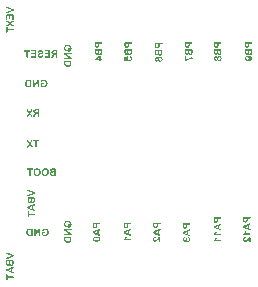
<source format=gbo>
G04*
G04 #@! TF.GenerationSoftware,Altium Limited,Altium Designer,18.1.6 (161)*
G04*
G04 Layer_Color=32896*
%FSLAX44Y44*%
%MOMM*%
G71*
G01*
G75*
G36*
X71185Y55993D02*
X71434Y55965D01*
X71545Y55951D01*
X71656Y55931D01*
X71760Y55910D01*
X71857Y55889D01*
X71940Y55875D01*
X72017Y55854D01*
X72086Y55834D01*
X72142Y55820D01*
X72183Y55806D01*
X72218Y55792D01*
X72239Y55785D01*
X72246D01*
X72461Y55695D01*
X72648Y55591D01*
X72821Y55487D01*
X72967Y55383D01*
X73029Y55341D01*
X73092Y55293D01*
X73133Y55258D01*
X73175Y55223D01*
X73210Y55196D01*
X73230Y55175D01*
X73244Y55161D01*
X73251Y55154D01*
X73397Y54995D01*
X73528Y54821D01*
X73632Y54655D01*
X73723Y54495D01*
X73764Y54426D01*
X73799Y54363D01*
X73827Y54301D01*
X73847Y54253D01*
X73868Y54211D01*
X73875Y54183D01*
X73889Y54162D01*
Y54156D01*
X73958Y53934D01*
X74014Y53705D01*
X74049Y53483D01*
X74076Y53289D01*
X74083Y53199D01*
X74090Y53115D01*
X74097Y53039D01*
Y52977D01*
X74104Y52928D01*
Y52859D01*
X74097Y52637D01*
X74083Y52422D01*
X74062Y52235D01*
X74049Y52145D01*
X74035Y52061D01*
X74028Y51992D01*
X74014Y51923D01*
X74000Y51867D01*
X73993Y51819D01*
X73986Y51777D01*
X73979Y51749D01*
X73972Y51736D01*
Y51729D01*
X73910Y51534D01*
X73847Y51340D01*
X73771Y51160D01*
X73695Y50993D01*
X73667Y50924D01*
X73632Y50855D01*
X73605Y50799D01*
X73577Y50751D01*
X73556Y50709D01*
X73542Y50682D01*
X73528Y50661D01*
Y50654D01*
X73487Y50584D01*
X73452Y50522D01*
X73418Y50466D01*
X73383Y50418D01*
X73355Y50383D01*
X73334Y50356D01*
X73320Y50342D01*
X73313Y50335D01*
X73265Y50293D01*
X73223Y50251D01*
X73140Y50203D01*
X73106Y50182D01*
X73078Y50168D01*
X73064Y50161D01*
X73057D01*
X73001Y50148D01*
X72939Y50134D01*
X72814Y50120D01*
X72759Y50113D01*
X72717D01*
X72682D01*
X72676D01*
X71497D01*
X71386Y50120D01*
X71289Y50134D01*
X71206Y50148D01*
X71136Y50168D01*
X71088Y50196D01*
X71046Y50210D01*
X71025Y50224D01*
X71018Y50231D01*
X70963Y50272D01*
X70921Y50321D01*
X70880Y50369D01*
X70852Y50418D01*
X70831Y50460D01*
X70817Y50494D01*
X70810Y50515D01*
Y50522D01*
X70796Y50591D01*
X70782Y50668D01*
X70776Y50737D01*
X70769Y50806D01*
X70762Y50869D01*
Y52380D01*
X70769Y52470D01*
X70782Y52554D01*
X70803Y52623D01*
X70831Y52678D01*
X70859Y52727D01*
X70880Y52762D01*
X70894Y52783D01*
X70900Y52790D01*
X70956Y52838D01*
X71011Y52873D01*
X71067Y52900D01*
X71122Y52914D01*
X71164Y52928D01*
X71206Y52935D01*
X71233D01*
X71240D01*
X71323Y52928D01*
X71400Y52907D01*
X71462Y52880D01*
X71511Y52845D01*
X71545Y52810D01*
X71573Y52783D01*
X71587Y52762D01*
X71594Y52755D01*
X71628Y52678D01*
X71656Y52595D01*
X71670Y52505D01*
X71684Y52422D01*
X71691Y52346D01*
X71698Y52283D01*
Y51257D01*
X72703D01*
X72780Y51403D01*
X72842Y51548D01*
X72898Y51673D01*
X72946Y51791D01*
X72981Y51895D01*
X73008Y51964D01*
X73015Y51999D01*
X73022Y52013D01*
X73029Y52027D01*
Y52034D01*
X73064Y52179D01*
X73092Y52318D01*
X73112Y52457D01*
X73126Y52581D01*
X73133Y52685D01*
Y52734D01*
X73140Y52769D01*
Y52845D01*
X73133Y53004D01*
X73112Y53164D01*
X73085Y53303D01*
X73050Y53441D01*
X73001Y53566D01*
X72953Y53677D01*
X72904Y53781D01*
X72849Y53878D01*
X72793Y53961D01*
X72745Y54031D01*
X72689Y54093D01*
X72648Y54149D01*
X72613Y54183D01*
X72585Y54218D01*
X72565Y54232D01*
X72558Y54239D01*
X72440Y54322D01*
X72315Y54398D01*
X72183Y54468D01*
X72045Y54523D01*
X71906Y54571D01*
X71767Y54613D01*
X71628Y54641D01*
X71497Y54669D01*
X71372Y54689D01*
X71254Y54703D01*
X71150Y54717D01*
X71060Y54724D01*
X70984Y54731D01*
X70928D01*
X70894D01*
X70880D01*
X70699Y54724D01*
X70526Y54710D01*
X70373Y54689D01*
X70235Y54669D01*
X70124Y54648D01*
X70082Y54634D01*
X70041Y54627D01*
X70013Y54620D01*
X69992Y54613D01*
X69978Y54606D01*
X69971D01*
X69819Y54551D01*
X69687Y54495D01*
X69569Y54433D01*
X69465Y54370D01*
X69382Y54322D01*
X69319Y54280D01*
X69285Y54246D01*
X69271Y54239D01*
X69167Y54142D01*
X69084Y54044D01*
X69007Y53948D01*
X68945Y53857D01*
X68896Y53774D01*
X68862Y53712D01*
X68841Y53670D01*
X68834Y53663D01*
Y53656D01*
X68786Y53524D01*
X68744Y53386D01*
X68716Y53261D01*
X68702Y53136D01*
X68688Y53032D01*
Y52990D01*
X68682Y52949D01*
Y52880D01*
X68688Y52727D01*
X68702Y52595D01*
X68723Y52477D01*
X68744Y52373D01*
X68772Y52297D01*
X68792Y52235D01*
X68806Y52200D01*
X68813Y52186D01*
X68862Y52089D01*
X68917Y52006D01*
X68966Y51930D01*
X69014Y51867D01*
X69056Y51819D01*
X69091Y51784D01*
X69118Y51763D01*
X69125Y51756D01*
X69201Y51694D01*
X69292Y51631D01*
X69382Y51562D01*
X69472Y51500D01*
X69548Y51451D01*
X69611Y51403D01*
X69659Y51375D01*
X69666Y51368D01*
X69673D01*
X69749Y51299D01*
X69805Y51229D01*
X69826Y51202D01*
X69840Y51181D01*
X69853Y51167D01*
Y51160D01*
X69888Y51063D01*
X69909Y50980D01*
Y50945D01*
X69916Y50917D01*
Y50896D01*
X69909Y50806D01*
X69888Y50730D01*
X69860Y50661D01*
X69833Y50598D01*
X69805Y50550D01*
X69777Y50508D01*
X69756Y50487D01*
X69749Y50480D01*
X69687Y50425D01*
X69618Y50383D01*
X69548Y50349D01*
X69486Y50328D01*
X69430Y50314D01*
X69389Y50307D01*
X69354D01*
X69347D01*
X69264Y50314D01*
X69174Y50328D01*
X69091Y50356D01*
X69014Y50383D01*
X68945Y50411D01*
X68896Y50439D01*
X68862Y50453D01*
X68848Y50460D01*
X68744Y50522D01*
X68647Y50591D01*
X68557Y50668D01*
X68473Y50737D01*
X68411Y50806D01*
X68356Y50862D01*
X68328Y50896D01*
X68314Y50903D01*
Y50910D01*
X68224Y51028D01*
X68141Y51160D01*
X68064Y51285D01*
X68009Y51410D01*
X67960Y51521D01*
X67940Y51569D01*
X67919Y51611D01*
X67905Y51638D01*
X67898Y51666D01*
X67891Y51680D01*
Y51687D01*
X67835Y51874D01*
X67794Y52061D01*
X67759Y52249D01*
X67738Y52415D01*
X67731Y52498D01*
X67725Y52568D01*
Y52630D01*
X67718Y52685D01*
Y52790D01*
X67725Y53067D01*
X67752Y53316D01*
X67766Y53434D01*
X67787Y53552D01*
X67808Y53656D01*
X67829Y53746D01*
X67849Y53836D01*
X67870Y53913D01*
X67891Y53982D01*
X67905Y54038D01*
X67919Y54079D01*
X67933Y54114D01*
X67940Y54135D01*
Y54142D01*
X68030Y54357D01*
X68134Y54551D01*
X68238Y54724D01*
X68293Y54800D01*
X68342Y54877D01*
X68390Y54939D01*
X68439Y54995D01*
X68480Y55043D01*
X68515Y55085D01*
X68543Y55119D01*
X68564Y55140D01*
X68577Y55154D01*
X68584Y55161D01*
X68744Y55307D01*
X68917Y55431D01*
X69091Y55542D01*
X69243Y55633D01*
X69319Y55667D01*
X69389Y55702D01*
X69444Y55730D01*
X69500Y55750D01*
X69541Y55771D01*
X69569Y55785D01*
X69590Y55792D01*
X69597D01*
X69826Y55861D01*
X70054Y55910D01*
X70276Y55951D01*
X70380Y55965D01*
X70477Y55972D01*
X70568Y55979D01*
X70658Y55986D01*
X70727Y55993D01*
X70789D01*
X70845Y56000D01*
X70880D01*
X70907D01*
X70914D01*
X71185Y55993D01*
D02*
G37*
G36*
X73515Y48885D02*
X73626Y48865D01*
X73716Y48844D01*
X73792Y48809D01*
X73847Y48781D01*
X73889Y48761D01*
X73917Y48740D01*
X73924Y48733D01*
X73986Y48671D01*
X74028Y48601D01*
X74062Y48532D01*
X74083Y48463D01*
X74097Y48400D01*
X74104Y48352D01*
Y48310D01*
X74097Y48220D01*
X74076Y48137D01*
X74049Y48060D01*
X74014Y48005D01*
X73979Y47956D01*
X73952Y47915D01*
X73931Y47894D01*
X73924Y47887D01*
X73847Y47832D01*
X73764Y47790D01*
X73674Y47762D01*
X73591Y47741D01*
X73508Y47727D01*
X73445Y47721D01*
X73404D01*
X73397D01*
X73390D01*
X69770D01*
X73369Y45384D01*
X73473Y45307D01*
X73570Y45245D01*
X73605Y45217D01*
X73632Y45196D01*
X73653Y45190D01*
X73660Y45183D01*
X73757Y45106D01*
X73834Y45030D01*
X73861Y45002D01*
X73882Y44981D01*
X73896Y44968D01*
X73903Y44961D01*
X73972Y44871D01*
X74021Y44794D01*
X74035Y44760D01*
X74049Y44732D01*
X74056Y44718D01*
Y44711D01*
X74083Y44607D01*
X74097Y44503D01*
X74104Y44468D01*
Y44406D01*
X74097Y44288D01*
X74069Y44184D01*
X74028Y44094D01*
X73979Y44011D01*
X73917Y43948D01*
X73847Y43893D01*
X73771Y43844D01*
X73695Y43810D01*
X73626Y43782D01*
X73549Y43761D01*
X73480Y43747D01*
X73418Y43733D01*
X73369D01*
X73327Y43727D01*
X73300D01*
X73293D01*
X68439D01*
X68314Y43733D01*
X68203Y43754D01*
X68106Y43775D01*
X68030Y43803D01*
X67974Y43837D01*
X67933Y43858D01*
X67905Y43879D01*
X67898Y43886D01*
X67835Y43948D01*
X67794Y44018D01*
X67759Y44087D01*
X67738Y44156D01*
X67725Y44212D01*
X67718Y44267D01*
Y44309D01*
X67725Y44399D01*
X67745Y44482D01*
X67773Y44559D01*
X67808Y44614D01*
X67842Y44663D01*
X67870Y44697D01*
X67891Y44718D01*
X67898Y44725D01*
X67974Y44774D01*
X68057Y44815D01*
X68148Y44843D01*
X68238Y44857D01*
X68314Y44871D01*
X68376Y44878D01*
X68425D01*
X68432D01*
X68439D01*
X72107D01*
X68473Y47284D01*
X68356Y47353D01*
X68307Y47388D01*
X68259Y47415D01*
X68224Y47443D01*
X68196Y47464D01*
X68175Y47471D01*
X68168Y47478D01*
X68064Y47547D01*
X68023Y47582D01*
X67988Y47610D01*
X67960Y47630D01*
X67940Y47651D01*
X67933Y47658D01*
X67926Y47665D01*
X67863Y47734D01*
X67815Y47804D01*
X67794Y47832D01*
X67780Y47852D01*
X67773Y47866D01*
Y47873D01*
X67738Y47970D01*
X67725Y48060D01*
X67718Y48102D01*
Y48164D01*
X67725Y48241D01*
X67738Y48317D01*
X67759Y48386D01*
X67780Y48449D01*
X67801Y48497D01*
X67822Y48532D01*
X67835Y48560D01*
X67842Y48566D01*
X67891Y48629D01*
X67940Y48684D01*
X67988Y48726D01*
X68037Y48768D01*
X68085Y48795D01*
X68113Y48816D01*
X68141Y48823D01*
X68148Y48830D01*
X68217Y48851D01*
X68293Y48865D01*
X68376Y48879D01*
X68453Y48885D01*
X68522D01*
X68577Y48892D01*
X68612D01*
X68619D01*
X68626D01*
X73390D01*
X73515Y48885D01*
D02*
G37*
G36*
X73327Y42340D02*
X73411Y42333D01*
X73480Y42319D01*
X73535Y42312D01*
X73577Y42305D01*
X73605Y42298D01*
X73612D01*
X73681Y42270D01*
X73737Y42242D01*
X73785Y42201D01*
X73827Y42166D01*
X73861Y42132D01*
X73882Y42104D01*
X73896Y42083D01*
X73903Y42076D01*
X73938Y42007D01*
X73958Y41924D01*
X73979Y41833D01*
X73986Y41750D01*
X73993Y41674D01*
X74000Y41611D01*
Y39774D01*
X73993Y39628D01*
X73986Y39497D01*
X73972Y39386D01*
X73965Y39295D01*
X73958Y39226D01*
Y39198D01*
X73952Y39178D01*
Y39164D01*
X73931Y39039D01*
X73896Y38921D01*
X73868Y38817D01*
X73834Y38720D01*
X73806Y38644D01*
X73785Y38581D01*
X73771Y38547D01*
X73764Y38533D01*
X73709Y38422D01*
X73646Y38318D01*
X73591Y38228D01*
X73528Y38144D01*
X73480Y38082D01*
X73438Y38026D01*
X73411Y37999D01*
X73404Y37985D01*
X73293Y37874D01*
X73175Y37770D01*
X73064Y37687D01*
X72967Y37610D01*
X72877Y37555D01*
X72807Y37506D01*
X72780Y37493D01*
X72759Y37479D01*
X72752Y37472D01*
X72745D01*
X72606Y37396D01*
X72461Y37333D01*
X72322Y37285D01*
X72197Y37243D01*
X72086Y37208D01*
X72038Y37194D01*
X71996Y37188D01*
X71961Y37174D01*
X71940D01*
X71927Y37167D01*
X71920D01*
X71740Y37132D01*
X71566Y37111D01*
X71393Y37090D01*
X71233Y37083D01*
X71164Y37077D01*
X71101D01*
X71046Y37070D01*
X70998D01*
X70956D01*
X70928D01*
X70907D01*
X70900D01*
X70595Y37083D01*
X70311Y37111D01*
X70041Y37160D01*
X69798Y37222D01*
X69569Y37292D01*
X69368Y37375D01*
X69181Y37465D01*
X69014Y37555D01*
X68869Y37645D01*
X68737Y37735D01*
X68633Y37812D01*
X68543Y37888D01*
X68480Y37950D01*
X68432Y37999D01*
X68397Y38026D01*
X68390Y38040D01*
X68279Y38179D01*
X68189Y38325D01*
X68113Y38463D01*
X68050Y38588D01*
X68009Y38699D01*
X67988Y38748D01*
X67974Y38789D01*
X67967Y38824D01*
X67960Y38845D01*
X67953Y38859D01*
Y38866D01*
X67912Y39039D01*
X67884Y39226D01*
X67856Y39406D01*
X67842Y39580D01*
X67835Y39656D01*
Y39795D01*
X67829Y39850D01*
Y41584D01*
X67835Y41722D01*
X67856Y41847D01*
X67891Y41944D01*
X67919Y42028D01*
X67953Y42090D01*
X67988Y42132D01*
X68009Y42159D01*
X68016Y42166D01*
X68092Y42229D01*
X68182Y42270D01*
X68279Y42305D01*
X68376Y42326D01*
X68460Y42340D01*
X68529Y42347D01*
X68557D01*
X68577D01*
X68591D01*
X68598D01*
X73126D01*
X73230D01*
X73327Y42340D01*
D02*
G37*
G36*
X97863Y54171D02*
X97974Y54150D01*
X98071Y54122D01*
X98147Y54095D01*
X98210Y54067D01*
X98258Y54039D01*
X98286Y54018D01*
X98293Y54011D01*
X98356Y53942D01*
X98404Y53866D01*
X98432Y53789D01*
X98460Y53720D01*
X98473Y53651D01*
X98480Y53602D01*
Y53554D01*
X98473Y53457D01*
X98453Y53373D01*
X98418Y53297D01*
X98383Y53228D01*
X98356Y53179D01*
X98321Y53138D01*
X98300Y53117D01*
X98293Y53110D01*
X98210Y53047D01*
X98120Y53006D01*
X98030Y52971D01*
X97933Y52950D01*
X97856Y52937D01*
X97787Y52930D01*
X97759D01*
X97738D01*
X97732D01*
X97725D01*
X95970D01*
Y51785D01*
X95963Y51577D01*
X95949Y51383D01*
X95929Y51196D01*
X95894Y51030D01*
X95859Y50870D01*
X95818Y50731D01*
X95769Y50600D01*
X95728Y50489D01*
X95679Y50385D01*
X95637Y50294D01*
X95596Y50225D01*
X95561Y50163D01*
X95526Y50114D01*
X95506Y50080D01*
X95492Y50059D01*
X95485Y50052D01*
X95388Y49948D01*
X95284Y49858D01*
X95173Y49781D01*
X95055Y49712D01*
X94937Y49657D01*
X94819Y49608D01*
X94701Y49573D01*
X94590Y49539D01*
X94479Y49518D01*
X94382Y49497D01*
X94292Y49490D01*
X94209Y49476D01*
X94146D01*
X94098Y49469D01*
X94070D01*
X94056D01*
X93897Y49476D01*
X93751Y49490D01*
X93612Y49518D01*
X93495Y49539D01*
X93398Y49566D01*
X93328Y49594D01*
X93301Y49601D01*
X93280Y49608D01*
X93273Y49615D01*
X93266D01*
X93141Y49677D01*
X93023Y49740D01*
X92919Y49809D01*
X92836Y49879D01*
X92767Y49941D01*
X92711Y49989D01*
X92683Y50024D01*
X92669Y50038D01*
X92579Y50142D01*
X92510Y50253D01*
X92448Y50364D01*
X92399Y50468D01*
X92364Y50558D01*
X92337Y50627D01*
X92330Y50655D01*
X92323Y50676D01*
X92316Y50683D01*
Y50690D01*
X92295Y50766D01*
X92281Y50849D01*
X92253Y51023D01*
X92233Y51203D01*
X92219Y51383D01*
X92212Y51459D01*
Y51536D01*
X92205Y51605D01*
Y53387D01*
X92212Y53533D01*
X92233Y53658D01*
X92260Y53762D01*
X92295Y53845D01*
X92330Y53907D01*
X92357Y53956D01*
X92378Y53983D01*
X92385Y53991D01*
X92462Y54053D01*
X92552Y54101D01*
X92649Y54129D01*
X92746Y54157D01*
X92836Y54171D01*
X92905Y54178D01*
X92933D01*
X92954D01*
X92968D01*
X92975D01*
X97732D01*
X97863Y54171D01*
D02*
G37*
G36*
X98002Y48859D02*
X98071Y48838D01*
X98141Y48811D01*
X98196Y48776D01*
X98245Y48741D01*
X98286Y48713D01*
X98307Y48693D01*
X98314Y48686D01*
X98369Y48616D01*
X98411Y48547D01*
X98439Y48478D01*
X98460Y48408D01*
X98473Y48353D01*
X98480Y48311D01*
Y48270D01*
X98473Y48173D01*
X98453Y48089D01*
X98432Y48020D01*
X98397Y47965D01*
X98369Y47923D01*
X98349Y47895D01*
X98328Y47881D01*
X98321Y47874D01*
X98286Y47854D01*
X98245Y47826D01*
X98154Y47777D01*
X98050Y47722D01*
X97946Y47680D01*
X97849Y47639D01*
X97773Y47604D01*
X97738Y47590D01*
X97718Y47583D01*
X97704Y47576D01*
X97697D01*
X96899Y47285D01*
Y44775D01*
X97676Y44477D01*
X97787Y44428D01*
X97898Y44387D01*
X97940Y44366D01*
X97974Y44352D01*
X98002Y44338D01*
X98009D01*
X98071Y44310D01*
X98134Y44276D01*
X98175Y44255D01*
X98217Y44227D01*
X98245Y44213D01*
X98272Y44199D01*
X98279Y44186D01*
X98286D01*
X98349Y44123D01*
X98390Y44068D01*
X98418Y44019D01*
X98425Y44012D01*
Y44005D01*
X98460Y43922D01*
X98473Y43839D01*
X98480Y43804D01*
Y43756D01*
X98473Y43665D01*
X98453Y43582D01*
X98425Y43506D01*
X98390Y43444D01*
X98363Y43388D01*
X98335Y43353D01*
X98314Y43326D01*
X98307Y43319D01*
X98238Y43256D01*
X98168Y43215D01*
X98106Y43180D01*
X98043Y43159D01*
X97988Y43145D01*
X97946Y43138D01*
X97919D01*
X97912D01*
X97822Y43145D01*
X97718Y43166D01*
X97607Y43201D01*
X97503Y43236D01*
X97399Y43270D01*
X97322Y43305D01*
X97288Y43312D01*
X97267Y43326D01*
X97253Y43333D01*
X97246D01*
X93266Y44941D01*
X93162Y44983D01*
X93065Y45024D01*
X92982Y45052D01*
X92912Y45080D01*
X92857Y45108D01*
X92822Y45122D01*
X92794Y45129D01*
X92787Y45135D01*
X92656Y45191D01*
X92600Y45226D01*
X92552Y45253D01*
X92510Y45274D01*
X92482Y45295D01*
X92462Y45309D01*
X92455Y45316D01*
X92344Y45406D01*
X92302Y45448D01*
X92267Y45496D01*
X92240Y45531D01*
X92219Y45565D01*
X92205Y45586D01*
X92198Y45593D01*
X92163Y45662D01*
X92136Y45732D01*
X92122Y45808D01*
X92108Y45877D01*
X92101Y45940D01*
X92094Y45988D01*
Y46030D01*
X92101Y46120D01*
X92108Y46203D01*
X92129Y46280D01*
X92142Y46342D01*
X92163Y46398D01*
X92184Y46432D01*
X92191Y46460D01*
X92198Y46467D01*
X92240Y46529D01*
X92281Y46585D01*
X92323Y46633D01*
X92364Y46675D01*
X92399Y46710D01*
X92427Y46730D01*
X92448Y46744D01*
X92455Y46751D01*
X92517Y46793D01*
X92586Y46827D01*
X92649Y46862D01*
X92718Y46890D01*
X92774Y46918D01*
X92815Y46938D01*
X92843Y46945D01*
X92857Y46952D01*
X92947Y46987D01*
X93023Y47015D01*
X93092Y47042D01*
X93155Y47063D01*
X93203Y47084D01*
X93245Y47098D01*
X93266Y47112D01*
X93273D01*
X97281Y48686D01*
X97364Y48720D01*
X97440Y48748D01*
X97510Y48769D01*
X97565Y48790D01*
X97607Y48804D01*
X97634Y48818D01*
X97655Y48825D01*
X97662D01*
X97759Y48845D01*
X97842Y48859D01*
X97870Y48866D01*
X97898D01*
X97912D01*
X97919D01*
X98002Y48859D01*
D02*
G37*
G36*
X95776Y42480D02*
X95929Y42466D01*
X96067Y42459D01*
X96178Y42445D01*
X96227D01*
X96261Y42438D01*
X96296D01*
X96317Y42431D01*
X96331D01*
X96338D01*
X96490Y42403D01*
X96636Y42376D01*
X96768Y42341D01*
X96885Y42313D01*
X96983Y42279D01*
X97052Y42258D01*
X97080Y42251D01*
X97100Y42244D01*
X97107Y42237D01*
X97114D01*
X97343Y42133D01*
X97440Y42071D01*
X97537Y42008D01*
X97627Y41946D01*
X97711Y41883D01*
X97787Y41821D01*
X97849Y41758D01*
X97912Y41703D01*
X97967Y41648D01*
X98009Y41599D01*
X98043Y41557D01*
X98078Y41523D01*
X98099Y41495D01*
X98106Y41481D01*
X98113Y41474D01*
X98175Y41377D01*
X98231Y41280D01*
X98279Y41183D01*
X98321Y41079D01*
X98383Y40885D01*
X98425Y40711D01*
X98446Y40628D01*
X98453Y40552D01*
X98460Y40490D01*
X98467Y40434D01*
X98473Y40386D01*
Y40323D01*
X98460Y40122D01*
X98432Y39935D01*
X98390Y39762D01*
X98342Y39609D01*
X98314Y39546D01*
X98293Y39491D01*
X98272Y39436D01*
X98251Y39394D01*
X98231Y39359D01*
X98224Y39339D01*
X98210Y39325D01*
Y39318D01*
X98099Y39151D01*
X97974Y39006D01*
X97849Y38881D01*
X97725Y38770D01*
X97614Y38687D01*
X97565Y38652D01*
X97523Y38624D01*
X97489Y38596D01*
X97461Y38583D01*
X97447Y38569D01*
X97440D01*
X97288Y38493D01*
X97128Y38430D01*
X96983Y38375D01*
X96844Y38333D01*
X96719Y38298D01*
X96671Y38291D01*
X96629Y38278D01*
X96594Y38271D01*
X96566D01*
X96553Y38264D01*
X96546D01*
X96351Y38236D01*
X96151Y38208D01*
X95949Y38194D01*
X95762Y38187D01*
X95679Y38180D01*
X95596D01*
X95526Y38174D01*
X95471D01*
X95422D01*
X95381D01*
X95360D01*
X95353D01*
X95117D01*
X94902Y38187D01*
X94694Y38201D01*
X94507Y38222D01*
X94334Y38250D01*
X94167Y38278D01*
X94022Y38305D01*
X93890Y38333D01*
X93772Y38368D01*
X93668Y38396D01*
X93585Y38423D01*
X93509Y38451D01*
X93453Y38472D01*
X93418Y38486D01*
X93391Y38493D01*
X93384Y38500D01*
X93238Y38569D01*
X93113Y38645D01*
X93002Y38721D01*
X92905Y38791D01*
X92822Y38853D01*
X92767Y38902D01*
X92732Y38936D01*
X92718Y38950D01*
X92621Y39054D01*
X92538Y39158D01*
X92462Y39269D01*
X92406Y39366D01*
X92357Y39450D01*
X92330Y39512D01*
X92316Y39540D01*
X92309Y39560D01*
X92302Y39567D01*
Y39574D01*
X92253Y39706D01*
X92219Y39845D01*
X92191Y39976D01*
X92177Y40101D01*
X92163Y40205D01*
Y40247D01*
X92156Y40282D01*
Y40476D01*
X92170Y40594D01*
X92205Y40816D01*
X92260Y41010D01*
X92288Y41093D01*
X92316Y41176D01*
X92344Y41245D01*
X92371Y41308D01*
X92399Y41363D01*
X92427Y41412D01*
X92448Y41446D01*
X92462Y41474D01*
X92468Y41488D01*
X92475Y41495D01*
X92607Y41662D01*
X92753Y41807D01*
X92905Y41925D01*
X93058Y42029D01*
X93190Y42105D01*
X93245Y42140D01*
X93301Y42161D01*
X93342Y42182D01*
X93370Y42195D01*
X93391Y42209D01*
X93398D01*
X93543Y42258D01*
X93689Y42306D01*
X93834Y42341D01*
X93973Y42369D01*
X94098Y42396D01*
X94146Y42403D01*
X94195Y42410D01*
X94230Y42417D01*
X94257D01*
X94271Y42424D01*
X94278D01*
X94472Y42445D01*
X94674Y42459D01*
X94861Y42473D01*
X95041Y42480D01*
X95117D01*
X95194D01*
X95256Y42487D01*
X95311D01*
X95360D01*
X95395D01*
X95415D01*
X95422D01*
X95603D01*
X95776Y42480D01*
D02*
G37*
G36*
X123863Y54171D02*
X123974Y54150D01*
X124071Y54122D01*
X124148Y54095D01*
X124210Y54067D01*
X124258Y54039D01*
X124286Y54018D01*
X124293Y54011D01*
X124355Y53942D01*
X124404Y53866D01*
X124432Y53789D01*
X124459Y53720D01*
X124473Y53651D01*
X124480Y53602D01*
Y53554D01*
X124473Y53457D01*
X124453Y53373D01*
X124418Y53297D01*
X124383Y53228D01*
X124355Y53179D01*
X124321Y53138D01*
X124300Y53117D01*
X124293Y53110D01*
X124210Y53047D01*
X124120Y53006D01*
X124030Y52971D01*
X123933Y52950D01*
X123856Y52937D01*
X123787Y52930D01*
X123759D01*
X123738D01*
X123731D01*
X123724D01*
X121970D01*
Y51785D01*
X121963Y51577D01*
X121949Y51383D01*
X121929Y51196D01*
X121894Y51030D01*
X121859Y50870D01*
X121818Y50731D01*
X121769Y50600D01*
X121728Y50489D01*
X121679Y50385D01*
X121637Y50294D01*
X121596Y50225D01*
X121561Y50163D01*
X121526Y50114D01*
X121506Y50080D01*
X121492Y50059D01*
X121485Y50052D01*
X121388Y49948D01*
X121284Y49858D01*
X121173Y49781D01*
X121055Y49712D01*
X120937Y49657D01*
X120819Y49608D01*
X120701Y49573D01*
X120590Y49539D01*
X120479Y49518D01*
X120382Y49497D01*
X120292Y49490D01*
X120209Y49476D01*
X120147D01*
X120098Y49469D01*
X120070D01*
X120056D01*
X119897Y49476D01*
X119751Y49490D01*
X119613Y49518D01*
X119495Y49539D01*
X119398Y49566D01*
X119328Y49594D01*
X119300Y49601D01*
X119280Y49608D01*
X119273Y49615D01*
X119266D01*
X119141Y49677D01*
X119023Y49740D01*
X118919Y49809D01*
X118836Y49879D01*
X118767Y49941D01*
X118711Y49989D01*
X118683Y50024D01*
X118670Y50038D01*
X118579Y50142D01*
X118510Y50253D01*
X118448Y50364D01*
X118399Y50468D01*
X118364Y50558D01*
X118337Y50627D01*
X118330Y50655D01*
X118323Y50676D01*
X118316Y50683D01*
Y50690D01*
X118295Y50766D01*
X118281Y50849D01*
X118253Y51023D01*
X118233Y51203D01*
X118219Y51383D01*
X118212Y51459D01*
Y51536D01*
X118205Y51605D01*
Y53387D01*
X118212Y53533D01*
X118233Y53658D01*
X118260Y53762D01*
X118295Y53845D01*
X118330Y53907D01*
X118357Y53956D01*
X118378Y53983D01*
X118385Y53991D01*
X118462Y54053D01*
X118552Y54101D01*
X118649Y54129D01*
X118746Y54157D01*
X118836Y54171D01*
X118905Y54178D01*
X118933D01*
X118954D01*
X118968D01*
X118975D01*
X123731D01*
X123863Y54171D01*
D02*
G37*
G36*
X124002Y48859D02*
X124071Y48838D01*
X124141Y48811D01*
X124196Y48776D01*
X124245Y48741D01*
X124286Y48713D01*
X124307Y48693D01*
X124314Y48686D01*
X124369Y48616D01*
X124411Y48547D01*
X124439Y48478D01*
X124459Y48408D01*
X124473Y48353D01*
X124480Y48311D01*
Y48270D01*
X124473Y48173D01*
X124453Y48089D01*
X124432Y48020D01*
X124397Y47965D01*
X124369Y47923D01*
X124349Y47895D01*
X124328Y47881D01*
X124321Y47874D01*
X124286Y47854D01*
X124245Y47826D01*
X124154Y47777D01*
X124050Y47722D01*
X123946Y47680D01*
X123849Y47639D01*
X123773Y47604D01*
X123738Y47590D01*
X123718Y47583D01*
X123704Y47576D01*
X123697D01*
X122899Y47285D01*
Y44775D01*
X123676Y44477D01*
X123787Y44428D01*
X123898Y44387D01*
X123940Y44366D01*
X123974Y44352D01*
X124002Y44338D01*
X124009D01*
X124071Y44310D01*
X124134Y44276D01*
X124175Y44255D01*
X124217Y44227D01*
X124245Y44213D01*
X124272Y44199D01*
X124279Y44186D01*
X124286D01*
X124349Y44123D01*
X124390Y44068D01*
X124418Y44019D01*
X124425Y44012D01*
Y44005D01*
X124459Y43922D01*
X124473Y43839D01*
X124480Y43804D01*
Y43756D01*
X124473Y43665D01*
X124453Y43582D01*
X124425Y43506D01*
X124390Y43444D01*
X124362Y43388D01*
X124335Y43353D01*
X124314Y43326D01*
X124307Y43319D01*
X124238Y43256D01*
X124168Y43215D01*
X124106Y43180D01*
X124044Y43159D01*
X123988Y43145D01*
X123946Y43138D01*
X123919D01*
X123912D01*
X123822Y43145D01*
X123718Y43166D01*
X123607Y43201D01*
X123503Y43236D01*
X123399Y43270D01*
X123322Y43305D01*
X123288Y43312D01*
X123267Y43326D01*
X123253Y43333D01*
X123246D01*
X119266Y44941D01*
X119162Y44983D01*
X119065Y45024D01*
X118982Y45052D01*
X118912Y45080D01*
X118857Y45108D01*
X118822Y45122D01*
X118794Y45129D01*
X118787Y45135D01*
X118656Y45191D01*
X118600Y45226D01*
X118552Y45253D01*
X118510Y45274D01*
X118482Y45295D01*
X118462Y45309D01*
X118455Y45316D01*
X118344Y45406D01*
X118302Y45448D01*
X118267Y45496D01*
X118240Y45531D01*
X118219Y45565D01*
X118205Y45586D01*
X118198Y45593D01*
X118163Y45662D01*
X118136Y45732D01*
X118122Y45808D01*
X118108Y45877D01*
X118101Y45940D01*
X118094Y45988D01*
Y46030D01*
X118101Y46120D01*
X118108Y46203D01*
X118129Y46280D01*
X118142Y46342D01*
X118163Y46398D01*
X118184Y46432D01*
X118191Y46460D01*
X118198Y46467D01*
X118240Y46529D01*
X118281Y46585D01*
X118323Y46633D01*
X118364Y46675D01*
X118399Y46710D01*
X118427Y46730D01*
X118448Y46744D01*
X118455Y46751D01*
X118517Y46793D01*
X118586Y46827D01*
X118649Y46862D01*
X118718Y46890D01*
X118773Y46918D01*
X118815Y46938D01*
X118843Y46945D01*
X118857Y46952D01*
X118947Y46987D01*
X119023Y47015D01*
X119093Y47042D01*
X119155Y47063D01*
X119203Y47084D01*
X119245Y47098D01*
X119266Y47112D01*
X119273D01*
X123281Y48686D01*
X123364Y48720D01*
X123440Y48748D01*
X123510Y48769D01*
X123565Y48790D01*
X123607Y48804D01*
X123634Y48818D01*
X123655Y48825D01*
X123662D01*
X123759Y48845D01*
X123842Y48859D01*
X123870Y48866D01*
X123898D01*
X123912D01*
X123919D01*
X124002Y48859D01*
D02*
G37*
G36*
X120389Y42341D02*
X120452Y42327D01*
X120507Y42306D01*
X120556Y42279D01*
X120590Y42258D01*
X120618Y42237D01*
X120639Y42223D01*
X120646Y42216D01*
X120694Y42161D01*
X120729Y42105D01*
X120750Y42057D01*
X120764Y42001D01*
X120778Y41960D01*
X120784Y41925D01*
Y41897D01*
X120778Y41821D01*
X120750Y41731D01*
X120708Y41627D01*
X120660Y41516D01*
X120597Y41398D01*
X120528Y41280D01*
X120375Y41037D01*
X120299Y40919D01*
X120223Y40816D01*
X120153Y40718D01*
X120091Y40628D01*
X120042Y40559D01*
X120001Y40503D01*
X119973Y40469D01*
X119966Y40455D01*
X123801D01*
X123919Y40448D01*
X124023Y40434D01*
X124113Y40406D01*
X124182Y40379D01*
X124238Y40351D01*
X124279Y40323D01*
X124307Y40309D01*
X124314Y40302D01*
X124369Y40240D01*
X124411Y40171D01*
X124439Y40108D01*
X124459Y40039D01*
X124473Y39983D01*
X124480Y39935D01*
Y39893D01*
X124473Y39789D01*
X124446Y39699D01*
X124404Y39623D01*
X124349Y39553D01*
X124286Y39498D01*
X124210Y39450D01*
X124134Y39415D01*
X124057Y39380D01*
X123905Y39339D01*
X123828Y39332D01*
X123766Y39318D01*
X123711D01*
X123669Y39311D01*
X123641D01*
X123634D01*
X118815D01*
X118704Y39318D01*
X118614Y39332D01*
X118531Y39352D01*
X118462Y39380D01*
X118406Y39408D01*
X118371Y39429D01*
X118344Y39443D01*
X118337Y39450D01*
X118281Y39505D01*
X118240Y39560D01*
X118205Y39616D01*
X118184Y39678D01*
X118170Y39727D01*
X118163Y39768D01*
Y39872D01*
X118177Y39928D01*
X118184Y39976D01*
X118198Y40018D01*
X118212Y40046D01*
X118226Y40067D01*
X118233Y40073D01*
X118240Y40080D01*
X118281Y40115D01*
X118337Y40157D01*
X118399Y40205D01*
X118475Y40261D01*
X118538Y40309D01*
X118593Y40344D01*
X118635Y40372D01*
X118642Y40386D01*
X118649D01*
X118767Y40476D01*
X118877Y40566D01*
X118982Y40663D01*
X119065Y40746D01*
X119134Y40816D01*
X119190Y40878D01*
X119224Y40913D01*
X119238Y40919D01*
Y40926D01*
X119335Y41051D01*
X119425Y41183D01*
X119515Y41315D01*
X119592Y41446D01*
X119654Y41564D01*
X119682Y41613D01*
X119703Y41655D01*
X119717Y41689D01*
X119730Y41717D01*
X119744Y41731D01*
Y41738D01*
X119800Y41856D01*
X119855Y41953D01*
X119897Y42036D01*
X119938Y42105D01*
X119966Y42154D01*
X119987Y42189D01*
X120001Y42209D01*
X120008Y42216D01*
X120049Y42258D01*
X120098Y42292D01*
X120147Y42313D01*
X120202Y42334D01*
X120244Y42341D01*
X120285Y42348D01*
X120313D01*
X120320D01*
X120389Y42341D01*
D02*
G37*
G36*
X148863Y54171D02*
X148974Y54150D01*
X149071Y54122D01*
X149148Y54095D01*
X149210Y54067D01*
X149258Y54039D01*
X149286Y54018D01*
X149293Y54011D01*
X149355Y53942D01*
X149404Y53866D01*
X149432Y53789D01*
X149459Y53720D01*
X149473Y53651D01*
X149480Y53602D01*
Y53554D01*
X149473Y53457D01*
X149453Y53373D01*
X149418Y53297D01*
X149383Y53228D01*
X149355Y53179D01*
X149321Y53138D01*
X149300Y53117D01*
X149293Y53110D01*
X149210Y53047D01*
X149120Y53006D01*
X149030Y52971D01*
X148933Y52950D01*
X148856Y52937D01*
X148787Y52930D01*
X148759D01*
X148738D01*
X148731D01*
X148724D01*
X146970D01*
Y51785D01*
X146963Y51577D01*
X146949Y51383D01*
X146929Y51196D01*
X146894Y51030D01*
X146859Y50870D01*
X146818Y50731D01*
X146769Y50600D01*
X146728Y50489D01*
X146679Y50385D01*
X146637Y50294D01*
X146596Y50225D01*
X146561Y50163D01*
X146526Y50114D01*
X146506Y50080D01*
X146492Y50059D01*
X146485Y50052D01*
X146388Y49948D01*
X146284Y49858D01*
X146173Y49781D01*
X146055Y49712D01*
X145937Y49657D01*
X145819Y49608D01*
X145701Y49573D01*
X145590Y49539D01*
X145479Y49518D01*
X145382Y49497D01*
X145292Y49490D01*
X145209Y49476D01*
X145147D01*
X145098Y49469D01*
X145070D01*
X145056D01*
X144897Y49476D01*
X144751Y49490D01*
X144613Y49518D01*
X144495Y49539D01*
X144398Y49566D01*
X144328Y49594D01*
X144300Y49601D01*
X144280Y49608D01*
X144273Y49615D01*
X144266D01*
X144141Y49677D01*
X144023Y49740D01*
X143919Y49809D01*
X143836Y49879D01*
X143767Y49941D01*
X143711Y49989D01*
X143683Y50024D01*
X143670Y50038D01*
X143579Y50142D01*
X143510Y50253D01*
X143448Y50364D01*
X143399Y50468D01*
X143364Y50558D01*
X143337Y50627D01*
X143330Y50655D01*
X143323Y50676D01*
X143316Y50683D01*
Y50690D01*
X143295Y50766D01*
X143281Y50849D01*
X143253Y51023D01*
X143233Y51203D01*
X143219Y51383D01*
X143212Y51459D01*
Y51536D01*
X143205Y51605D01*
Y53387D01*
X143212Y53533D01*
X143233Y53658D01*
X143260Y53762D01*
X143295Y53845D01*
X143330Y53907D01*
X143357Y53956D01*
X143378Y53983D01*
X143385Y53991D01*
X143462Y54053D01*
X143552Y54101D01*
X143649Y54129D01*
X143746Y54157D01*
X143836Y54171D01*
X143905Y54178D01*
X143933D01*
X143954D01*
X143968D01*
X143975D01*
X148731D01*
X148863Y54171D01*
D02*
G37*
G36*
X149002Y48859D02*
X149071Y48838D01*
X149141Y48811D01*
X149196Y48776D01*
X149245Y48741D01*
X149286Y48713D01*
X149307Y48693D01*
X149314Y48686D01*
X149369Y48616D01*
X149411Y48547D01*
X149439Y48478D01*
X149459Y48408D01*
X149473Y48353D01*
X149480Y48311D01*
Y48270D01*
X149473Y48173D01*
X149453Y48089D01*
X149432Y48020D01*
X149397Y47965D01*
X149369Y47923D01*
X149349Y47895D01*
X149328Y47881D01*
X149321Y47874D01*
X149286Y47854D01*
X149245Y47826D01*
X149154Y47777D01*
X149050Y47722D01*
X148946Y47680D01*
X148849Y47639D01*
X148773Y47604D01*
X148738Y47590D01*
X148718Y47583D01*
X148704Y47576D01*
X148697D01*
X147899Y47285D01*
Y44775D01*
X148676Y44477D01*
X148787Y44428D01*
X148898Y44387D01*
X148940Y44366D01*
X148974Y44352D01*
X149002Y44338D01*
X149009D01*
X149071Y44310D01*
X149134Y44276D01*
X149175Y44255D01*
X149217Y44227D01*
X149245Y44213D01*
X149272Y44199D01*
X149279Y44186D01*
X149286D01*
X149349Y44123D01*
X149390Y44068D01*
X149418Y44019D01*
X149425Y44012D01*
Y44005D01*
X149459Y43922D01*
X149473Y43839D01*
X149480Y43804D01*
Y43756D01*
X149473Y43665D01*
X149453Y43582D01*
X149425Y43506D01*
X149390Y43444D01*
X149362Y43388D01*
X149335Y43353D01*
X149314Y43326D01*
X149307Y43319D01*
X149238Y43256D01*
X149168Y43215D01*
X149106Y43180D01*
X149044Y43159D01*
X148988Y43145D01*
X148946Y43138D01*
X148919D01*
X148912D01*
X148822Y43145D01*
X148718Y43166D01*
X148607Y43201D01*
X148503Y43236D01*
X148399Y43270D01*
X148322Y43305D01*
X148288Y43312D01*
X148267Y43326D01*
X148253Y43333D01*
X148246D01*
X144266Y44941D01*
X144162Y44983D01*
X144065Y45024D01*
X143982Y45052D01*
X143912Y45080D01*
X143857Y45108D01*
X143822Y45122D01*
X143794Y45129D01*
X143787Y45135D01*
X143656Y45191D01*
X143600Y45226D01*
X143552Y45253D01*
X143510Y45274D01*
X143482Y45295D01*
X143462Y45309D01*
X143455Y45316D01*
X143344Y45406D01*
X143302Y45448D01*
X143267Y45496D01*
X143240Y45531D01*
X143219Y45565D01*
X143205Y45586D01*
X143198Y45593D01*
X143163Y45662D01*
X143136Y45732D01*
X143122Y45808D01*
X143108Y45877D01*
X143101Y45940D01*
X143094Y45988D01*
Y46030D01*
X143101Y46120D01*
X143108Y46203D01*
X143129Y46280D01*
X143142Y46342D01*
X143163Y46398D01*
X143184Y46432D01*
X143191Y46460D01*
X143198Y46467D01*
X143240Y46529D01*
X143281Y46585D01*
X143323Y46633D01*
X143364Y46675D01*
X143399Y46710D01*
X143427Y46730D01*
X143448Y46744D01*
X143455Y46751D01*
X143517Y46793D01*
X143586Y46827D01*
X143649Y46862D01*
X143718Y46890D01*
X143773Y46918D01*
X143815Y46938D01*
X143843Y46945D01*
X143857Y46952D01*
X143947Y46987D01*
X144023Y47015D01*
X144093Y47042D01*
X144155Y47063D01*
X144203Y47084D01*
X144245Y47098D01*
X144266Y47112D01*
X144273D01*
X148281Y48686D01*
X148364Y48720D01*
X148440Y48748D01*
X148510Y48769D01*
X148565Y48790D01*
X148607Y48804D01*
X148634Y48818D01*
X148655Y48825D01*
X148662D01*
X148759Y48845D01*
X148842Y48859D01*
X148870Y48866D01*
X148898D01*
X148912D01*
X148919D01*
X149002Y48859D01*
D02*
G37*
G36*
X148877Y42410D02*
X148960Y42390D01*
X149030Y42362D01*
X149085Y42327D01*
X149134Y42299D01*
X149175Y42272D01*
X149196Y42251D01*
X149203Y42244D01*
X149258Y42168D01*
X149300Y42091D01*
X149335Y42008D01*
X149355Y41932D01*
X149369Y41863D01*
X149376Y41800D01*
Y38652D01*
X149369Y38555D01*
X149355Y38472D01*
X149335Y38396D01*
X149307Y38340D01*
X149279Y38291D01*
X149258Y38264D01*
X149245Y38243D01*
X149238Y38236D01*
X149182Y38187D01*
X149120Y38153D01*
X149064Y38132D01*
X149009Y38111D01*
X148960Y38104D01*
X148926Y38097D01*
X148898D01*
X148891D01*
X148808Y38104D01*
X148731Y38125D01*
X148669Y38153D01*
X148621Y38180D01*
X148579Y38215D01*
X148544Y38243D01*
X148530Y38264D01*
X148523Y38271D01*
X148475Y38340D01*
X148440Y38423D01*
X148419Y38506D01*
X148399Y38583D01*
X148392Y38659D01*
X148385Y38714D01*
Y40975D01*
X148274Y40899D01*
X148232Y40857D01*
X148191Y40829D01*
X148156Y40802D01*
X148135Y40781D01*
X148121Y40774D01*
X148114Y40767D01*
X148059Y40718D01*
X147996Y40663D01*
X147872Y40531D01*
X147733Y40386D01*
X147608Y40247D01*
X147490Y40115D01*
X147442Y40053D01*
X147393Y40004D01*
X147359Y39963D01*
X147331Y39928D01*
X147317Y39907D01*
X147310Y39900D01*
X147213Y39782D01*
X147130Y39678D01*
X147046Y39581D01*
X146970Y39491D01*
X146901Y39408D01*
X146838Y39332D01*
X146783Y39262D01*
X146734Y39207D01*
X146686Y39158D01*
X146651Y39110D01*
X146616Y39075D01*
X146596Y39040D01*
X146561Y39006D01*
X146547Y38992D01*
X146450Y38895D01*
X146339Y38798D01*
X146228Y38707D01*
X146124Y38624D01*
X146027Y38562D01*
X145951Y38506D01*
X145923Y38493D01*
X145902Y38479D01*
X145888Y38465D01*
X145882D01*
X145715Y38375D01*
X145549Y38312D01*
X145389Y38264D01*
X145244Y38236D01*
X145112Y38215D01*
X145056Y38208D01*
X145015D01*
X144973Y38201D01*
X144945D01*
X144931D01*
X144925D01*
X144800Y38208D01*
X144682Y38222D01*
X144578Y38243D01*
X144481Y38264D01*
X144398Y38284D01*
X144342Y38305D01*
X144300Y38319D01*
X144287Y38326D01*
X144176Y38375D01*
X144072Y38430D01*
X143975Y38493D01*
X143898Y38548D01*
X143829Y38596D01*
X143780Y38638D01*
X143753Y38666D01*
X143739Y38673D01*
X143656Y38756D01*
X143579Y38846D01*
X143517Y38936D01*
X143468Y39013D01*
X143427Y39089D01*
X143392Y39144D01*
X143378Y39179D01*
X143371Y39186D01*
Y39193D01*
X143302Y39366D01*
X143253Y39553D01*
X143212Y39741D01*
X143191Y39907D01*
X143177Y39990D01*
Y40060D01*
X143170Y40122D01*
X143163Y40177D01*
Y40289D01*
X143170Y40483D01*
X143191Y40663D01*
X143212Y40822D01*
X143240Y40954D01*
X143260Y41017D01*
X143274Y41072D01*
X143288Y41114D01*
X143295Y41155D01*
X143309Y41183D01*
X143316Y41204D01*
X143323Y41218D01*
Y41225D01*
X143385Y41363D01*
X143455Y41495D01*
X143524Y41606D01*
X143593Y41703D01*
X143649Y41779D01*
X143697Y41835D01*
X143725Y41870D01*
X143739Y41883D01*
X143836Y41974D01*
X143940Y42050D01*
X144030Y42119D01*
X144120Y42175D01*
X144197Y42216D01*
X144259Y42244D01*
X144300Y42265D01*
X144307Y42272D01*
X144314D01*
X144432Y42313D01*
X144543Y42348D01*
X144640Y42369D01*
X144730Y42390D01*
X144807Y42396D01*
X144869Y42403D01*
X144904D01*
X144918D01*
X145001Y42396D01*
X145077Y42383D01*
X145147Y42362D01*
X145202Y42334D01*
X145244Y42306D01*
X145271Y42285D01*
X145292Y42272D01*
X145299Y42265D01*
X145348Y42209D01*
X145382Y42154D01*
X145403Y42091D01*
X145417Y42036D01*
X145431Y41987D01*
X145438Y41946D01*
Y41911D01*
X145431Y41828D01*
X145417Y41752D01*
X145389Y41696D01*
X145361Y41641D01*
X145334Y41599D01*
X145306Y41571D01*
X145292Y41557D01*
X145285Y41550D01*
X145223Y41502D01*
X145153Y41460D01*
X145084Y41426D01*
X145015Y41391D01*
X144952Y41363D01*
X144904Y41343D01*
X144869Y41336D01*
X144855Y41329D01*
X144758Y41294D01*
X144682Y41259D01*
X144620Y41238D01*
X144571Y41218D01*
X144536Y41204D01*
X144515Y41190D01*
X144502Y41183D01*
X144418Y41121D01*
X144342Y41058D01*
X144280Y40989D01*
X144217Y40913D01*
X144176Y40843D01*
X144134Y40774D01*
X144099Y40698D01*
X144079Y40635D01*
X144044Y40510D01*
X144030Y40455D01*
X144023Y40406D01*
X144016Y40372D01*
Y40316D01*
X144023Y40219D01*
X144037Y40129D01*
X144058Y40046D01*
X144079Y39976D01*
X144099Y39921D01*
X144120Y39872D01*
X144134Y39845D01*
X144141Y39838D01*
X144190Y39762D01*
X144245Y39685D01*
X144300Y39630D01*
X144349Y39574D01*
X144398Y39540D01*
X144439Y39505D01*
X144467Y39491D01*
X144474Y39484D01*
X144557Y39443D01*
X144633Y39408D01*
X144717Y39387D01*
X144793Y39366D01*
X144855Y39359D01*
X144904Y39352D01*
X144938D01*
X144952D01*
X145042Y39359D01*
X145140Y39373D01*
X145223Y39394D01*
X145299Y39415D01*
X145368Y39436D01*
X145417Y39456D01*
X145452Y39470D01*
X145465Y39477D01*
X145562Y39526D01*
X145653Y39581D01*
X145736Y39637D01*
X145812Y39692D01*
X145882Y39748D01*
X145930Y39789D01*
X145958Y39817D01*
X145972Y39824D01*
X146062Y39914D01*
X146152Y40011D01*
X146228Y40108D01*
X146305Y40198D01*
X146367Y40275D01*
X146415Y40344D01*
X146443Y40386D01*
X146457Y40392D01*
Y40399D01*
X146519Y40483D01*
X146596Y40580D01*
X146686Y40691D01*
X146783Y40795D01*
X146866Y40892D01*
X146936Y40968D01*
X146963Y41003D01*
X146984Y41024D01*
X146998Y41037D01*
X147005Y41044D01*
X147164Y41218D01*
X147338Y41391D01*
X147504Y41564D01*
X147657Y41717D01*
X147733Y41793D01*
X147795Y41856D01*
X147858Y41911D01*
X147906Y41960D01*
X147948Y42001D01*
X147976Y42029D01*
X147996Y42050D01*
X148003Y42057D01*
X148059Y42105D01*
X148121Y42154D01*
X148246Y42230D01*
X148308Y42265D01*
X148350Y42285D01*
X148378Y42299D01*
X148392Y42306D01*
X148482Y42341D01*
X148558Y42369D01*
X148627Y42390D01*
X148683Y42403D01*
X148731Y42410D01*
X148766Y42417D01*
X148787D01*
X148794D01*
X148877Y42410D01*
D02*
G37*
G36*
X173863Y53871D02*
X173974Y53850D01*
X174071Y53822D01*
X174147Y53794D01*
X174210Y53767D01*
X174258Y53739D01*
X174286Y53718D01*
X174293Y53711D01*
X174356Y53642D01*
X174404Y53566D01*
X174432Y53489D01*
X174459Y53420D01*
X174473Y53351D01*
X174480Y53302D01*
Y53254D01*
X174473Y53156D01*
X174453Y53073D01*
X174418Y52997D01*
X174383Y52928D01*
X174356Y52879D01*
X174321Y52838D01*
X174300Y52817D01*
X174293Y52810D01*
X174210Y52747D01*
X174120Y52706D01*
X174030Y52671D01*
X173932Y52650D01*
X173856Y52636D01*
X173787Y52629D01*
X173759D01*
X173738D01*
X173731D01*
X173724D01*
X171970D01*
Y51485D01*
X171963Y51277D01*
X171949Y51083D01*
X171929Y50896D01*
X171894Y50730D01*
X171859Y50570D01*
X171818Y50431D01*
X171769Y50300D01*
X171728Y50189D01*
X171679Y50085D01*
X171637Y49995D01*
X171596Y49925D01*
X171561Y49863D01*
X171526Y49814D01*
X171506Y49780D01*
X171492Y49759D01*
X171485Y49752D01*
X171388Y49648D01*
X171284Y49558D01*
X171173Y49481D01*
X171055Y49412D01*
X170937Y49357D01*
X170819Y49308D01*
X170701Y49273D01*
X170590Y49239D01*
X170479Y49218D01*
X170382Y49197D01*
X170292Y49190D01*
X170209Y49176D01*
X170147D01*
X170098Y49169D01*
X170070D01*
X170056D01*
X169897Y49176D01*
X169751Y49190D01*
X169613Y49218D01*
X169495Y49239D01*
X169398Y49266D01*
X169328Y49294D01*
X169300Y49301D01*
X169280Y49308D01*
X169273Y49315D01*
X169266D01*
X169141Y49377D01*
X169023Y49440D01*
X168919Y49509D01*
X168836Y49578D01*
X168767Y49641D01*
X168711Y49689D01*
X168683Y49724D01*
X168669Y49738D01*
X168579Y49842D01*
X168510Y49953D01*
X168448Y50064D01*
X168399Y50168D01*
X168364Y50258D01*
X168337Y50327D01*
X168330Y50355D01*
X168323Y50376D01*
X168316Y50383D01*
Y50390D01*
X168295Y50466D01*
X168281Y50549D01*
X168253Y50723D01*
X168233Y50903D01*
X168219Y51083D01*
X168212Y51160D01*
Y51236D01*
X168205Y51305D01*
Y53087D01*
X168212Y53233D01*
X168233Y53358D01*
X168260Y53462D01*
X168295Y53545D01*
X168330Y53607D01*
X168357Y53656D01*
X168378Y53684D01*
X168385Y53691D01*
X168461Y53753D01*
X168552Y53801D01*
X168649Y53829D01*
X168746Y53857D01*
X168836Y53871D01*
X168905Y53878D01*
X168933D01*
X168954D01*
X168968D01*
X168975D01*
X173731D01*
X173863Y53871D01*
D02*
G37*
G36*
X174002Y48559D02*
X174071Y48538D01*
X174141Y48511D01*
X174196Y48476D01*
X174245Y48441D01*
X174286Y48414D01*
X174307Y48393D01*
X174314Y48386D01*
X174369Y48316D01*
X174411Y48247D01*
X174439Y48178D01*
X174459Y48108D01*
X174473Y48053D01*
X174480Y48011D01*
Y47970D01*
X174473Y47873D01*
X174453Y47790D01*
X174432Y47720D01*
X174397Y47665D01*
X174369Y47623D01*
X174349Y47595D01*
X174328Y47581D01*
X174321Y47575D01*
X174286Y47554D01*
X174245Y47526D01*
X174154Y47477D01*
X174050Y47422D01*
X173946Y47380D01*
X173849Y47339D01*
X173773Y47304D01*
X173738Y47290D01*
X173718Y47283D01*
X173704Y47276D01*
X173697D01*
X172899Y46985D01*
Y44475D01*
X173676Y44177D01*
X173787Y44128D01*
X173898Y44087D01*
X173939Y44066D01*
X173974Y44052D01*
X174002Y44038D01*
X174009D01*
X174071Y44010D01*
X174134Y43976D01*
X174175Y43955D01*
X174217Y43927D01*
X174245Y43913D01*
X174272Y43899D01*
X174279Y43885D01*
X174286D01*
X174349Y43823D01*
X174390Y43768D01*
X174418Y43719D01*
X174425Y43712D01*
Y43705D01*
X174459Y43622D01*
X174473Y43539D01*
X174480Y43504D01*
Y43456D01*
X174473Y43365D01*
X174453Y43282D01*
X174425Y43206D01*
X174390Y43144D01*
X174363Y43088D01*
X174335Y43053D01*
X174314Y43026D01*
X174307Y43019D01*
X174238Y42956D01*
X174168Y42915D01*
X174106Y42880D01*
X174044Y42859D01*
X173988Y42845D01*
X173946Y42838D01*
X173919D01*
X173912D01*
X173822Y42845D01*
X173718Y42866D01*
X173607Y42901D01*
X173503Y42936D01*
X173399Y42970D01*
X173322Y43005D01*
X173288Y43012D01*
X173267Y43026D01*
X173253Y43033D01*
X173246D01*
X169266Y44641D01*
X169162Y44683D01*
X169065Y44724D01*
X168981Y44752D01*
X168912Y44780D01*
X168857Y44808D01*
X168822Y44822D01*
X168794Y44829D01*
X168787Y44836D01*
X168656Y44891D01*
X168600Y44926D01*
X168552Y44953D01*
X168510Y44974D01*
X168482Y44995D01*
X168461Y45009D01*
X168454Y45016D01*
X168344Y45106D01*
X168302Y45148D01*
X168267Y45196D01*
X168240Y45231D01*
X168219Y45265D01*
X168205Y45286D01*
X168198Y45293D01*
X168163Y45363D01*
X168136Y45432D01*
X168122Y45508D01*
X168108Y45578D01*
X168101Y45640D01*
X168094Y45688D01*
Y45730D01*
X168101Y45820D01*
X168108Y45903D01*
X168129Y45980D01*
X168143Y46042D01*
X168163Y46097D01*
X168184Y46132D01*
X168191Y46160D01*
X168198Y46167D01*
X168240Y46229D01*
X168281Y46285D01*
X168323Y46333D01*
X168364Y46375D01*
X168399Y46410D01*
X168427Y46430D01*
X168448Y46444D01*
X168454Y46451D01*
X168517Y46493D01*
X168586Y46527D01*
X168649Y46562D01*
X168718Y46590D01*
X168773Y46618D01*
X168815Y46638D01*
X168843Y46645D01*
X168857Y46652D01*
X168947Y46687D01*
X169023Y46715D01*
X169093Y46742D01*
X169155Y46763D01*
X169203Y46784D01*
X169245Y46798D01*
X169266Y46812D01*
X169273D01*
X173281Y48386D01*
X173364Y48421D01*
X173440Y48448D01*
X173510Y48469D01*
X173565Y48490D01*
X173607Y48504D01*
X173634Y48518D01*
X173655Y48524D01*
X173662D01*
X173759Y48545D01*
X173842Y48559D01*
X173870Y48566D01*
X173898D01*
X173912D01*
X173919D01*
X174002Y48559D01*
D02*
G37*
G36*
X172885Y42159D02*
X172962Y42145D01*
X173045Y42124D01*
X173121Y42097D01*
X173184Y42076D01*
X173239Y42055D01*
X173274Y42041D01*
X173288Y42034D01*
X173399Y41979D01*
X173496Y41916D01*
X173593Y41854D01*
X173676Y41791D01*
X173745Y41736D01*
X173801Y41687D01*
X173836Y41660D01*
X173849Y41646D01*
X173946Y41542D01*
X174037Y41431D01*
X174113Y41320D01*
X174175Y41216D01*
X174231Y41126D01*
X174265Y41049D01*
X174279Y41022D01*
X174293Y41001D01*
X174300Y40994D01*
Y40987D01*
X174363Y40834D01*
X174404Y40675D01*
X174439Y40522D01*
X174459Y40384D01*
X174473Y40259D01*
Y40210D01*
X174480Y40162D01*
Y40079D01*
X174473Y39898D01*
X174459Y39725D01*
X174432Y39572D01*
X174404Y39434D01*
X174376Y39323D01*
X174363Y39281D01*
X174349Y39240D01*
X174342Y39212D01*
X174335Y39191D01*
X174328Y39177D01*
Y39170D01*
X174265Y39025D01*
X174189Y38886D01*
X174120Y38768D01*
X174050Y38664D01*
X173988Y38581D01*
X173939Y38518D01*
X173905Y38477D01*
X173891Y38463D01*
X173780Y38359D01*
X173669Y38269D01*
X173565Y38193D01*
X173468Y38123D01*
X173378Y38075D01*
X173315Y38040D01*
X173288Y38026D01*
X173267Y38019D01*
X173260Y38012D01*
X173253D01*
X173114Y37957D01*
X172983Y37922D01*
X172858Y37894D01*
X172747Y37874D01*
X172650Y37860D01*
X172573Y37853D01*
X172546D01*
X172525D01*
X172518D01*
X172511D01*
X172393Y37860D01*
X172282Y37874D01*
X172185Y37887D01*
X172095Y37908D01*
X172019Y37936D01*
X171963Y37950D01*
X171929Y37964D01*
X171915Y37971D01*
X171811Y38019D01*
X171721Y38068D01*
X171637Y38130D01*
X171561Y38179D01*
X171499Y38234D01*
X171457Y38276D01*
X171422Y38303D01*
X171415Y38310D01*
X171332Y38401D01*
X171256Y38491D01*
X171187Y38581D01*
X171124Y38664D01*
X171076Y38740D01*
X171041Y38803D01*
X171013Y38844D01*
X171006Y38851D01*
Y38858D01*
X170902Y38740D01*
X170798Y38636D01*
X170694Y38546D01*
X170611Y38470D01*
X170535Y38414D01*
X170472Y38373D01*
X170438Y38345D01*
X170424Y38338D01*
X170306Y38276D01*
X170181Y38234D01*
X170056Y38200D01*
X169945Y38179D01*
X169848Y38165D01*
X169765Y38158D01*
X169737D01*
X169717D01*
X169703D01*
X169696D01*
X169578Y38165D01*
X169467Y38179D01*
X169370Y38200D01*
X169280Y38220D01*
X169203Y38241D01*
X169148Y38262D01*
X169113Y38276D01*
X169099Y38283D01*
X168995Y38331D01*
X168905Y38394D01*
X168822Y38456D01*
X168753Y38518D01*
X168697Y38574D01*
X168649Y38616D01*
X168621Y38643D01*
X168614Y38657D01*
X168538Y38754D01*
X168475Y38851D01*
X168413Y38948D01*
X168371Y39039D01*
X168337Y39122D01*
X168309Y39184D01*
X168295Y39226D01*
X168288Y39233D01*
Y39240D01*
X168246Y39364D01*
X168219Y39496D01*
X168198Y39621D01*
X168184Y39732D01*
X168177Y39836D01*
X168170Y39912D01*
Y39982D01*
X168177Y40155D01*
X168191Y40314D01*
X168212Y40460D01*
X168240Y40585D01*
X168267Y40689D01*
X168274Y40730D01*
X168288Y40765D01*
X168295Y40793D01*
X168302Y40814D01*
X168309Y40827D01*
Y40834D01*
X168364Y40966D01*
X168420Y41091D01*
X168475Y41195D01*
X168538Y41292D01*
X168586Y41361D01*
X168628Y41417D01*
X168656Y41452D01*
X168663Y41466D01*
X168746Y41556D01*
X168822Y41632D01*
X168898Y41701D01*
X168975Y41757D01*
X169030Y41798D01*
X169079Y41826D01*
X169106Y41847D01*
X169120Y41854D01*
X169210Y41895D01*
X169294Y41930D01*
X169377Y41951D01*
X169446Y41972D01*
X169502Y41979D01*
X169543Y41986D01*
X169578D01*
X169585D01*
X169668Y41979D01*
X169737Y41965D01*
X169800Y41944D01*
X169855Y41916D01*
X169897Y41888D01*
X169925Y41868D01*
X169945Y41854D01*
X169952Y41847D01*
X169994Y41791D01*
X170029Y41736D01*
X170049Y41687D01*
X170070Y41639D01*
X170077Y41597D01*
X170084Y41563D01*
Y41535D01*
X170077Y41431D01*
X170056Y41354D01*
X170049Y41327D01*
X170042Y41306D01*
X170035Y41292D01*
Y41285D01*
X169994Y41216D01*
X169945Y41167D01*
X169904Y41140D01*
X169897Y41133D01*
X169890D01*
X169765Y41077D01*
X169710Y41049D01*
X169654Y41022D01*
X169613Y41001D01*
X169578Y40987D01*
X169550Y40980D01*
X169543Y40973D01*
X169474Y40939D01*
X169418Y40904D01*
X169363Y40876D01*
X169321Y40848D01*
X169287Y40821D01*
X169259Y40800D01*
X169245Y40793D01*
X169238Y40786D01*
X169162Y40703D01*
X169099Y40620D01*
X169079Y40578D01*
X169065Y40550D01*
X169051Y40529D01*
Y40522D01*
X169023Y40453D01*
X169009Y40384D01*
X168995Y40314D01*
X168981Y40245D01*
Y40190D01*
X168975Y40141D01*
Y40099D01*
X168981Y39968D01*
X169009Y39850D01*
X169051Y39746D01*
X169093Y39663D01*
X169134Y39593D01*
X169176Y39545D01*
X169203Y39510D01*
X169210Y39503D01*
X169300Y39427D01*
X169398Y39371D01*
X169495Y39330D01*
X169578Y39302D01*
X169654Y39288D01*
X169717Y39274D01*
X169758D01*
X169765D01*
X169772D01*
X169925Y39288D01*
X170056Y39316D01*
X170167Y39364D01*
X170264Y39413D01*
X170334Y39468D01*
X170389Y39517D01*
X170417Y39545D01*
X170431Y39559D01*
X170507Y39669D01*
X170556Y39780D01*
X170597Y39891D01*
X170625Y39995D01*
X170639Y40086D01*
X170646Y40162D01*
X170653Y40190D01*
Y40398D01*
X170660Y40502D01*
X170674Y40592D01*
X170694Y40668D01*
X170715Y40737D01*
X170736Y40786D01*
X170757Y40821D01*
X170770Y40841D01*
X170777Y40848D01*
X170826Y40897D01*
X170882Y40939D01*
X170937Y40966D01*
X170986Y40980D01*
X171034Y40994D01*
X171069Y41001D01*
X171096D01*
X171103D01*
X171180Y40994D01*
X171242Y40980D01*
X171297Y40959D01*
X171346Y40939D01*
X171381Y40918D01*
X171409Y40897D01*
X171422Y40883D01*
X171429Y40876D01*
X171464Y40821D01*
X171492Y40765D01*
X171513Y40703D01*
X171526Y40647D01*
X171533Y40592D01*
X171540Y40550D01*
Y40460D01*
X171533Y40384D01*
Y40349D01*
X171526Y40321D01*
Y40294D01*
X171519Y40231D01*
X171513Y40176D01*
Y40127D01*
X171506Y40093D01*
Y40023D01*
X171519Y39857D01*
X171547Y39704D01*
X171596Y39572D01*
X171644Y39468D01*
X171700Y39385D01*
X171748Y39323D01*
X171776Y39288D01*
X171790Y39274D01*
X171901Y39184D01*
X172026Y39115D01*
X172157Y39066D01*
X172275Y39039D01*
X172386Y39018D01*
X172435Y39011D01*
X172476D01*
X172511Y39004D01*
X172539D01*
X172553D01*
X172560D01*
X172677Y39011D01*
X172788Y39032D01*
X172892Y39052D01*
X172976Y39080D01*
X173052Y39115D01*
X173100Y39136D01*
X173135Y39156D01*
X173149Y39163D01*
X173239Y39226D01*
X173315Y39295D01*
X173378Y39358D01*
X173433Y39427D01*
X173475Y39482D01*
X173503Y39524D01*
X173523Y39552D01*
X173530Y39565D01*
X173572Y39656D01*
X173600Y39746D01*
X173627Y39829D01*
X173641Y39912D01*
X173648Y39975D01*
X173655Y40023D01*
Y40072D01*
X173641Y40231D01*
X173614Y40370D01*
X173565Y40488D01*
X173510Y40592D01*
X173461Y40668D01*
X173412Y40724D01*
X173385Y40758D01*
X173371Y40772D01*
X173315Y40821D01*
X173253Y40862D01*
X173114Y40952D01*
X172969Y41029D01*
X172830Y41098D01*
X172705Y41160D01*
X172650Y41181D01*
X172601Y41202D01*
X172560Y41223D01*
X172532Y41237D01*
X172511Y41244D01*
X172504D01*
X172469Y41257D01*
X172435Y41278D01*
X172386Y41327D01*
X172351Y41368D01*
X172338Y41382D01*
Y41389D01*
X172296Y41466D01*
X172275Y41542D01*
X172268Y41569D01*
Y41611D01*
X172275Y41701D01*
X172289Y41778D01*
X172317Y41847D01*
X172345Y41902D01*
X172372Y41951D01*
X172400Y41986D01*
X172414Y42006D01*
X172421Y42013D01*
X172476Y42062D01*
X172546Y42103D01*
X172608Y42131D01*
X172670Y42145D01*
X172726Y42159D01*
X172768Y42166D01*
X172795D01*
X172809D01*
X172885Y42159D01*
D02*
G37*
G36*
X200085Y58693D02*
X200196Y58672D01*
X200293Y58644D01*
X200369Y58617D01*
X200432Y58589D01*
X200480Y58561D01*
X200508Y58541D01*
X200515Y58534D01*
X200578Y58464D01*
X200626Y58388D01*
X200654Y58312D01*
X200682Y58242D01*
X200695Y58173D01*
X200702Y58124D01*
Y58076D01*
X200695Y57979D01*
X200675Y57896D01*
X200640Y57819D01*
X200605Y57750D01*
X200578Y57702D01*
X200543Y57660D01*
X200522Y57639D01*
X200515Y57632D01*
X200432Y57570D01*
X200342Y57528D01*
X200252Y57494D01*
X200155Y57473D01*
X200078Y57459D01*
X200009Y57452D01*
X199981D01*
X199960D01*
X199953D01*
X199946D01*
X198192D01*
Y56308D01*
X198185Y56100D01*
X198171Y55905D01*
X198151Y55718D01*
X198116Y55552D01*
X198081Y55392D01*
X198040Y55254D01*
X197991Y55122D01*
X197950Y55011D01*
X197901Y54907D01*
X197859Y54817D01*
X197818Y54748D01*
X197783Y54685D01*
X197748Y54637D01*
X197728Y54602D01*
X197714Y54581D01*
X197707Y54574D01*
X197610Y54470D01*
X197506Y54380D01*
X197395Y54304D01*
X197277Y54234D01*
X197159Y54179D01*
X197041Y54130D01*
X196923Y54096D01*
X196812Y54061D01*
X196701Y54040D01*
X196604Y54019D01*
X196514Y54012D01*
X196431Y53999D01*
X196369D01*
X196320Y53992D01*
X196292D01*
X196278D01*
X196119Y53999D01*
X195973Y54012D01*
X195835Y54040D01*
X195717Y54061D01*
X195620Y54089D01*
X195550Y54117D01*
X195522Y54123D01*
X195502Y54130D01*
X195495Y54137D01*
X195488D01*
X195363Y54200D01*
X195245Y54262D01*
X195141Y54331D01*
X195058Y54401D01*
X194989Y54463D01*
X194933Y54512D01*
X194905Y54546D01*
X194891Y54560D01*
X194801Y54664D01*
X194732Y54775D01*
X194670Y54886D01*
X194621Y54990D01*
X194586Y55080D01*
X194559Y55150D01*
X194552Y55177D01*
X194545Y55198D01*
X194538Y55205D01*
Y55212D01*
X194517Y55288D01*
X194503Y55372D01*
X194475Y55545D01*
X194455Y55725D01*
X194441Y55905D01*
X194434Y55982D01*
Y56058D01*
X194427Y56127D01*
Y57909D01*
X194434Y58055D01*
X194455Y58180D01*
X194482Y58284D01*
X194517Y58367D01*
X194552Y58430D01*
X194580Y58478D01*
X194600Y58506D01*
X194607Y58513D01*
X194683Y58575D01*
X194774Y58624D01*
X194871Y58651D01*
X194968Y58679D01*
X195058Y58693D01*
X195127Y58700D01*
X195155D01*
X195176D01*
X195190D01*
X195197D01*
X199953D01*
X200085Y58693D01*
D02*
G37*
G36*
X200224Y53382D02*
X200293Y53361D01*
X200363Y53333D01*
X200418Y53298D01*
X200467Y53264D01*
X200508Y53236D01*
X200529Y53215D01*
X200536Y53208D01*
X200591Y53139D01*
X200633Y53069D01*
X200661Y53000D01*
X200682Y52931D01*
X200695Y52875D01*
X200702Y52834D01*
Y52792D01*
X200695Y52695D01*
X200675Y52612D01*
X200654Y52542D01*
X200619Y52487D01*
X200591Y52445D01*
X200571Y52418D01*
X200550Y52404D01*
X200543Y52397D01*
X200508Y52376D01*
X200467Y52348D01*
X200376Y52300D01*
X200272Y52244D01*
X200168Y52203D01*
X200071Y52161D01*
X199995Y52126D01*
X199960Y52112D01*
X199940Y52106D01*
X199926Y52099D01*
X199919D01*
X199121Y51807D01*
Y49297D01*
X199898Y48999D01*
X200009Y48951D01*
X200120Y48909D01*
X200161Y48888D01*
X200196Y48874D01*
X200224Y48860D01*
X200231D01*
X200293Y48833D01*
X200356Y48798D01*
X200397Y48777D01*
X200439Y48749D01*
X200467Y48736D01*
X200494Y48722D01*
X200501Y48708D01*
X200508D01*
X200571Y48645D01*
X200612Y48590D01*
X200640Y48541D01*
X200647Y48534D01*
Y48527D01*
X200682Y48444D01*
X200695Y48361D01*
X200702Y48326D01*
Y48278D01*
X200695Y48188D01*
X200675Y48105D01*
X200647Y48028D01*
X200612Y47966D01*
X200585Y47910D01*
X200557Y47876D01*
X200536Y47848D01*
X200529Y47841D01*
X200460Y47779D01*
X200390Y47737D01*
X200328Y47702D01*
X200266Y47682D01*
X200210Y47668D01*
X200168Y47661D01*
X200141D01*
X200134D01*
X200044Y47668D01*
X199940Y47688D01*
X199829Y47723D01*
X199725Y47758D01*
X199621Y47793D01*
X199544Y47827D01*
X199510Y47834D01*
X199489Y47848D01*
X199475Y47855D01*
X199468D01*
X195488Y49464D01*
X195384Y49505D01*
X195287Y49547D01*
X195203Y49575D01*
X195134Y49602D01*
X195079Y49630D01*
X195044Y49644D01*
X195016Y49651D01*
X195009Y49658D01*
X194878Y49713D01*
X194822Y49748D01*
X194774Y49776D01*
X194732Y49797D01*
X194704Y49817D01*
X194683Y49831D01*
X194676Y49838D01*
X194566Y49928D01*
X194524Y49970D01*
X194489Y50018D01*
X194462Y50053D01*
X194441Y50088D01*
X194427Y50108D01*
X194420Y50115D01*
X194385Y50185D01*
X194358Y50254D01*
X194344Y50330D01*
X194330Y50400D01*
X194323Y50462D01*
X194316Y50511D01*
Y50552D01*
X194323Y50642D01*
X194330Y50726D01*
X194351Y50802D01*
X194364Y50864D01*
X194385Y50920D01*
X194406Y50954D01*
X194413Y50982D01*
X194420Y50989D01*
X194462Y51052D01*
X194503Y51107D01*
X194545Y51156D01*
X194586Y51197D01*
X194621Y51232D01*
X194649Y51253D01*
X194670Y51266D01*
X194676Y51273D01*
X194739Y51315D01*
X194808Y51350D01*
X194871Y51384D01*
X194940Y51412D01*
X194995Y51440D01*
X195037Y51461D01*
X195065Y51468D01*
X195079Y51475D01*
X195169Y51509D01*
X195245Y51537D01*
X195315Y51565D01*
X195377Y51585D01*
X195425Y51606D01*
X195467Y51620D01*
X195488Y51634D01*
X195495D01*
X199503Y53208D01*
X199586Y53243D01*
X199662Y53271D01*
X199732Y53291D01*
X199787Y53312D01*
X199829Y53326D01*
X199856Y53340D01*
X199877Y53347D01*
X199884D01*
X199981Y53368D01*
X200064Y53382D01*
X200092Y53388D01*
X200120D01*
X200134D01*
X200141D01*
X200224Y53382D01*
D02*
G37*
G36*
X196611Y46863D02*
X196674Y46849D01*
X196729Y46829D01*
X196778Y46801D01*
X196812Y46780D01*
X196840Y46759D01*
X196861Y46745D01*
X196868Y46739D01*
X196916Y46683D01*
X196951Y46628D01*
X196972Y46579D01*
X196986Y46524D01*
X196999Y46482D01*
X197006Y46447D01*
Y46420D01*
X196999Y46343D01*
X196972Y46253D01*
X196930Y46149D01*
X196882Y46038D01*
X196819Y45920D01*
X196750Y45802D01*
X196597Y45560D01*
X196521Y45442D01*
X196445Y45338D01*
X196375Y45241D01*
X196313Y45151D01*
X196264Y45081D01*
X196223Y45026D01*
X196195Y44991D01*
X196188Y44977D01*
X200023D01*
X200141Y44970D01*
X200245Y44956D01*
X200335Y44929D01*
X200404Y44901D01*
X200460Y44873D01*
X200501Y44845D01*
X200529Y44832D01*
X200536Y44825D01*
X200591Y44762D01*
X200633Y44693D01*
X200661Y44630D01*
X200682Y44561D01*
X200695Y44506D01*
X200702Y44457D01*
Y44416D01*
X200695Y44311D01*
X200668Y44221D01*
X200626Y44145D01*
X200571Y44076D01*
X200508Y44020D01*
X200432Y43972D01*
X200356Y43937D01*
X200279Y43902D01*
X200127Y43861D01*
X200051Y43854D01*
X199988Y43840D01*
X199933D01*
X199891Y43833D01*
X199863D01*
X199856D01*
X195037D01*
X194926Y43840D01*
X194836Y43854D01*
X194753Y43875D01*
X194683Y43902D01*
X194628Y43930D01*
X194593Y43951D01*
X194566Y43965D01*
X194559Y43972D01*
X194503Y44027D01*
X194462Y44083D01*
X194427Y44138D01*
X194406Y44201D01*
X194392Y44249D01*
X194385Y44291D01*
Y44395D01*
X194399Y44450D01*
X194406Y44499D01*
X194420Y44540D01*
X194434Y44568D01*
X194448Y44589D01*
X194455Y44596D01*
X194462Y44603D01*
X194503Y44637D01*
X194559Y44679D01*
X194621Y44728D01*
X194697Y44783D01*
X194760Y44832D01*
X194815Y44866D01*
X194857Y44894D01*
X194864Y44908D01*
X194871D01*
X194989Y44998D01*
X195100Y45088D01*
X195203Y45185D01*
X195287Y45269D01*
X195356Y45338D01*
X195412Y45400D01*
X195446Y45435D01*
X195460Y45442D01*
Y45449D01*
X195557Y45574D01*
X195647Y45705D01*
X195737Y45837D01*
X195814Y45969D01*
X195876Y46087D01*
X195904Y46135D01*
X195925Y46177D01*
X195939Y46212D01*
X195952Y46239D01*
X195966Y46253D01*
Y46260D01*
X196022Y46378D01*
X196077Y46475D01*
X196119Y46558D01*
X196161Y46628D01*
X196188Y46676D01*
X196209Y46711D01*
X196223Y46732D01*
X196230Y46739D01*
X196271Y46780D01*
X196320Y46815D01*
X196369Y46836D01*
X196424Y46856D01*
X196466Y46863D01*
X196507Y46870D01*
X196535D01*
X196542D01*
X196611Y46863D01*
D02*
G37*
G36*
Y41739D02*
X196674Y41725D01*
X196729Y41704D01*
X196778Y41677D01*
X196812Y41656D01*
X196840Y41635D01*
X196861Y41621D01*
X196868Y41614D01*
X196916Y41559D01*
X196951Y41503D01*
X196972Y41455D01*
X196986Y41399D01*
X196999Y41358D01*
X197006Y41323D01*
Y41295D01*
X196999Y41219D01*
X196972Y41129D01*
X196930Y41025D01*
X196882Y40914D01*
X196819Y40796D01*
X196750Y40678D01*
X196597Y40435D01*
X196521Y40317D01*
X196445Y40213D01*
X196375Y40116D01*
X196313Y40026D01*
X196264Y39957D01*
X196223Y39901D01*
X196195Y39867D01*
X196188Y39853D01*
X200023D01*
X200141Y39846D01*
X200245Y39832D01*
X200335Y39804D01*
X200404Y39777D01*
X200460Y39749D01*
X200501Y39721D01*
X200529Y39707D01*
X200536Y39700D01*
X200591Y39638D01*
X200633Y39569D01*
X200661Y39506D01*
X200682Y39437D01*
X200695Y39381D01*
X200702Y39333D01*
Y39291D01*
X200695Y39187D01*
X200668Y39097D01*
X200626Y39021D01*
X200571Y38951D01*
X200508Y38896D01*
X200432Y38847D01*
X200356Y38813D01*
X200279Y38778D01*
X200127Y38736D01*
X200051Y38730D01*
X199988Y38716D01*
X199933D01*
X199891Y38709D01*
X199863D01*
X199856D01*
X195037D01*
X194926Y38716D01*
X194836Y38730D01*
X194753Y38750D01*
X194683Y38778D01*
X194628Y38806D01*
X194593Y38827D01*
X194566Y38840D01*
X194559Y38847D01*
X194503Y38903D01*
X194462Y38958D01*
X194427Y39014D01*
X194406Y39076D01*
X194392Y39125D01*
X194385Y39166D01*
Y39270D01*
X194399Y39326D01*
X194406Y39374D01*
X194420Y39416D01*
X194434Y39444D01*
X194448Y39464D01*
X194455Y39471D01*
X194462Y39478D01*
X194503Y39513D01*
X194559Y39555D01*
X194621Y39603D01*
X194697Y39659D01*
X194760Y39707D01*
X194815Y39742D01*
X194857Y39770D01*
X194864Y39783D01*
X194871D01*
X194989Y39874D01*
X195100Y39964D01*
X195203Y40061D01*
X195287Y40144D01*
X195356Y40213D01*
X195412Y40276D01*
X195446Y40311D01*
X195460Y40317D01*
Y40324D01*
X195557Y40449D01*
X195647Y40581D01*
X195737Y40713D01*
X195814Y40844D01*
X195876Y40962D01*
X195904Y41011D01*
X195925Y41052D01*
X195939Y41087D01*
X195952Y41115D01*
X195966Y41129D01*
Y41136D01*
X196022Y41254D01*
X196077Y41351D01*
X196119Y41434D01*
X196161Y41503D01*
X196188Y41552D01*
X196209Y41586D01*
X196223Y41607D01*
X196230Y41614D01*
X196271Y41656D01*
X196320Y41690D01*
X196369Y41711D01*
X196424Y41732D01*
X196466Y41739D01*
X196507Y41746D01*
X196535D01*
X196542D01*
X196611Y41739D01*
D02*
G37*
G36*
X225085Y58993D02*
X225196Y58972D01*
X225293Y58945D01*
X225369Y58917D01*
X225432Y58889D01*
X225480Y58861D01*
X225508Y58840D01*
X225515Y58834D01*
X225578Y58764D01*
X225626Y58688D01*
X225654Y58612D01*
X225682Y58542D01*
X225695Y58473D01*
X225702Y58425D01*
Y58376D01*
X225695Y58279D01*
X225675Y58196D01*
X225640Y58119D01*
X225605Y58050D01*
X225578Y58001D01*
X225543Y57960D01*
X225522Y57939D01*
X225515Y57932D01*
X225432Y57870D01*
X225342Y57828D01*
X225252Y57793D01*
X225155Y57773D01*
X225078Y57759D01*
X225009Y57752D01*
X224981D01*
X224960D01*
X224953D01*
X224946D01*
X223192D01*
Y56608D01*
X223185Y56400D01*
X223171Y56206D01*
X223151Y56018D01*
X223116Y55852D01*
X223081Y55692D01*
X223040Y55554D01*
X222991Y55422D01*
X222950Y55311D01*
X222901Y55207D01*
X222859Y55117D01*
X222818Y55047D01*
X222783Y54985D01*
X222748Y54937D01*
X222728Y54902D01*
X222714Y54881D01*
X222707Y54874D01*
X222610Y54770D01*
X222506Y54680D01*
X222395Y54604D01*
X222277Y54534D01*
X222159Y54479D01*
X222041Y54430D01*
X221923Y54396D01*
X221812Y54361D01*
X221701Y54340D01*
X221604Y54319D01*
X221514Y54313D01*
X221431Y54299D01*
X221369D01*
X221320Y54292D01*
X221292D01*
X221278D01*
X221119Y54299D01*
X220973Y54313D01*
X220835Y54340D01*
X220717Y54361D01*
X220620Y54389D01*
X220550Y54416D01*
X220522Y54423D01*
X220502Y54430D01*
X220495Y54437D01*
X220488D01*
X220363Y54500D01*
X220245Y54562D01*
X220141Y54632D01*
X220058Y54701D01*
X219989Y54763D01*
X219933Y54812D01*
X219905Y54846D01*
X219891Y54860D01*
X219801Y54964D01*
X219732Y55075D01*
X219670Y55186D01*
X219621Y55290D01*
X219586Y55380D01*
X219559Y55450D01*
X219552Y55477D01*
X219545Y55498D01*
X219538Y55505D01*
Y55512D01*
X219517Y55588D01*
X219503Y55672D01*
X219475Y55845D01*
X219455Y56025D01*
X219441Y56206D01*
X219434Y56282D01*
Y56358D01*
X219427Y56427D01*
Y58210D01*
X219434Y58355D01*
X219455Y58480D01*
X219482Y58584D01*
X219517Y58667D01*
X219552Y58730D01*
X219580Y58778D01*
X219600Y58806D01*
X219607Y58813D01*
X219683Y58875D01*
X219774Y58924D01*
X219871Y58952D01*
X219968Y58979D01*
X220058Y58993D01*
X220127Y59000D01*
X220155D01*
X220176D01*
X220190D01*
X220197D01*
X224953D01*
X225085Y58993D01*
D02*
G37*
G36*
X225224Y53682D02*
X225293Y53661D01*
X225363Y53633D01*
X225418Y53598D01*
X225467Y53564D01*
X225508Y53536D01*
X225529Y53515D01*
X225536Y53508D01*
X225591Y53439D01*
X225633Y53369D01*
X225661Y53300D01*
X225682Y53231D01*
X225695Y53175D01*
X225702Y53134D01*
Y53092D01*
X225695Y52995D01*
X225675Y52912D01*
X225654Y52842D01*
X225619Y52787D01*
X225591Y52745D01*
X225571Y52718D01*
X225550Y52704D01*
X225543Y52697D01*
X225508Y52676D01*
X225467Y52648D01*
X225376Y52600D01*
X225272Y52544D01*
X225168Y52503D01*
X225071Y52461D01*
X224995Y52426D01*
X224960Y52413D01*
X224940Y52406D01*
X224926Y52399D01*
X224919D01*
X224121Y52107D01*
Y49597D01*
X224898Y49299D01*
X225009Y49250D01*
X225120Y49209D01*
X225161Y49188D01*
X225196Y49174D01*
X225224Y49160D01*
X225231D01*
X225293Y49133D01*
X225356Y49098D01*
X225397Y49077D01*
X225439Y49049D01*
X225467Y49036D01*
X225494Y49022D01*
X225501Y49008D01*
X225508D01*
X225571Y48945D01*
X225612Y48890D01*
X225640Y48841D01*
X225647Y48835D01*
Y48828D01*
X225682Y48744D01*
X225695Y48661D01*
X225702Y48626D01*
Y48578D01*
X225695Y48488D01*
X225675Y48405D01*
X225647Y48328D01*
X225612Y48266D01*
X225585Y48210D01*
X225557Y48176D01*
X225536Y48148D01*
X225529Y48141D01*
X225460Y48079D01*
X225390Y48037D01*
X225328Y48002D01*
X225266Y47982D01*
X225210Y47968D01*
X225168Y47961D01*
X225141D01*
X225134D01*
X225044Y47968D01*
X224940Y47989D01*
X224829Y48023D01*
X224725Y48058D01*
X224621Y48092D01*
X224544Y48127D01*
X224510Y48134D01*
X224489Y48148D01*
X224475Y48155D01*
X224468D01*
X220488Y49764D01*
X220384Y49805D01*
X220287Y49847D01*
X220203Y49875D01*
X220134Y49902D01*
X220079Y49930D01*
X220044Y49944D01*
X220016Y49951D01*
X220009Y49958D01*
X219878Y50013D01*
X219822Y50048D01*
X219774Y50076D01*
X219732Y50097D01*
X219704Y50117D01*
X219683Y50131D01*
X219676Y50138D01*
X219566Y50228D01*
X219524Y50270D01*
X219489Y50318D01*
X219462Y50353D01*
X219441Y50388D01*
X219427Y50409D01*
X219420Y50416D01*
X219385Y50485D01*
X219358Y50554D01*
X219344Y50630D01*
X219330Y50700D01*
X219323Y50762D01*
X219316Y50811D01*
Y50852D01*
X219323Y50943D01*
X219330Y51026D01*
X219351Y51102D01*
X219364Y51164D01*
X219385Y51220D01*
X219406Y51255D01*
X219413Y51282D01*
X219420Y51289D01*
X219462Y51352D01*
X219503Y51407D01*
X219545Y51456D01*
X219586Y51497D01*
X219621Y51532D01*
X219649Y51553D01*
X219670Y51567D01*
X219676Y51574D01*
X219739Y51615D01*
X219808Y51650D01*
X219871Y51684D01*
X219940Y51712D01*
X219995Y51740D01*
X220037Y51761D01*
X220065Y51768D01*
X220079Y51775D01*
X220169Y51809D01*
X220245Y51837D01*
X220315Y51865D01*
X220377Y51885D01*
X220425Y51906D01*
X220467Y51920D01*
X220488Y51934D01*
X220495D01*
X224503Y53508D01*
X224586Y53543D01*
X224662Y53570D01*
X224732Y53591D01*
X224787Y53612D01*
X224829Y53626D01*
X224856Y53640D01*
X224877Y53647D01*
X224884D01*
X224981Y53668D01*
X225064Y53682D01*
X225092Y53688D01*
X225120D01*
X225134D01*
X225141D01*
X225224Y53682D01*
D02*
G37*
G36*
X221611Y47163D02*
X221674Y47150D01*
X221729Y47129D01*
X221778Y47101D01*
X221812Y47080D01*
X221840Y47059D01*
X221861Y47045D01*
X221868Y47038D01*
X221916Y46983D01*
X221951Y46928D01*
X221972Y46879D01*
X221986Y46824D01*
X221999Y46782D01*
X222006Y46747D01*
Y46719D01*
X221999Y46643D01*
X221972Y46553D01*
X221930Y46449D01*
X221882Y46338D01*
X221819Y46220D01*
X221750Y46102D01*
X221597Y45860D01*
X221521Y45742D01*
X221445Y45638D01*
X221375Y45541D01*
X221313Y45451D01*
X221264Y45381D01*
X221223Y45326D01*
X221195Y45291D01*
X221188Y45277D01*
X225023D01*
X225141Y45270D01*
X225245Y45256D01*
X225335Y45229D01*
X225404Y45201D01*
X225460Y45173D01*
X225501Y45146D01*
X225529Y45132D01*
X225536Y45125D01*
X225591Y45062D01*
X225633Y44993D01*
X225661Y44931D01*
X225682Y44861D01*
X225695Y44806D01*
X225702Y44757D01*
Y44716D01*
X225695Y44612D01*
X225668Y44521D01*
X225626Y44445D01*
X225571Y44376D01*
X225508Y44320D01*
X225432Y44272D01*
X225356Y44237D01*
X225279Y44202D01*
X225127Y44161D01*
X225051Y44154D01*
X224988Y44140D01*
X224933D01*
X224891Y44133D01*
X224863D01*
X224856D01*
X220037D01*
X219926Y44140D01*
X219836Y44154D01*
X219753Y44175D01*
X219683Y44202D01*
X219628Y44230D01*
X219593Y44251D01*
X219566Y44265D01*
X219559Y44272D01*
X219503Y44327D01*
X219462Y44383D01*
X219427Y44438D01*
X219406Y44501D01*
X219392Y44549D01*
X219385Y44591D01*
Y44695D01*
X219399Y44750D01*
X219406Y44799D01*
X219420Y44840D01*
X219434Y44868D01*
X219448Y44889D01*
X219455Y44896D01*
X219462Y44903D01*
X219503Y44938D01*
X219559Y44979D01*
X219621Y45028D01*
X219697Y45083D01*
X219760Y45132D01*
X219815Y45166D01*
X219857Y45194D01*
X219864Y45208D01*
X219871D01*
X219989Y45298D01*
X220100Y45388D01*
X220203Y45485D01*
X220287Y45568D01*
X220356Y45638D01*
X220412Y45700D01*
X220446Y45735D01*
X220460Y45742D01*
Y45749D01*
X220557Y45874D01*
X220647Y46005D01*
X220737Y46137D01*
X220814Y46269D01*
X220876Y46387D01*
X220904Y46435D01*
X220925Y46477D01*
X220939Y46512D01*
X220952Y46539D01*
X220966Y46553D01*
Y46560D01*
X221022Y46678D01*
X221077Y46775D01*
X221119Y46858D01*
X221161Y46928D01*
X221188Y46976D01*
X221209Y47011D01*
X221223Y47032D01*
X221230Y47038D01*
X221271Y47080D01*
X221320Y47115D01*
X221369Y47136D01*
X221424Y47156D01*
X221466Y47163D01*
X221507Y47170D01*
X221535D01*
X221542D01*
X221611Y47163D01*
D02*
G37*
G36*
X225099Y42108D02*
X225182Y42087D01*
X225252Y42060D01*
X225307Y42025D01*
X225356Y41997D01*
X225397Y41970D01*
X225418Y41949D01*
X225425Y41942D01*
X225480Y41866D01*
X225522Y41789D01*
X225557Y41706D01*
X225578Y41630D01*
X225591Y41561D01*
X225598Y41498D01*
Y38350D01*
X225591Y38253D01*
X225578Y38170D01*
X225557Y38093D01*
X225529Y38038D01*
X225501Y37989D01*
X225480Y37962D01*
X225467Y37941D01*
X225460Y37934D01*
X225404Y37885D01*
X225342Y37851D01*
X225286Y37830D01*
X225231Y37809D01*
X225182Y37802D01*
X225148Y37795D01*
X225120D01*
X225113D01*
X225030Y37802D01*
X224953Y37823D01*
X224891Y37851D01*
X224842Y37878D01*
X224801Y37913D01*
X224766Y37941D01*
X224752Y37962D01*
X224745Y37969D01*
X224697Y38038D01*
X224662Y38121D01*
X224641Y38204D01*
X224621Y38281D01*
X224614Y38357D01*
X224607Y38412D01*
Y40673D01*
X224496Y40597D01*
X224454Y40555D01*
X224413Y40527D01*
X224378Y40500D01*
X224357Y40479D01*
X224343Y40472D01*
X224336Y40465D01*
X224281Y40416D01*
X224218Y40361D01*
X224094Y40229D01*
X223955Y40083D01*
X223830Y39945D01*
X223712Y39813D01*
X223664Y39751D01*
X223615Y39702D01*
X223580Y39660D01*
X223553Y39626D01*
X223539Y39605D01*
X223532Y39598D01*
X223435Y39480D01*
X223352Y39376D01*
X223269Y39279D01*
X223192Y39189D01*
X223123Y39106D01*
X223060Y39030D01*
X223005Y38960D01*
X222956Y38905D01*
X222908Y38856D01*
X222873Y38808D01*
X222838Y38773D01*
X222818Y38738D01*
X222783Y38704D01*
X222769Y38690D01*
X222672Y38593D01*
X222561Y38496D01*
X222450Y38405D01*
X222346Y38322D01*
X222249Y38260D01*
X222173Y38204D01*
X222145Y38191D01*
X222124Y38177D01*
X222111Y38163D01*
X222104D01*
X221937Y38073D01*
X221771Y38010D01*
X221611Y37962D01*
X221466Y37934D01*
X221334Y37913D01*
X221278Y37906D01*
X221237D01*
X221195Y37899D01*
X221167D01*
X221154D01*
X221147D01*
X221022Y37906D01*
X220904Y37920D01*
X220800Y37941D01*
X220703Y37962D01*
X220620Y37982D01*
X220564Y38003D01*
X220522Y38017D01*
X220509Y38024D01*
X220398Y38073D01*
X220294Y38128D01*
X220197Y38191D01*
X220120Y38246D01*
X220051Y38294D01*
X220002Y38336D01*
X219975Y38364D01*
X219961Y38371D01*
X219878Y38454D01*
X219801Y38544D01*
X219739Y38634D01*
X219690Y38710D01*
X219649Y38787D01*
X219614Y38842D01*
X219600Y38877D01*
X219593Y38884D01*
Y38891D01*
X219524Y39064D01*
X219475Y39251D01*
X219434Y39439D01*
X219413Y39605D01*
X219399Y39688D01*
Y39758D01*
X219392Y39820D01*
X219385Y39876D01*
Y39986D01*
X219392Y40181D01*
X219413Y40361D01*
X219434Y40520D01*
X219462Y40652D01*
X219482Y40715D01*
X219496Y40770D01*
X219510Y40812D01*
X219517Y40853D01*
X219531Y40881D01*
X219538Y40902D01*
X219545Y40916D01*
Y40922D01*
X219607Y41061D01*
X219676Y41193D01*
X219746Y41304D01*
X219815Y41401D01*
X219871Y41477D01*
X219919Y41533D01*
X219947Y41567D01*
X219961Y41581D01*
X220058Y41671D01*
X220162Y41748D01*
X220252Y41817D01*
X220342Y41873D01*
X220418Y41914D01*
X220481Y41942D01*
X220522Y41963D01*
X220529Y41970D01*
X220536D01*
X220654Y42011D01*
X220765Y42046D01*
X220862Y42067D01*
X220952Y42087D01*
X221029Y42094D01*
X221091Y42101D01*
X221126D01*
X221140D01*
X221223Y42094D01*
X221299Y42081D01*
X221369Y42060D01*
X221424Y42032D01*
X221466Y42004D01*
X221493Y41983D01*
X221514Y41970D01*
X221521Y41963D01*
X221570Y41907D01*
X221604Y41852D01*
X221625Y41789D01*
X221639Y41734D01*
X221653Y41685D01*
X221660Y41644D01*
Y41609D01*
X221653Y41526D01*
X221639Y41449D01*
X221611Y41394D01*
X221583Y41339D01*
X221556Y41297D01*
X221528Y41269D01*
X221514Y41255D01*
X221507Y41248D01*
X221445Y41200D01*
X221375Y41158D01*
X221306Y41124D01*
X221237Y41089D01*
X221174Y41061D01*
X221126Y41040D01*
X221091Y41034D01*
X221077Y41027D01*
X220980Y40992D01*
X220904Y40957D01*
X220842Y40936D01*
X220793Y40916D01*
X220758Y40902D01*
X220737Y40888D01*
X220724Y40881D01*
X220640Y40819D01*
X220564Y40756D01*
X220502Y40687D01*
X220439Y40610D01*
X220398Y40541D01*
X220356Y40472D01*
X220321Y40396D01*
X220301Y40333D01*
X220266Y40208D01*
X220252Y40153D01*
X220245Y40104D01*
X220238Y40070D01*
Y40014D01*
X220245Y39917D01*
X220259Y39827D01*
X220280Y39744D01*
X220301Y39674D01*
X220321Y39619D01*
X220342Y39570D01*
X220356Y39543D01*
X220363Y39536D01*
X220412Y39459D01*
X220467Y39383D01*
X220522Y39328D01*
X220571Y39272D01*
X220620Y39237D01*
X220661Y39203D01*
X220689Y39189D01*
X220696Y39182D01*
X220779Y39141D01*
X220855Y39106D01*
X220939Y39085D01*
X221015Y39064D01*
X221077Y39057D01*
X221126Y39050D01*
X221161D01*
X221174D01*
X221264Y39057D01*
X221362Y39071D01*
X221445Y39092D01*
X221521Y39113D01*
X221590Y39134D01*
X221639Y39154D01*
X221674Y39168D01*
X221688Y39175D01*
X221784Y39224D01*
X221875Y39279D01*
X221958Y39335D01*
X222034Y39390D01*
X222104Y39446D01*
X222152Y39487D01*
X222180Y39515D01*
X222194Y39522D01*
X222284Y39612D01*
X222374Y39709D01*
X222450Y39806D01*
X222526Y39896D01*
X222589Y39973D01*
X222638Y40042D01*
X222665Y40083D01*
X222679Y40090D01*
Y40097D01*
X222742Y40181D01*
X222818Y40278D01*
X222908Y40389D01*
X223005Y40493D01*
X223088Y40590D01*
X223158Y40666D01*
X223185Y40701D01*
X223206Y40722D01*
X223220Y40735D01*
X223227Y40742D01*
X223386Y40916D01*
X223560Y41089D01*
X223726Y41262D01*
X223879Y41415D01*
X223955Y41491D01*
X224017Y41554D01*
X224080Y41609D01*
X224128Y41658D01*
X224170Y41699D01*
X224198Y41727D01*
X224218Y41748D01*
X224225Y41755D01*
X224281Y41803D01*
X224343Y41852D01*
X224468Y41928D01*
X224531Y41963D01*
X224572Y41983D01*
X224600Y41997D01*
X224614Y42004D01*
X224704Y42039D01*
X224780Y42067D01*
X224849Y42087D01*
X224905Y42101D01*
X224953Y42108D01*
X224988Y42115D01*
X225009D01*
X225016D01*
X225099Y42108D01*
D02*
G37*
G36*
X99487Y206993D02*
X99598Y206972D01*
X99695Y206945D01*
X99771Y206917D01*
X99834Y206889D01*
X99882Y206861D01*
X99910Y206841D01*
X99917Y206834D01*
X99979Y206764D01*
X100028Y206688D01*
X100056Y206612D01*
X100083Y206542D01*
X100097Y206473D01*
X100104Y206425D01*
Y206376D01*
X100097Y206279D01*
X100076Y206196D01*
X100042Y206119D01*
X100007Y206050D01*
X99979Y206001D01*
X99944Y205960D01*
X99924Y205939D01*
X99917Y205932D01*
X99834Y205870D01*
X99743Y205828D01*
X99653Y205793D01*
X99556Y205773D01*
X99480Y205759D01*
X99411Y205752D01*
X99383D01*
X99362D01*
X99355D01*
X99348D01*
X97594D01*
Y204608D01*
X97587Y204400D01*
X97573Y204206D01*
X97552Y204018D01*
X97518Y203852D01*
X97483Y203692D01*
X97441Y203554D01*
X97393Y203422D01*
X97351Y203311D01*
X97303Y203207D01*
X97261Y203117D01*
X97219Y203048D01*
X97185Y202985D01*
X97150Y202937D01*
X97129Y202902D01*
X97115Y202881D01*
X97108Y202874D01*
X97011Y202770D01*
X96907Y202680D01*
X96796Y202604D01*
X96678Y202534D01*
X96561Y202479D01*
X96443Y202430D01*
X96325Y202396D01*
X96214Y202361D01*
X96103Y202340D01*
X96006Y202320D01*
X95916Y202313D01*
X95833Y202299D01*
X95770D01*
X95722Y202292D01*
X95694D01*
X95680D01*
X95520Y202299D01*
X95375Y202313D01*
X95236Y202340D01*
X95118Y202361D01*
X95021Y202389D01*
X94952Y202416D01*
X94924Y202423D01*
X94903Y202430D01*
X94896Y202437D01*
X94889D01*
X94765Y202500D01*
X94647Y202562D01*
X94543Y202631D01*
X94460Y202701D01*
X94390Y202763D01*
X94335Y202812D01*
X94307Y202847D01*
X94293Y202860D01*
X94203Y202964D01*
X94134Y203075D01*
X94071Y203186D01*
X94023Y203290D01*
X93988Y203380D01*
X93960Y203450D01*
X93953Y203477D01*
X93946Y203498D01*
X93940Y203505D01*
Y203512D01*
X93919Y203588D01*
X93905Y203672D01*
X93877Y203845D01*
X93856Y204025D01*
X93842Y204206D01*
X93835Y204282D01*
Y204358D01*
X93829Y204428D01*
Y206210D01*
X93835Y206355D01*
X93856Y206480D01*
X93884Y206584D01*
X93919Y206667D01*
X93953Y206730D01*
X93981Y206778D01*
X94002Y206806D01*
X94009Y206813D01*
X94085Y206875D01*
X94175Y206924D01*
X94272Y206952D01*
X94369Y206979D01*
X94460Y206993D01*
X94529Y207000D01*
X94557D01*
X94578D01*
X94591D01*
X94598D01*
X99355D01*
X99487Y206993D01*
D02*
G37*
G36*
X99376Y201245D02*
X99501Y201224D01*
X99598Y201196D01*
X99681Y201161D01*
X99743Y201134D01*
X99785Y201106D01*
X99813Y201085D01*
X99820Y201078D01*
X99882Y201002D01*
X99924Y200912D01*
X99958Y200815D01*
X99979Y200725D01*
X99993Y200634D01*
X100000Y200565D01*
Y198436D01*
X99993Y198270D01*
X99986Y198124D01*
X99979Y197999D01*
X99972Y197895D01*
X99965Y197854D01*
Y197791D01*
X99958Y197771D01*
Y197757D01*
X99938Y197625D01*
X99910Y197500D01*
X99882Y197389D01*
X99854Y197292D01*
X99834Y197216D01*
X99813Y197153D01*
X99799Y197119D01*
X99792Y197105D01*
X99709Y196945D01*
X99612Y196800D01*
X99508Y196682D01*
X99411Y196578D01*
X99313Y196495D01*
X99244Y196439D01*
X99216Y196418D01*
X99196Y196405D01*
X99182Y196391D01*
X99175D01*
X99015Y196301D01*
X98856Y196231D01*
X98696Y196183D01*
X98551Y196155D01*
X98426Y196134D01*
X98371Y196127D01*
X98329D01*
X98287Y196120D01*
X98259D01*
X98246D01*
X98239D01*
X98135D01*
X98038Y196134D01*
X97850Y196176D01*
X97684Y196231D01*
X97531Y196308D01*
X97393Y196405D01*
X97275Y196509D01*
X97164Y196619D01*
X97067Y196730D01*
X96984Y196841D01*
X96914Y196952D01*
X96859Y197056D01*
X96810Y197146D01*
X96776Y197230D01*
X96755Y197285D01*
X96741Y197327D01*
X96734Y197334D01*
Y197341D01*
X96651Y197174D01*
X96554Y197036D01*
X96450Y196911D01*
X96339Y196800D01*
X96228Y196717D01*
X96117Y196640D01*
X96006Y196578D01*
X95895Y196529D01*
X95791Y196488D01*
X95694Y196460D01*
X95611Y196439D01*
X95534Y196425D01*
X95472Y196418D01*
X95423Y196411D01*
X95389D01*
X95382D01*
X95285Y196418D01*
X95188Y196425D01*
X95098Y196439D01*
X95021Y196453D01*
X94959Y196474D01*
X94910Y196488D01*
X94883Y196495D01*
X94869Y196502D01*
X94779Y196536D01*
X94695Y196578D01*
X94619Y196626D01*
X94557Y196668D01*
X94501Y196703D01*
X94460Y196737D01*
X94432Y196758D01*
X94425Y196765D01*
X94356Y196828D01*
X94286Y196897D01*
X94231Y196959D01*
X94189Y197015D01*
X94148Y197070D01*
X94120Y197112D01*
X94106Y197140D01*
X94099Y197146D01*
X94044Y197244D01*
X93995Y197348D01*
X93960Y197445D01*
X93933Y197535D01*
X93912Y197611D01*
X93898Y197673D01*
X93884Y197715D01*
Y197729D01*
X93863Y197854D01*
X93849Y197986D01*
X93842Y198117D01*
X93835Y198235D01*
X93829Y198339D01*
Y200496D01*
X93835Y200634D01*
X93856Y200759D01*
X93884Y200856D01*
X93919Y200940D01*
X93953Y201002D01*
X93981Y201044D01*
X94002Y201071D01*
X94009Y201078D01*
X94085Y201134D01*
X94175Y201175D01*
X94272Y201210D01*
X94369Y201231D01*
X94460Y201245D01*
X94529Y201252D01*
X94557D01*
X94578D01*
X94591D01*
X94598D01*
X99237D01*
X99376Y201245D01*
D02*
G37*
G36*
X98121Y195607D02*
X98218Y195579D01*
X98301Y195552D01*
X98371Y195510D01*
X98426Y195475D01*
X98468Y195441D01*
X98495Y195420D01*
X98502Y195413D01*
X98565Y195330D01*
X98606Y195233D01*
X98641Y195136D01*
X98662Y195039D01*
X98676Y194948D01*
X98682Y194872D01*
Y192695D01*
X99466D01*
X99577Y192688D01*
X99674Y192674D01*
X99757Y192653D01*
X99827Y192625D01*
X99875Y192598D01*
X99917Y192577D01*
X99938Y192563D01*
X99944Y192556D01*
X100000Y192501D01*
X100035Y192431D01*
X100062Y192369D01*
X100083Y192306D01*
X100097Y192251D01*
X100104Y192209D01*
Y192168D01*
X100097Y192085D01*
X100083Y192008D01*
X100056Y191946D01*
X100028Y191890D01*
X100000Y191842D01*
X99972Y191814D01*
X99958Y191793D01*
X99951Y191786D01*
X99882Y191738D01*
X99806Y191703D01*
X99730Y191675D01*
X99646Y191662D01*
X99577Y191648D01*
X99522Y191641D01*
X99480D01*
X99473D01*
X99466D01*
X98682D01*
Y191384D01*
X98676Y191273D01*
X98662Y191176D01*
X98648Y191093D01*
X98627Y191024D01*
X98606Y190975D01*
X98585Y190933D01*
X98579Y190913D01*
X98572Y190906D01*
X98523Y190850D01*
X98468Y190816D01*
X98412Y190788D01*
X98350Y190767D01*
X98301Y190753D01*
X98259Y190746D01*
X98232D01*
X98218D01*
X98114Y190753D01*
X98031Y190774D01*
X97961Y190809D01*
X97913Y190843D01*
X97871Y190885D01*
X97850Y190913D01*
X97837Y190940D01*
X97830Y190947D01*
X97802Y191024D01*
X97774Y191107D01*
X97760Y191197D01*
X97753Y191273D01*
X97746Y191350D01*
X97739Y191405D01*
Y191641D01*
X94480D01*
X94349Y191648D01*
X94238Y191668D01*
X94141Y191703D01*
X94057Y191738D01*
X93981Y191793D01*
X93926Y191842D01*
X93877Y191904D01*
X93835Y191960D01*
X93808Y192022D01*
X93787Y192085D01*
X93766Y192133D01*
X93759Y192182D01*
X93752Y192223D01*
X93745Y192258D01*
Y192286D01*
X93752Y192355D01*
X93766Y192417D01*
X93787Y192480D01*
X93815Y192528D01*
X93842Y192570D01*
X93863Y192598D01*
X93877Y192619D01*
X93884Y192625D01*
X93940Y192681D01*
X94009Y192743D01*
X94148Y192854D01*
X94210Y192910D01*
X94258Y192951D01*
X94293Y192979D01*
X94307Y192986D01*
X97296Y195219D01*
X97379Y195281D01*
X97448Y195330D01*
X97490Y195357D01*
X97497Y195371D01*
X97504D01*
X97566Y195420D01*
X97622Y195455D01*
X97663Y195482D01*
X97670Y195496D01*
X97677D01*
X97739Y195531D01*
X97795Y195559D01*
X97837Y195579D01*
X97844Y195586D01*
X97850D01*
X97913Y195600D01*
X97961Y195607D01*
X97996Y195614D01*
X98003D01*
X98010D01*
X98121Y195607D01*
D02*
G37*
G36*
X124487Y206993D02*
X124598Y206972D01*
X124695Y206945D01*
X124771Y206917D01*
X124834Y206889D01*
X124882Y206861D01*
X124910Y206841D01*
X124917Y206834D01*
X124979Y206764D01*
X125028Y206688D01*
X125056Y206612D01*
X125083Y206542D01*
X125097Y206473D01*
X125104Y206425D01*
Y206376D01*
X125097Y206279D01*
X125076Y206196D01*
X125042Y206119D01*
X125007Y206050D01*
X124979Y206001D01*
X124944Y205960D01*
X124924Y205939D01*
X124917Y205932D01*
X124834Y205870D01*
X124743Y205828D01*
X124653Y205793D01*
X124556Y205773D01*
X124480Y205759D01*
X124411Y205752D01*
X124383D01*
X124362D01*
X124355D01*
X124348D01*
X122594D01*
Y204608D01*
X122587Y204400D01*
X122573Y204206D01*
X122552Y204018D01*
X122518Y203852D01*
X122483Y203692D01*
X122441Y203554D01*
X122393Y203422D01*
X122351Y203311D01*
X122303Y203207D01*
X122261Y203117D01*
X122219Y203048D01*
X122185Y202985D01*
X122150Y202937D01*
X122129Y202902D01*
X122115Y202881D01*
X122108Y202874D01*
X122011Y202770D01*
X121907Y202680D01*
X121796Y202604D01*
X121678Y202534D01*
X121561Y202479D01*
X121443Y202430D01*
X121325Y202396D01*
X121214Y202361D01*
X121103Y202340D01*
X121006Y202320D01*
X120916Y202313D01*
X120833Y202299D01*
X120770D01*
X120722Y202292D01*
X120694D01*
X120680D01*
X120520Y202299D01*
X120375Y202313D01*
X120236Y202340D01*
X120118Y202361D01*
X120021Y202389D01*
X119952Y202416D01*
X119924Y202423D01*
X119903Y202430D01*
X119896Y202437D01*
X119889D01*
X119765Y202500D01*
X119647Y202562D01*
X119543Y202631D01*
X119460Y202701D01*
X119390Y202763D01*
X119335Y202812D01*
X119307Y202847D01*
X119293Y202860D01*
X119203Y202964D01*
X119134Y203075D01*
X119071Y203186D01*
X119023Y203290D01*
X118988Y203380D01*
X118960Y203450D01*
X118953Y203477D01*
X118946Y203498D01*
X118940Y203505D01*
Y203512D01*
X118919Y203588D01*
X118905Y203672D01*
X118877Y203845D01*
X118856Y204025D01*
X118842Y204206D01*
X118835Y204282D01*
Y204358D01*
X118829Y204428D01*
Y206210D01*
X118835Y206355D01*
X118856Y206480D01*
X118884Y206584D01*
X118919Y206667D01*
X118953Y206730D01*
X118981Y206778D01*
X119002Y206806D01*
X119009Y206813D01*
X119085Y206875D01*
X119175Y206924D01*
X119272Y206952D01*
X119369Y206979D01*
X119460Y206993D01*
X119529Y207000D01*
X119557D01*
X119578D01*
X119591D01*
X119598D01*
X124355D01*
X124487Y206993D01*
D02*
G37*
G36*
X124376Y201245D02*
X124501Y201224D01*
X124598Y201196D01*
X124681Y201161D01*
X124743Y201134D01*
X124785Y201106D01*
X124813Y201085D01*
X124820Y201078D01*
X124882Y201002D01*
X124924Y200912D01*
X124958Y200815D01*
X124979Y200725D01*
X124993Y200634D01*
X125000Y200565D01*
Y198436D01*
X124993Y198270D01*
X124986Y198124D01*
X124979Y197999D01*
X124972Y197895D01*
X124965Y197854D01*
Y197791D01*
X124958Y197771D01*
Y197757D01*
X124938Y197625D01*
X124910Y197500D01*
X124882Y197389D01*
X124854Y197292D01*
X124834Y197216D01*
X124813Y197153D01*
X124799Y197119D01*
X124792Y197105D01*
X124709Y196945D01*
X124612Y196800D01*
X124508Y196682D01*
X124411Y196578D01*
X124313Y196495D01*
X124244Y196439D01*
X124216Y196418D01*
X124196Y196405D01*
X124182Y196391D01*
X124175D01*
X124015Y196301D01*
X123856Y196231D01*
X123696Y196183D01*
X123551Y196155D01*
X123426Y196134D01*
X123371Y196127D01*
X123329D01*
X123287Y196120D01*
X123259D01*
X123246D01*
X123239D01*
X123135D01*
X123038Y196134D01*
X122850Y196176D01*
X122684Y196231D01*
X122531Y196308D01*
X122393Y196405D01*
X122275Y196509D01*
X122164Y196619D01*
X122067Y196730D01*
X121984Y196841D01*
X121914Y196952D01*
X121859Y197056D01*
X121810Y197146D01*
X121776Y197230D01*
X121755Y197285D01*
X121741Y197327D01*
X121734Y197334D01*
Y197341D01*
X121651Y197174D01*
X121554Y197036D01*
X121450Y196911D01*
X121339Y196800D01*
X121228Y196717D01*
X121117Y196640D01*
X121006Y196578D01*
X120895Y196529D01*
X120791Y196488D01*
X120694Y196460D01*
X120611Y196439D01*
X120534Y196425D01*
X120472Y196418D01*
X120423Y196411D01*
X120389D01*
X120382D01*
X120285Y196418D01*
X120188Y196425D01*
X120098Y196439D01*
X120021Y196453D01*
X119959Y196474D01*
X119910Y196488D01*
X119883Y196495D01*
X119869Y196502D01*
X119779Y196536D01*
X119695Y196578D01*
X119619Y196626D01*
X119557Y196668D01*
X119501Y196703D01*
X119460Y196737D01*
X119432Y196758D01*
X119425Y196765D01*
X119356Y196828D01*
X119286Y196897D01*
X119231Y196959D01*
X119189Y197015D01*
X119148Y197070D01*
X119120Y197112D01*
X119106Y197140D01*
X119099Y197146D01*
X119044Y197244D01*
X118995Y197348D01*
X118960Y197445D01*
X118933Y197535D01*
X118912Y197611D01*
X118898Y197673D01*
X118884Y197715D01*
Y197729D01*
X118863Y197854D01*
X118849Y197986D01*
X118842Y198117D01*
X118835Y198235D01*
X118829Y198339D01*
Y200496D01*
X118835Y200634D01*
X118856Y200759D01*
X118884Y200856D01*
X118919Y200940D01*
X118953Y201002D01*
X118981Y201044D01*
X119002Y201071D01*
X119009Y201078D01*
X119085Y201134D01*
X119175Y201175D01*
X119272Y201210D01*
X119369Y201231D01*
X119460Y201245D01*
X119529Y201252D01*
X119557D01*
X119578D01*
X119591D01*
X119598D01*
X124237D01*
X124376Y201245D01*
D02*
G37*
G36*
X123669Y195247D02*
X123780Y195226D01*
X123884Y195191D01*
X123981Y195156D01*
X124064Y195122D01*
X124133Y195087D01*
X124161Y195080D01*
X124182Y195066D01*
X124189Y195059D01*
X124196D01*
X124327Y194976D01*
X124445Y194872D01*
X124549Y194761D01*
X124646Y194650D01*
X124723Y194553D01*
X124778Y194470D01*
X124799Y194435D01*
X124813Y194415D01*
X124827Y194401D01*
Y194394D01*
X124917Y194206D01*
X124986Y194005D01*
X125035Y193797D01*
X125069Y193603D01*
X125083Y193513D01*
X125090Y193430D01*
X125097Y193354D01*
Y193291D01*
X125104Y193236D01*
Y193166D01*
X125090Y192924D01*
X125056Y192695D01*
X125014Y192494D01*
X124986Y192404D01*
X124958Y192320D01*
X124931Y192244D01*
X124903Y192175D01*
X124882Y192119D01*
X124861Y192071D01*
X124840Y192029D01*
X124827Y192001D01*
X124813Y191987D01*
Y191981D01*
X124695Y191800D01*
X124563Y191641D01*
X124431Y191502D01*
X124307Y191391D01*
X124196Y191301D01*
X124147Y191266D01*
X124106Y191239D01*
X124071Y191218D01*
X124043Y191204D01*
X124029Y191190D01*
X124022D01*
X123828Y191100D01*
X123634Y191031D01*
X123447Y190982D01*
X123273Y190947D01*
X123197Y190933D01*
X123128Y190927D01*
X123065Y190920D01*
X123010D01*
X122968Y190913D01*
X122934D01*
X122913D01*
X122906D01*
X122753Y190920D01*
X122608Y190933D01*
X122476Y190961D01*
X122358Y190989D01*
X122261Y191017D01*
X122185Y191044D01*
X122157Y191051D01*
X122136Y191058D01*
X122129Y191065D01*
X122122D01*
X121991Y191128D01*
X121866Y191197D01*
X121762Y191266D01*
X121672Y191336D01*
X121595Y191391D01*
X121540Y191447D01*
X121505Y191474D01*
X121491Y191488D01*
X121394Y191592D01*
X121311Y191696D01*
X121242Y191800D01*
X121179Y191897D01*
X121131Y191981D01*
X121096Y192043D01*
X121082Y192071D01*
X121075Y192092D01*
X121068Y192098D01*
Y192105D01*
X121020Y192237D01*
X120978Y192369D01*
X120950Y192494D01*
X120937Y192612D01*
X120923Y192709D01*
X120916Y192785D01*
Y192951D01*
X120930Y193048D01*
X120964Y193243D01*
X121020Y193430D01*
X121075Y193596D01*
X121103Y193673D01*
X121131Y193749D01*
X121159Y193811D01*
X121186Y193860D01*
X121207Y193901D01*
X121221Y193936D01*
X121228Y193957D01*
X121235Y193964D01*
X119869Y193721D01*
Y191717D01*
X119862Y191606D01*
X119848Y191516D01*
X119827Y191433D01*
X119799Y191370D01*
X119779Y191322D01*
X119758Y191280D01*
X119744Y191259D01*
X119737Y191252D01*
X119682Y191197D01*
X119626Y191155D01*
X119564Y191128D01*
X119508Y191107D01*
X119460Y191093D01*
X119418Y191086D01*
X119390D01*
X119383D01*
X119293Y191093D01*
X119217Y191114D01*
X119148Y191148D01*
X119092Y191190D01*
X119044Y191239D01*
X119002Y191294D01*
X118967Y191357D01*
X118940Y191412D01*
X118905Y191537D01*
X118891Y191592D01*
X118884Y191641D01*
X118877Y191682D01*
Y193971D01*
X118884Y194095D01*
X118905Y194206D01*
X118933Y194297D01*
X118960Y194366D01*
X118988Y194421D01*
X119016Y194463D01*
X119037Y194484D01*
X119044Y194491D01*
X119113Y194546D01*
X119196Y194595D01*
X119286Y194629D01*
X119369Y194664D01*
X119446Y194685D01*
X119508Y194699D01*
X119557Y194713D01*
X119564D01*
X119571D01*
X121588Y195066D01*
X121678Y195080D01*
X121741Y195087D01*
X121796Y195101D01*
X121831D01*
X121852Y195108D01*
X121866D01*
X121873D01*
X121942Y195101D01*
X122011Y195080D01*
X122067Y195059D01*
X122115Y195025D01*
X122164Y194997D01*
X122192Y194976D01*
X122212Y194955D01*
X122219Y194948D01*
X122268Y194886D01*
X122303Y194824D01*
X122330Y194761D01*
X122344Y194706D01*
X122358Y194657D01*
X122365Y194622D01*
Y194588D01*
X122358Y194512D01*
X122330Y194428D01*
X122296Y194352D01*
X122254Y194269D01*
X122212Y194206D01*
X122178Y194151D01*
X122150Y194116D01*
X122143Y194102D01*
X122067Y193998D01*
X121997Y193908D01*
X121949Y193832D01*
X121900Y193770D01*
X121873Y193721D01*
X121845Y193686D01*
X121838Y193666D01*
X121831Y193659D01*
X121803Y193589D01*
X121776Y193513D01*
X121762Y193423D01*
X121755Y193340D01*
X121748Y193263D01*
X121741Y193194D01*
Y193139D01*
X121748Y193028D01*
X121762Y192931D01*
X121790Y192840D01*
X121810Y192757D01*
X121838Y192695D01*
X121866Y192646D01*
X121880Y192619D01*
X121887Y192605D01*
X121942Y192521D01*
X122011Y192438D01*
X122081Y192376D01*
X122150Y192320D01*
X122219Y192272D01*
X122268Y192244D01*
X122303Y192223D01*
X122317Y192216D01*
X122427Y192168D01*
X122545Y192133D01*
X122656Y192105D01*
X122767Y192092D01*
X122857Y192078D01*
X122934Y192071D01*
X122961D01*
X122982D01*
X122996D01*
X123003D01*
X123142Y192078D01*
X123266Y192092D01*
X123377Y192112D01*
X123481Y192140D01*
X123565Y192168D01*
X123620Y192189D01*
X123662Y192202D01*
X123669Y192209D01*
X123676D01*
X123780Y192265D01*
X123870Y192320D01*
X123946Y192383D01*
X124015Y192445D01*
X124064Y192501D01*
X124106Y192542D01*
X124126Y192570D01*
X124133Y192584D01*
X124189Y192681D01*
X124230Y192778D01*
X124258Y192868D01*
X124279Y192958D01*
X124293Y193035D01*
X124300Y193097D01*
Y193152D01*
X124293Y193284D01*
X124265Y193402D01*
X124230Y193513D01*
X124196Y193610D01*
X124154Y193686D01*
X124126Y193749D01*
X124099Y193783D01*
X124092Y193797D01*
X124008Y193901D01*
X123911Y193985D01*
X123814Y194068D01*
X123724Y194130D01*
X123641Y194179D01*
X123572Y194220D01*
X123544Y194227D01*
X123523Y194241D01*
X123516Y194248D01*
X123509D01*
X123440Y194283D01*
X123377Y194317D01*
X123322Y194359D01*
X123273Y194401D01*
X123239Y194449D01*
X123204Y194491D01*
X123155Y194574D01*
X123128Y194657D01*
X123114Y194720D01*
X123107Y194761D01*
Y194775D01*
X123114Y194851D01*
X123128Y194914D01*
X123155Y194976D01*
X123176Y195025D01*
X123204Y195066D01*
X123232Y195094D01*
X123246Y195115D01*
X123253Y195122D01*
X123308Y195163D01*
X123364Y195198D01*
X123412Y195219D01*
X123461Y195240D01*
X123502Y195247D01*
X123537Y195254D01*
X123558D01*
X123565D01*
X123669Y195247D01*
D02*
G37*
G36*
X150487Y206493D02*
X150598Y206472D01*
X150695Y206444D01*
X150771Y206417D01*
X150834Y206389D01*
X150882Y206361D01*
X150910Y206341D01*
X150917Y206334D01*
X150979Y206264D01*
X151028Y206188D01*
X151055Y206112D01*
X151083Y206042D01*
X151097Y205973D01*
X151104Y205924D01*
Y205876D01*
X151097Y205779D01*
X151076Y205696D01*
X151042Y205619D01*
X151007Y205550D01*
X150979Y205501D01*
X150944Y205460D01*
X150924Y205439D01*
X150917Y205432D01*
X150834Y205370D01*
X150743Y205328D01*
X150653Y205294D01*
X150556Y205273D01*
X150480Y205259D01*
X150411Y205252D01*
X150383D01*
X150362D01*
X150355D01*
X150348D01*
X148594D01*
Y204108D01*
X148587Y203900D01*
X148573Y203706D01*
X148552Y203518D01*
X148518Y203352D01*
X148483Y203192D01*
X148441Y203054D01*
X148393Y202922D01*
X148351Y202811D01*
X148303Y202707D01*
X148261Y202617D01*
X148219Y202547D01*
X148185Y202485D01*
X148150Y202437D01*
X148129Y202402D01*
X148115Y202381D01*
X148108Y202374D01*
X148011Y202270D01*
X147907Y202180D01*
X147796Y202104D01*
X147678Y202034D01*
X147561Y201979D01*
X147443Y201930D01*
X147325Y201896D01*
X147214Y201861D01*
X147103Y201840D01*
X147006Y201819D01*
X146916Y201812D01*
X146833Y201799D01*
X146770D01*
X146722Y201792D01*
X146694D01*
X146680D01*
X146521Y201799D01*
X146375Y201812D01*
X146236Y201840D01*
X146118Y201861D01*
X146021Y201889D01*
X145952Y201917D01*
X145924Y201923D01*
X145903Y201930D01*
X145896Y201937D01*
X145890D01*
X145765Y202000D01*
X145647Y202062D01*
X145543Y202132D01*
X145460Y202201D01*
X145390Y202263D01*
X145335Y202312D01*
X145307Y202346D01*
X145293Y202360D01*
X145203Y202464D01*
X145134Y202575D01*
X145071Y202686D01*
X145023Y202790D01*
X144988Y202880D01*
X144960Y202950D01*
X144953Y202977D01*
X144946Y202998D01*
X144939Y203005D01*
Y203012D01*
X144919Y203088D01*
X144905Y203172D01*
X144877Y203345D01*
X144856Y203525D01*
X144842Y203706D01*
X144836Y203782D01*
Y203858D01*
X144829Y203927D01*
Y205709D01*
X144836Y205855D01*
X144856Y205980D01*
X144884Y206084D01*
X144919Y206167D01*
X144953Y206230D01*
X144981Y206278D01*
X145002Y206306D01*
X145009Y206313D01*
X145085Y206375D01*
X145175Y206424D01*
X145272Y206451D01*
X145369Y206479D01*
X145460Y206493D01*
X145529Y206500D01*
X145557D01*
X145577D01*
X145591D01*
X145598D01*
X150355D01*
X150487Y206493D01*
D02*
G37*
G36*
X150376Y200745D02*
X150501Y200724D01*
X150598Y200696D01*
X150681Y200661D01*
X150743Y200634D01*
X150785Y200606D01*
X150813Y200585D01*
X150820Y200578D01*
X150882Y200502D01*
X150924Y200412D01*
X150958Y200315D01*
X150979Y200225D01*
X150993Y200134D01*
X151000Y200065D01*
Y197936D01*
X150993Y197770D01*
X150986Y197624D01*
X150979Y197499D01*
X150972Y197395D01*
X150965Y197354D01*
Y197291D01*
X150958Y197271D01*
Y197257D01*
X150938Y197125D01*
X150910Y197000D01*
X150882Y196889D01*
X150854Y196792D01*
X150834Y196716D01*
X150813Y196653D01*
X150799Y196619D01*
X150792Y196605D01*
X150709Y196445D01*
X150612Y196300D01*
X150508Y196182D01*
X150411Y196078D01*
X150314Y195995D01*
X150244Y195939D01*
X150216Y195918D01*
X150196Y195905D01*
X150182Y195891D01*
X150175D01*
X150015Y195800D01*
X149856Y195731D01*
X149696Y195683D01*
X149551Y195655D01*
X149426Y195634D01*
X149370Y195627D01*
X149329D01*
X149287Y195620D01*
X149260D01*
X149246D01*
X149239D01*
X149135D01*
X149038Y195634D01*
X148850Y195676D01*
X148684Y195731D01*
X148531Y195807D01*
X148393Y195905D01*
X148275Y196009D01*
X148164Y196119D01*
X148067Y196231D01*
X147984Y196341D01*
X147914Y196452D01*
X147859Y196556D01*
X147810Y196646D01*
X147776Y196730D01*
X147755Y196785D01*
X147741Y196827D01*
X147734Y196834D01*
Y196841D01*
X147651Y196674D01*
X147554Y196536D01*
X147450Y196411D01*
X147339Y196300D01*
X147228Y196217D01*
X147117Y196140D01*
X147006Y196078D01*
X146895Y196029D01*
X146791Y195988D01*
X146694Y195960D01*
X146611Y195939D01*
X146534Y195925D01*
X146472Y195918D01*
X146423Y195912D01*
X146389D01*
X146382D01*
X146285Y195918D01*
X146188Y195925D01*
X146097Y195939D01*
X146021Y195953D01*
X145959Y195974D01*
X145910Y195988D01*
X145883Y195995D01*
X145869Y196002D01*
X145779Y196036D01*
X145695Y196078D01*
X145619Y196126D01*
X145557Y196168D01*
X145501Y196203D01*
X145460Y196237D01*
X145432Y196258D01*
X145425Y196265D01*
X145356Y196327D01*
X145286Y196397D01*
X145231Y196459D01*
X145189Y196515D01*
X145147Y196570D01*
X145120Y196612D01*
X145106Y196640D01*
X145099Y196646D01*
X145043Y196744D01*
X144995Y196848D01*
X144960Y196945D01*
X144933Y197035D01*
X144912Y197111D01*
X144898Y197174D01*
X144884Y197215D01*
Y197229D01*
X144863Y197354D01*
X144849Y197486D01*
X144842Y197617D01*
X144836Y197735D01*
X144829Y197839D01*
Y199996D01*
X144836Y200134D01*
X144856Y200259D01*
X144884Y200356D01*
X144919Y200439D01*
X144953Y200502D01*
X144981Y200543D01*
X145002Y200571D01*
X145009Y200578D01*
X145085Y200634D01*
X145175Y200675D01*
X145272Y200710D01*
X145369Y200731D01*
X145460Y200745D01*
X145529Y200752D01*
X145557D01*
X145577D01*
X145591D01*
X145598D01*
X150237D01*
X150376Y200745D01*
D02*
G37*
G36*
X148441Y194802D02*
X148601Y194788D01*
X148760Y194774D01*
X148906Y194753D01*
X149045Y194733D01*
X149169Y194705D01*
X149280Y194677D01*
X149384Y194656D01*
X149481Y194629D01*
X149558Y194608D01*
X149620Y194587D01*
X149676Y194573D01*
X149710Y194559D01*
X149738Y194545D01*
X149745D01*
X149870Y194490D01*
X149981Y194435D01*
X150092Y194372D01*
X150189Y194310D01*
X150279Y194240D01*
X150362Y194178D01*
X150438Y194116D01*
X150508Y194053D01*
X150570Y193991D01*
X150619Y193935D01*
X150660Y193887D01*
X150702Y193845D01*
X150730Y193810D01*
X150750Y193783D01*
X150757Y193769D01*
X150764Y193762D01*
X150827Y193665D01*
X150875Y193561D01*
X150924Y193457D01*
X150958Y193353D01*
X151021Y193152D01*
X151062Y192957D01*
X151076Y192874D01*
X151083Y192791D01*
X151090Y192722D01*
X151097Y192659D01*
X151104Y192611D01*
Y192542D01*
X151090Y192320D01*
X151062Y192112D01*
X151021Y191924D01*
X150993Y191834D01*
X150965Y191758D01*
X150944Y191689D01*
X150917Y191626D01*
X150896Y191571D01*
X150875Y191522D01*
X150861Y191488D01*
X150848Y191460D01*
X150834Y191446D01*
Y191439D01*
X150723Y191266D01*
X150605Y191113D01*
X150480Y190988D01*
X150355Y190877D01*
X150251Y190794D01*
X150203Y190759D01*
X150161Y190732D01*
X150133Y190711D01*
X150105Y190697D01*
X150092Y190683D01*
X150085D01*
X149897Y190593D01*
X149710Y190524D01*
X149530Y190475D01*
X149363Y190440D01*
X149287Y190427D01*
X149218Y190420D01*
X149156Y190413D01*
X149100D01*
X149058Y190406D01*
X149031D01*
X149010D01*
X149003D01*
X148850Y190413D01*
X148705Y190427D01*
X148573Y190454D01*
X148455Y190475D01*
X148358Y190503D01*
X148282Y190531D01*
X148254Y190537D01*
X148233Y190544D01*
X148226Y190551D01*
X148219D01*
X148081Y190607D01*
X147963Y190669D01*
X147852Y190739D01*
X147755Y190801D01*
X147678Y190856D01*
X147623Y190905D01*
X147588Y190933D01*
X147575Y190947D01*
X147477Y191044D01*
X147387Y191141D01*
X147318Y191245D01*
X147255Y191335D01*
X147207Y191418D01*
X147172Y191481D01*
X147151Y191522D01*
X147145Y191529D01*
Y191536D01*
X147096Y191668D01*
X147054Y191793D01*
X147027Y191917D01*
X147013Y192035D01*
X146999Y192132D01*
X146992Y192209D01*
Y192278D01*
X146999Y192430D01*
X147020Y192569D01*
X147048Y192701D01*
X147075Y192812D01*
X147103Y192902D01*
X147131Y192971D01*
X147145Y192999D01*
X147151Y193020D01*
X147158Y193027D01*
Y193034D01*
X147228Y193159D01*
X147304Y193270D01*
X147394Y193374D01*
X147471Y193464D01*
X147547Y193540D01*
X147609Y193602D01*
X147651Y193637D01*
X147658Y193644D01*
X147665Y193651D01*
X147457Y193637D01*
X147269Y193616D01*
X147089Y193596D01*
X146930Y193568D01*
X146791Y193540D01*
X146659Y193512D01*
X146541Y193478D01*
X146437Y193450D01*
X146347Y193422D01*
X146271Y193387D01*
X146208Y193360D01*
X146160Y193339D01*
X146118Y193318D01*
X146091Y193304D01*
X146077Y193290D01*
X146070D01*
X145993Y193228D01*
X145924Y193166D01*
X145869Y193103D01*
X145813Y193048D01*
X145779Y192992D01*
X145744Y192951D01*
X145730Y192923D01*
X145723Y192916D01*
X145681Y192833D01*
X145647Y192750D01*
X145626Y192680D01*
X145605Y192611D01*
X145598Y192555D01*
X145591Y192507D01*
Y192472D01*
X145598Y192368D01*
X145619Y192278D01*
X145640Y192195D01*
X145668Y192125D01*
X145702Y192070D01*
X145723Y192021D01*
X145744Y191994D01*
X145751Y191987D01*
X145813Y191910D01*
X145876Y191848D01*
X145945Y191793D01*
X146007Y191751D01*
X146063Y191716D01*
X146111Y191695D01*
X146139Y191682D01*
X146153Y191675D01*
X146222Y191647D01*
X146285Y191612D01*
X146340Y191571D01*
X146382Y191536D01*
X146417Y191501D01*
X146444Y191481D01*
X146458Y191460D01*
X146465Y191453D01*
X146500Y191397D01*
X146527Y191335D01*
X146548Y191279D01*
X146562Y191231D01*
X146569Y191189D01*
X146576Y191155D01*
Y191127D01*
X146569Y191058D01*
X146555Y190988D01*
X146534Y190933D01*
X146507Y190884D01*
X146479Y190849D01*
X146458Y190815D01*
X146444Y190801D01*
X146437Y190794D01*
X146382Y190753D01*
X146326Y190718D01*
X146278Y190697D01*
X146229Y190676D01*
X146188Y190669D01*
X146153Y190662D01*
X146132D01*
X146125D01*
X146014Y190669D01*
X145910Y190697D01*
X145806Y190725D01*
X145716Y190766D01*
X145633Y190801D01*
X145577Y190836D01*
X145536Y190863D01*
X145522Y190870D01*
X145411Y190954D01*
X145307Y191058D01*
X145217Y191162D01*
X145147Y191259D01*
X145085Y191349D01*
X145037Y191425D01*
X145023Y191453D01*
X145009Y191474D01*
X145002Y191488D01*
Y191494D01*
X144933Y191654D01*
X144877Y191813D01*
X144842Y191973D01*
X144815Y192118D01*
X144801Y192243D01*
X144794Y192299D01*
X144787Y192347D01*
Y192437D01*
X144794Y192639D01*
X144822Y192833D01*
X144856Y192999D01*
X144891Y193145D01*
X144912Y193214D01*
X144933Y193270D01*
X144953Y193318D01*
X144967Y193360D01*
X144981Y193394D01*
X144995Y193415D01*
X145002Y193429D01*
Y193436D01*
X145085Y193596D01*
X145189Y193734D01*
X145293Y193866D01*
X145390Y193977D01*
X145480Y194060D01*
X145557Y194129D01*
X145584Y194150D01*
X145605Y194171D01*
X145619Y194178D01*
X145626Y194185D01*
X145786Y194296D01*
X145959Y194386D01*
X146132Y194469D01*
X146299Y194532D01*
X146375Y194566D01*
X146444Y194587D01*
X146507Y194608D01*
X146562Y194629D01*
X146604Y194636D01*
X146638Y194650D01*
X146659Y194656D01*
X146666D01*
X146909Y194712D01*
X147151Y194746D01*
X147387Y194774D01*
X147505Y194788D01*
X147609Y194795D01*
X147713Y194802D01*
X147803Y194809D01*
X147886D01*
X147956Y194816D01*
X148011D01*
X148053D01*
X148081D01*
X148088D01*
X148268D01*
X148441Y194802D01*
D02*
G37*
G36*
X175987Y206993D02*
X176098Y206972D01*
X176195Y206945D01*
X176271Y206917D01*
X176334Y206889D01*
X176382Y206861D01*
X176410Y206841D01*
X176417Y206834D01*
X176479Y206764D01*
X176528Y206688D01*
X176556Y206612D01*
X176583Y206542D01*
X176597Y206473D01*
X176604Y206425D01*
Y206376D01*
X176597Y206279D01*
X176576Y206196D01*
X176542Y206119D01*
X176507Y206050D01*
X176479Y206001D01*
X176445Y205960D01*
X176424Y205939D01*
X176417Y205932D01*
X176334Y205870D01*
X176243Y205828D01*
X176153Y205793D01*
X176056Y205773D01*
X175980Y205759D01*
X175911Y205752D01*
X175883D01*
X175862D01*
X175855D01*
X175848D01*
X174094D01*
Y204608D01*
X174087Y204400D01*
X174073Y204206D01*
X174052Y204018D01*
X174018Y203852D01*
X173983Y203692D01*
X173941Y203554D01*
X173893Y203422D01*
X173851Y203311D01*
X173803Y203207D01*
X173761Y203117D01*
X173719Y203048D01*
X173685Y202985D01*
X173650Y202937D01*
X173629Y202902D01*
X173615Y202881D01*
X173608Y202874D01*
X173511Y202770D01*
X173407Y202680D01*
X173296Y202604D01*
X173179Y202534D01*
X173061Y202479D01*
X172943Y202430D01*
X172825Y202396D01*
X172714Y202361D01*
X172603Y202340D01*
X172506Y202320D01*
X172416Y202313D01*
X172333Y202299D01*
X172270D01*
X172222Y202292D01*
X172194D01*
X172180D01*
X172020Y202299D01*
X171875Y202313D01*
X171736Y202340D01*
X171618Y202361D01*
X171521Y202389D01*
X171452Y202416D01*
X171424Y202423D01*
X171403Y202430D01*
X171397Y202437D01*
X171390D01*
X171265Y202500D01*
X171147Y202562D01*
X171043Y202631D01*
X170960Y202701D01*
X170890Y202763D01*
X170835Y202812D01*
X170807Y202847D01*
X170793Y202860D01*
X170703Y202964D01*
X170634Y203075D01*
X170571Y203186D01*
X170523Y203290D01*
X170488Y203380D01*
X170460Y203450D01*
X170453Y203477D01*
X170446Y203498D01*
X170439Y203505D01*
Y203512D01*
X170419Y203588D01*
X170405Y203672D01*
X170377Y203845D01*
X170356Y204025D01*
X170343Y204206D01*
X170336Y204282D01*
Y204358D01*
X170329Y204428D01*
Y206210D01*
X170336Y206355D01*
X170356Y206480D01*
X170384Y206584D01*
X170419Y206667D01*
X170453Y206730D01*
X170481Y206778D01*
X170502Y206806D01*
X170509Y206813D01*
X170585Y206875D01*
X170675Y206924D01*
X170772Y206952D01*
X170870Y206979D01*
X170960Y206993D01*
X171029Y207000D01*
X171057D01*
X171077D01*
X171091D01*
X171098D01*
X175855D01*
X175987Y206993D01*
D02*
G37*
G36*
X175876Y201245D02*
X176001Y201224D01*
X176098Y201196D01*
X176181Y201161D01*
X176243Y201134D01*
X176285Y201106D01*
X176313Y201085D01*
X176320Y201078D01*
X176382Y201002D01*
X176424Y200912D01*
X176458Y200815D01*
X176479Y200725D01*
X176493Y200634D01*
X176500Y200565D01*
Y198436D01*
X176493Y198270D01*
X176486Y198124D01*
X176479Y197999D01*
X176472Y197895D01*
X176465Y197854D01*
Y197791D01*
X176458Y197771D01*
Y197757D01*
X176438Y197625D01*
X176410Y197500D01*
X176382Y197389D01*
X176354Y197292D01*
X176334Y197216D01*
X176313Y197153D01*
X176299Y197119D01*
X176292Y197105D01*
X176209Y196945D01*
X176112Y196800D01*
X176008Y196682D01*
X175911Y196578D01*
X175814Y196495D01*
X175744Y196439D01*
X175716Y196418D01*
X175696Y196405D01*
X175682Y196391D01*
X175675D01*
X175515Y196301D01*
X175356Y196231D01*
X175196Y196183D01*
X175051Y196155D01*
X174926Y196134D01*
X174870Y196127D01*
X174829D01*
X174787Y196120D01*
X174760D01*
X174746D01*
X174739D01*
X174635D01*
X174538Y196134D01*
X174350Y196176D01*
X174184Y196231D01*
X174032Y196308D01*
X173893Y196405D01*
X173775Y196509D01*
X173664Y196619D01*
X173567Y196730D01*
X173484Y196841D01*
X173414Y196952D01*
X173359Y197056D01*
X173310Y197146D01*
X173276Y197230D01*
X173255Y197285D01*
X173241Y197327D01*
X173234Y197334D01*
Y197341D01*
X173151Y197174D01*
X173054Y197036D01*
X172950Y196911D01*
X172839Y196800D01*
X172728Y196717D01*
X172617Y196640D01*
X172506Y196578D01*
X172395Y196529D01*
X172291Y196488D01*
X172194Y196460D01*
X172111Y196439D01*
X172034Y196425D01*
X171972Y196418D01*
X171924Y196411D01*
X171889D01*
X171882D01*
X171785Y196418D01*
X171688Y196425D01*
X171597Y196439D01*
X171521Y196453D01*
X171459Y196474D01*
X171410Y196488D01*
X171383Y196495D01*
X171369Y196502D01*
X171279Y196536D01*
X171195Y196578D01*
X171119Y196626D01*
X171057Y196668D01*
X171001Y196703D01*
X170960Y196737D01*
X170932Y196758D01*
X170925Y196765D01*
X170856Y196828D01*
X170786Y196897D01*
X170731Y196959D01*
X170689Y197015D01*
X170648Y197070D01*
X170620Y197112D01*
X170606Y197140D01*
X170599Y197146D01*
X170544Y197244D01*
X170495Y197348D01*
X170460Y197445D01*
X170433Y197535D01*
X170412Y197611D01*
X170398Y197673D01*
X170384Y197715D01*
Y197729D01*
X170363Y197854D01*
X170349Y197986D01*
X170343Y198117D01*
X170336Y198235D01*
X170329Y198339D01*
Y200496D01*
X170336Y200634D01*
X170356Y200759D01*
X170384Y200856D01*
X170419Y200940D01*
X170453Y201002D01*
X170481Y201044D01*
X170502Y201071D01*
X170509Y201078D01*
X170585Y201134D01*
X170675Y201175D01*
X170772Y201210D01*
X170870Y201231D01*
X170960Y201245D01*
X171029Y201252D01*
X171057D01*
X171077D01*
X171091D01*
X171098D01*
X175737D01*
X175876Y201245D01*
D02*
G37*
G36*
X170946Y195059D02*
X171022Y195039D01*
X171091Y195011D01*
X171154Y194976D01*
X171195Y194948D01*
X171223Y194921D01*
X171244Y194900D01*
X171251Y194893D01*
X171292Y194824D01*
X171320Y194740D01*
X171348Y194650D01*
X171362Y194567D01*
X171369Y194484D01*
X171376Y194421D01*
Y192112D01*
X171632Y192306D01*
X171875Y192480D01*
X172104Y192639D01*
X172208Y192709D01*
X172312Y192771D01*
X172402Y192833D01*
X172485Y192882D01*
X172554Y192931D01*
X172617Y192965D01*
X172665Y192993D01*
X172707Y193014D01*
X172728Y193028D01*
X172735Y193035D01*
X172984Y193173D01*
X173227Y193298D01*
X173449Y193402D01*
X173553Y193451D01*
X173650Y193499D01*
X173740Y193534D01*
X173817Y193568D01*
X173886Y193603D01*
X173948Y193624D01*
X173997Y193645D01*
X174032Y193659D01*
X174052Y193673D01*
X174059D01*
X174295Y193763D01*
X174503Y193839D01*
X174690Y193901D01*
X174780Y193929D01*
X174857Y193957D01*
X174926Y193978D01*
X174988Y193998D01*
X175044Y194012D01*
X175086Y194026D01*
X175120Y194033D01*
X175148Y194040D01*
X175162Y194047D01*
X175169D01*
X175335Y194082D01*
X175481Y194109D01*
X175606Y194130D01*
X175709Y194144D01*
X175793Y194151D01*
X175855Y194158D01*
X175890D01*
X175904D01*
X176028Y194151D01*
X176133Y194137D01*
X176223Y194109D01*
X176299Y194082D01*
X176354Y194054D01*
X176396Y194026D01*
X176424Y194012D01*
X176431Y194005D01*
X176486Y193943D01*
X176528Y193874D01*
X176562Y193804D01*
X176583Y193735D01*
X176597Y193679D01*
X176604Y193631D01*
Y193589D01*
X176597Y193492D01*
X176576Y193409D01*
X176556Y193333D01*
X176521Y193270D01*
X176493Y193222D01*
X176472Y193187D01*
X176451Y193166D01*
X176445Y193159D01*
X176368Y193104D01*
X176278Y193048D01*
X176181Y193007D01*
X176084Y192972D01*
X175994Y192944D01*
X175918Y192924D01*
X175890Y192917D01*
X175869D01*
X175855Y192910D01*
X175848D01*
X175772Y192896D01*
X175689Y192875D01*
X175599Y192861D01*
X175508Y192847D01*
X175432Y192833D01*
X175370Y192826D01*
X175328Y192820D01*
X175321D01*
X175314D01*
X175189Y192799D01*
X175079Y192785D01*
X174981Y192771D01*
X174898Y192757D01*
X174829Y192743D01*
X174787Y192736D01*
X174753Y192729D01*
X174746D01*
X174655Y192709D01*
X174565Y192688D01*
X174475Y192660D01*
X174385Y192639D01*
X174309Y192619D01*
X174246Y192598D01*
X174205Y192591D01*
X174198Y192584D01*
X174191D01*
X173920Y192494D01*
X173796Y192445D01*
X173671Y192397D01*
X173560Y192355D01*
X173456Y192313D01*
X173359Y192272D01*
X173269Y192230D01*
X173192Y192195D01*
X173116Y192161D01*
X173061Y192133D01*
X173005Y192105D01*
X172971Y192085D01*
X172936Y192071D01*
X172922Y192057D01*
X172915D01*
X172728Y191946D01*
X172561Y191849D01*
X172409Y191752D01*
X172284Y191668D01*
X172180Y191599D01*
X172138Y191565D01*
X172104Y191544D01*
X172076Y191523D01*
X172055Y191509D01*
X172048Y191495D01*
X172041D01*
X171910Y191398D01*
X171792Y191308D01*
X171681Y191225D01*
X171584Y191148D01*
X171507Y191093D01*
X171445Y191044D01*
X171410Y191017D01*
X171397Y191010D01*
X171292Y190940D01*
X171202Y190885D01*
X171119Y190850D01*
X171057Y190823D01*
X171001Y190809D01*
X170966Y190795D01*
X170939D01*
X170932D01*
X170828Y190802D01*
X170745Y190823D01*
X170675Y190857D01*
X170613Y190885D01*
X170571Y190920D01*
X170537Y190954D01*
X170523Y190975D01*
X170516Y190982D01*
X170474Y191058D01*
X170439Y191148D01*
X170419Y191245D01*
X170398Y191343D01*
X170391Y191426D01*
X170384Y191495D01*
Y194366D01*
X170391Y194484D01*
X170398Y194588D01*
X170412Y194678D01*
X170426Y194747D01*
X170446Y194810D01*
X170460Y194851D01*
X170467Y194879D01*
X170474Y194886D01*
X170516Y194948D01*
X170564Y194990D01*
X170627Y195025D01*
X170689Y195046D01*
X170752Y195059D01*
X170800Y195066D01*
X170835D01*
X170849D01*
X170946Y195059D01*
D02*
G37*
G36*
X200487Y206993D02*
X200598Y206972D01*
X200695Y206945D01*
X200771Y206917D01*
X200834Y206889D01*
X200882Y206861D01*
X200910Y206841D01*
X200917Y206834D01*
X200979Y206764D01*
X201028Y206688D01*
X201056Y206612D01*
X201083Y206542D01*
X201097Y206473D01*
X201104Y206425D01*
Y206376D01*
X201097Y206279D01*
X201076Y206196D01*
X201042Y206119D01*
X201007Y206050D01*
X200979Y206001D01*
X200944Y205960D01*
X200924Y205939D01*
X200917Y205932D01*
X200834Y205870D01*
X200743Y205828D01*
X200653Y205793D01*
X200556Y205773D01*
X200480Y205759D01*
X200411Y205752D01*
X200383D01*
X200362D01*
X200355D01*
X200348D01*
X198594D01*
Y204608D01*
X198587Y204400D01*
X198573Y204206D01*
X198552Y204018D01*
X198518Y203852D01*
X198483Y203692D01*
X198441Y203554D01*
X198393Y203422D01*
X198351Y203311D01*
X198303Y203207D01*
X198261Y203117D01*
X198219Y203048D01*
X198185Y202985D01*
X198150Y202937D01*
X198129Y202902D01*
X198115Y202881D01*
X198108Y202874D01*
X198011Y202770D01*
X197907Y202680D01*
X197796Y202604D01*
X197679Y202534D01*
X197561Y202479D01*
X197443Y202430D01*
X197325Y202396D01*
X197214Y202361D01*
X197103Y202340D01*
X197006Y202320D01*
X196916Y202313D01*
X196833Y202299D01*
X196770D01*
X196722Y202292D01*
X196694D01*
X196680D01*
X196521Y202299D01*
X196375Y202313D01*
X196236Y202340D01*
X196118Y202361D01*
X196021Y202389D01*
X195952Y202416D01*
X195924Y202423D01*
X195903Y202430D01*
X195896Y202437D01*
X195889D01*
X195765Y202500D01*
X195647Y202562D01*
X195543Y202631D01*
X195460Y202701D01*
X195390Y202763D01*
X195335Y202812D01*
X195307Y202847D01*
X195293Y202860D01*
X195203Y202964D01*
X195134Y203075D01*
X195071Y203186D01*
X195023Y203290D01*
X194988Y203380D01*
X194960Y203450D01*
X194953Y203477D01*
X194946Y203498D01*
X194939Y203505D01*
Y203512D01*
X194919Y203588D01*
X194905Y203672D01*
X194877Y203845D01*
X194856Y204025D01*
X194842Y204206D01*
X194835Y204282D01*
Y204358D01*
X194829Y204428D01*
Y206210D01*
X194835Y206355D01*
X194856Y206480D01*
X194884Y206584D01*
X194919Y206667D01*
X194953Y206730D01*
X194981Y206778D01*
X195002Y206806D01*
X195009Y206813D01*
X195085Y206875D01*
X195175Y206924D01*
X195272Y206952D01*
X195369Y206979D01*
X195460Y206993D01*
X195529Y207000D01*
X195557D01*
X195578D01*
X195591D01*
X195598D01*
X200355D01*
X200487Y206993D01*
D02*
G37*
G36*
X200376Y201245D02*
X200501Y201224D01*
X200598Y201196D01*
X200681Y201161D01*
X200743Y201134D01*
X200785Y201106D01*
X200813Y201085D01*
X200820Y201078D01*
X200882Y201002D01*
X200924Y200912D01*
X200958Y200815D01*
X200979Y200725D01*
X200993Y200634D01*
X201000Y200565D01*
Y198436D01*
X200993Y198270D01*
X200986Y198124D01*
X200979Y197999D01*
X200972Y197895D01*
X200965Y197854D01*
Y197791D01*
X200958Y197771D01*
Y197757D01*
X200938Y197625D01*
X200910Y197500D01*
X200882Y197389D01*
X200854Y197292D01*
X200834Y197216D01*
X200813Y197153D01*
X200799Y197119D01*
X200792Y197105D01*
X200709Y196945D01*
X200612Y196800D01*
X200508Y196682D01*
X200411Y196578D01*
X200313Y196495D01*
X200244Y196439D01*
X200216Y196418D01*
X200196Y196405D01*
X200182Y196391D01*
X200175D01*
X200015Y196301D01*
X199856Y196231D01*
X199696Y196183D01*
X199551Y196155D01*
X199426Y196134D01*
X199370Y196127D01*
X199329D01*
X199287Y196120D01*
X199259D01*
X199246D01*
X199239D01*
X199135D01*
X199038Y196134D01*
X198850Y196176D01*
X198684Y196231D01*
X198531Y196308D01*
X198393Y196405D01*
X198275Y196509D01*
X198164Y196619D01*
X198067Y196730D01*
X197984Y196841D01*
X197914Y196952D01*
X197859Y197056D01*
X197810Y197146D01*
X197776Y197230D01*
X197755Y197285D01*
X197741Y197327D01*
X197734Y197334D01*
Y197341D01*
X197651Y197174D01*
X197554Y197036D01*
X197450Y196911D01*
X197339Y196800D01*
X197228Y196717D01*
X197117Y196640D01*
X197006Y196578D01*
X196895Y196529D01*
X196791Y196488D01*
X196694Y196460D01*
X196611Y196439D01*
X196534Y196425D01*
X196472Y196418D01*
X196423Y196411D01*
X196389D01*
X196382D01*
X196285Y196418D01*
X196188Y196425D01*
X196098Y196439D01*
X196021Y196453D01*
X195959Y196474D01*
X195910Y196488D01*
X195883Y196495D01*
X195869Y196502D01*
X195779Y196536D01*
X195695Y196578D01*
X195619Y196626D01*
X195557Y196668D01*
X195501Y196703D01*
X195460Y196737D01*
X195432Y196758D01*
X195425Y196765D01*
X195356Y196828D01*
X195286Y196897D01*
X195231Y196959D01*
X195189Y197015D01*
X195147Y197070D01*
X195120Y197112D01*
X195106Y197140D01*
X195099Y197146D01*
X195044Y197244D01*
X194995Y197348D01*
X194960Y197445D01*
X194933Y197535D01*
X194912Y197611D01*
X194898Y197673D01*
X194884Y197715D01*
Y197729D01*
X194863Y197854D01*
X194849Y197986D01*
X194842Y198117D01*
X194835Y198235D01*
X194829Y198339D01*
Y200496D01*
X194835Y200634D01*
X194856Y200759D01*
X194884Y200856D01*
X194919Y200940D01*
X194953Y201002D01*
X194981Y201044D01*
X195002Y201071D01*
X195009Y201078D01*
X195085Y201134D01*
X195175Y201175D01*
X195272Y201210D01*
X195369Y201231D01*
X195460Y201245D01*
X195529Y201252D01*
X195557D01*
X195578D01*
X195591D01*
X195598D01*
X200237D01*
X200376Y201245D01*
D02*
G37*
G36*
X199419Y195323D02*
X199599Y195295D01*
X199766Y195260D01*
X199904Y195212D01*
X199967Y195191D01*
X200022Y195163D01*
X200071Y195143D01*
X200112Y195129D01*
X200147Y195108D01*
X200168Y195101D01*
X200182Y195087D01*
X200189D01*
X200341Y194983D01*
X200473Y194865D01*
X200584Y194740D01*
X200681Y194616D01*
X200757Y194512D01*
X200785Y194463D01*
X200813Y194421D01*
X200827Y194387D01*
X200840Y194359D01*
X200854Y194345D01*
Y194338D01*
X200938Y194144D01*
X200993Y193943D01*
X201035Y193742D01*
X201069Y193555D01*
X201076Y193471D01*
X201083Y193388D01*
X201090Y193319D01*
Y193263D01*
X201097Y193215D01*
Y193146D01*
X201083Y192903D01*
X201056Y192681D01*
X201042Y192577D01*
X201021Y192480D01*
X201000Y192390D01*
X200972Y192313D01*
X200951Y192237D01*
X200931Y192175D01*
X200910Y192112D01*
X200889Y192071D01*
X200875Y192029D01*
X200861Y192001D01*
X200854Y191987D01*
Y191981D01*
X200757Y191807D01*
X200646Y191655D01*
X200535Y191523D01*
X200424Y191412D01*
X200327Y191329D01*
X200251Y191273D01*
X200223Y191252D01*
X200203Y191239D01*
X200189Y191225D01*
X200182D01*
X200015Y191135D01*
X199849Y191072D01*
X199683Y191024D01*
X199537Y190996D01*
X199405Y190975D01*
X199357Y190968D01*
X199308D01*
X199266Y190961D01*
X199239D01*
X199225D01*
X199218D01*
X199086Y190968D01*
X198961Y190982D01*
X198850Y191003D01*
X198753Y191024D01*
X198670Y191044D01*
X198608Y191065D01*
X198573Y191079D01*
X198559Y191086D01*
X198448Y191135D01*
X198351Y191190D01*
X198261Y191252D01*
X198185Y191308D01*
X198122Y191357D01*
X198081Y191398D01*
X198046Y191426D01*
X198039Y191440D01*
X197956Y191530D01*
X197887Y191634D01*
X197824Y191731D01*
X197769Y191821D01*
X197727Y191904D01*
X197699Y191967D01*
X197679Y192015D01*
X197672Y192022D01*
Y192029D01*
X197588Y191884D01*
X197498Y191759D01*
X197415Y191648D01*
X197332Y191558D01*
X197255Y191495D01*
X197200Y191447D01*
X197159Y191412D01*
X197145Y191405D01*
X197020Y191336D01*
X196888Y191280D01*
X196763Y191245D01*
X196652Y191218D01*
X196548Y191204D01*
X196472Y191190D01*
X196444D01*
X196423D01*
X196410D01*
X196403D01*
X196285Y191197D01*
X196167Y191211D01*
X196063Y191232D01*
X195973Y191252D01*
X195896Y191273D01*
X195841Y191294D01*
X195806Y191308D01*
X195792Y191315D01*
X195688Y191363D01*
X195591Y191426D01*
X195501Y191488D01*
X195425Y191544D01*
X195362Y191599D01*
X195314Y191648D01*
X195279Y191675D01*
X195272Y191689D01*
X195189Y191786D01*
X195120Y191890D01*
X195057Y192001D01*
X195009Y192098D01*
X194967Y192189D01*
X194933Y192258D01*
X194926Y192286D01*
X194919Y192306D01*
X194912Y192313D01*
Y192320D01*
X194870Y192466D01*
X194835Y192612D01*
X194815Y192764D01*
X194794Y192896D01*
X194787Y193014D01*
Y193069D01*
X194780Y193111D01*
Y193194D01*
X194787Y193409D01*
X194815Y193610D01*
X194849Y193783D01*
X194870Y193867D01*
X194891Y193936D01*
X194919Y194005D01*
X194939Y194061D01*
X194953Y194116D01*
X194974Y194158D01*
X194988Y194186D01*
X195002Y194213D01*
X195009Y194227D01*
Y194234D01*
X195099Y194394D01*
X195196Y194525D01*
X195293Y194643D01*
X195390Y194733D01*
X195473Y194810D01*
X195543Y194865D01*
X195571Y194886D01*
X195591Y194893D01*
X195598Y194907D01*
X195605D01*
X195744Y194983D01*
X195883Y195039D01*
X196014Y195080D01*
X196132Y195108D01*
X196236Y195122D01*
X196278Y195129D01*
X196319D01*
X196347Y195136D01*
X196368D01*
X196382D01*
X196389D01*
X196548Y195129D01*
X196694Y195101D01*
X196833Y195059D01*
X196957Y195004D01*
X197075Y194935D01*
X197179Y194865D01*
X197276Y194789D01*
X197360Y194706D01*
X197429Y194622D01*
X197498Y194546D01*
X197547Y194477D01*
X197595Y194408D01*
X197630Y194352D01*
X197651Y194310D01*
X197665Y194283D01*
X197672Y194276D01*
X197762Y194463D01*
X197859Y194622D01*
X197970Y194768D01*
X198095Y194886D01*
X198219Y194990D01*
X198351Y195080D01*
X198476Y195149D01*
X198608Y195205D01*
X198732Y195247D01*
X198843Y195281D01*
X198948Y195302D01*
X199045Y195323D01*
X199121Y195330D01*
X199176Y195337D01*
X199211D01*
X199225D01*
X199419Y195323D01*
D02*
G37*
G36*
X226487Y206993D02*
X226598Y206972D01*
X226695Y206945D01*
X226771Y206917D01*
X226834Y206889D01*
X226882Y206861D01*
X226910Y206841D01*
X226917Y206834D01*
X226979Y206764D01*
X227028Y206688D01*
X227055Y206612D01*
X227083Y206542D01*
X227097Y206473D01*
X227104Y206425D01*
Y206376D01*
X227097Y206279D01*
X227076Y206196D01*
X227042Y206119D01*
X227007Y206050D01*
X226979Y206001D01*
X226945Y205960D01*
X226924Y205939D01*
X226917Y205932D01*
X226834Y205870D01*
X226743Y205828D01*
X226653Y205793D01*
X226556Y205773D01*
X226480Y205759D01*
X226411Y205752D01*
X226383D01*
X226362D01*
X226355D01*
X226348D01*
X224594D01*
Y204608D01*
X224587Y204400D01*
X224573Y204206D01*
X224552Y204018D01*
X224518Y203852D01*
X224483Y203692D01*
X224441Y203554D01*
X224393Y203422D01*
X224351Y203311D01*
X224303Y203207D01*
X224261Y203117D01*
X224219Y203048D01*
X224185Y202985D01*
X224150Y202937D01*
X224129Y202902D01*
X224115Y202881D01*
X224108Y202874D01*
X224011Y202770D01*
X223907Y202680D01*
X223796Y202604D01*
X223678Y202534D01*
X223561Y202479D01*
X223443Y202430D01*
X223325Y202396D01*
X223214Y202361D01*
X223103Y202340D01*
X223006Y202320D01*
X222916Y202313D01*
X222833Y202299D01*
X222770D01*
X222722Y202292D01*
X222694D01*
X222680D01*
X222521Y202299D01*
X222375Y202313D01*
X222236Y202340D01*
X222118Y202361D01*
X222021Y202389D01*
X221952Y202416D01*
X221924Y202423D01*
X221903Y202430D01*
X221896Y202437D01*
X221889D01*
X221765Y202500D01*
X221647Y202562D01*
X221543Y202631D01*
X221460Y202701D01*
X221390Y202763D01*
X221335Y202812D01*
X221307Y202847D01*
X221293Y202860D01*
X221203Y202964D01*
X221134Y203075D01*
X221071Y203186D01*
X221023Y203290D01*
X220988Y203380D01*
X220960Y203450D01*
X220953Y203477D01*
X220946Y203498D01*
X220940Y203505D01*
Y203512D01*
X220919Y203588D01*
X220905Y203672D01*
X220877Y203845D01*
X220856Y204025D01*
X220842Y204206D01*
X220835Y204282D01*
Y204358D01*
X220829Y204428D01*
Y206210D01*
X220835Y206355D01*
X220856Y206480D01*
X220884Y206584D01*
X220919Y206667D01*
X220953Y206730D01*
X220981Y206778D01*
X221002Y206806D01*
X221009Y206813D01*
X221085Y206875D01*
X221175Y206924D01*
X221272Y206952D01*
X221369Y206979D01*
X221460Y206993D01*
X221529Y207000D01*
X221557D01*
X221577D01*
X221591D01*
X221598D01*
X226355D01*
X226487Y206993D01*
D02*
G37*
G36*
X226376Y201245D02*
X226501Y201224D01*
X226598Y201196D01*
X226681Y201161D01*
X226743Y201134D01*
X226785Y201106D01*
X226813Y201085D01*
X226820Y201078D01*
X226882Y201002D01*
X226924Y200912D01*
X226958Y200815D01*
X226979Y200725D01*
X226993Y200634D01*
X227000Y200565D01*
Y198436D01*
X226993Y198270D01*
X226986Y198124D01*
X226979Y197999D01*
X226972Y197895D01*
X226965Y197854D01*
Y197791D01*
X226958Y197771D01*
Y197757D01*
X226938Y197625D01*
X226910Y197500D01*
X226882Y197389D01*
X226854Y197292D01*
X226834Y197216D01*
X226813Y197153D01*
X226799Y197119D01*
X226792Y197105D01*
X226709Y196945D01*
X226612Y196800D01*
X226508Y196682D01*
X226411Y196578D01*
X226313Y196495D01*
X226244Y196439D01*
X226216Y196418D01*
X226196Y196405D01*
X226182Y196391D01*
X226175D01*
X226015Y196301D01*
X225856Y196231D01*
X225696Y196183D01*
X225551Y196155D01*
X225426Y196134D01*
X225371Y196127D01*
X225329D01*
X225287Y196120D01*
X225259D01*
X225246D01*
X225239D01*
X225135D01*
X225038Y196134D01*
X224850Y196176D01*
X224684Y196231D01*
X224531Y196308D01*
X224393Y196405D01*
X224275Y196509D01*
X224164Y196619D01*
X224067Y196730D01*
X223984Y196841D01*
X223914Y196952D01*
X223859Y197056D01*
X223810Y197146D01*
X223776Y197230D01*
X223755Y197285D01*
X223741Y197327D01*
X223734Y197334D01*
Y197341D01*
X223651Y197174D01*
X223554Y197036D01*
X223450Y196911D01*
X223339Y196800D01*
X223228Y196717D01*
X223117Y196640D01*
X223006Y196578D01*
X222895Y196529D01*
X222791Y196488D01*
X222694Y196460D01*
X222611Y196439D01*
X222534Y196425D01*
X222472Y196418D01*
X222423Y196411D01*
X222389D01*
X222382D01*
X222285Y196418D01*
X222188Y196425D01*
X222097Y196439D01*
X222021Y196453D01*
X221959Y196474D01*
X221910Y196488D01*
X221883Y196495D01*
X221869Y196502D01*
X221779Y196536D01*
X221695Y196578D01*
X221619Y196626D01*
X221557Y196668D01*
X221501Y196703D01*
X221460Y196737D01*
X221432Y196758D01*
X221425Y196765D01*
X221356Y196828D01*
X221286Y196897D01*
X221231Y196959D01*
X221189Y197015D01*
X221147Y197070D01*
X221120Y197112D01*
X221106Y197140D01*
X221099Y197146D01*
X221043Y197244D01*
X220995Y197348D01*
X220960Y197445D01*
X220933Y197535D01*
X220912Y197611D01*
X220898Y197673D01*
X220884Y197715D01*
Y197729D01*
X220863Y197854D01*
X220849Y197986D01*
X220842Y198117D01*
X220835Y198235D01*
X220829Y198339D01*
Y200496D01*
X220835Y200634D01*
X220856Y200759D01*
X220884Y200856D01*
X220919Y200940D01*
X220953Y201002D01*
X220981Y201044D01*
X221002Y201071D01*
X221009Y201078D01*
X221085Y201134D01*
X221175Y201175D01*
X221272Y201210D01*
X221369Y201231D01*
X221460Y201245D01*
X221529Y201252D01*
X221557D01*
X221577D01*
X221591D01*
X221598D01*
X226237D01*
X226376Y201245D01*
D02*
G37*
G36*
X223041Y195427D02*
X223186Y195413D01*
X223318Y195392D01*
X223436Y195364D01*
X223533Y195344D01*
X223609Y195323D01*
X223637Y195316D01*
X223658Y195309D01*
X223665Y195302D01*
X223672D01*
X223803Y195247D01*
X223928Y195184D01*
X224039Y195122D01*
X224129Y195059D01*
X224212Y195004D01*
X224268Y194962D01*
X224303Y194935D01*
X224317Y194921D01*
X224414Y194824D01*
X224497Y194720D01*
X224566Y194616D01*
X224629Y194525D01*
X224677Y194442D01*
X224712Y194380D01*
X224732Y194338D01*
X224739Y194331D01*
Y194324D01*
X224788Y194193D01*
X224830Y194061D01*
X224857Y193936D01*
X224871Y193825D01*
X224885Y193728D01*
X224892Y193652D01*
Y193582D01*
X224885Y193430D01*
X224864Y193291D01*
X224844Y193159D01*
X224809Y193048D01*
X224781Y192958D01*
X224760Y192889D01*
X224746Y192861D01*
X224739Y192840D01*
X224732Y192833D01*
Y192826D01*
X224663Y192702D01*
X224587Y192584D01*
X224504Y192480D01*
X224421Y192383D01*
X224344Y192306D01*
X224289Y192251D01*
X224247Y192216D01*
X224240Y192203D01*
X224233Y192202D01*
X224240D01*
X224240Y192203D01*
X224441Y192216D01*
X224629Y192230D01*
X224802Y192258D01*
X224968Y192279D01*
X225107Y192313D01*
X225239Y192341D01*
X225357Y192369D01*
X225461Y192404D01*
X225551Y192431D01*
X225627Y192466D01*
X225689Y192494D01*
X225738Y192514D01*
X225780Y192535D01*
X225807Y192549D01*
X225821Y192556D01*
X225828Y192563D01*
X225904Y192625D01*
X225974Y192688D01*
X226036Y192743D01*
X226085Y192806D01*
X226126Y192854D01*
X226154Y192896D01*
X226168Y192924D01*
X226175Y192931D01*
X226216Y193014D01*
X226244Y193090D01*
X226265Y193166D01*
X226279Y193236D01*
X226286Y193298D01*
X226293Y193340D01*
Y193381D01*
X226286Y193478D01*
X226272Y193568D01*
X226244Y193652D01*
X226216Y193728D01*
X226189Y193783D01*
X226161Y193832D01*
X226147Y193860D01*
X226140Y193867D01*
X226078Y193943D01*
X226015Y194005D01*
X225946Y194061D01*
X225884Y194102D01*
X225828Y194137D01*
X225780Y194158D01*
X225752Y194172D01*
X225738Y194179D01*
X225662Y194213D01*
X225599Y194248D01*
X225551Y194283D01*
X225502Y194317D01*
X225467Y194352D01*
X225447Y194380D01*
X225433Y194394D01*
X225426Y194401D01*
X225391Y194456D01*
X225364Y194512D01*
X225350Y194567D01*
X225336Y194622D01*
X225329Y194664D01*
X225322Y194699D01*
Y194733D01*
X225329Y194803D01*
X225343Y194872D01*
X225364Y194928D01*
X225391Y194976D01*
X225419Y195011D01*
X225440Y195046D01*
X225454Y195059D01*
X225461Y195066D01*
X225516Y195108D01*
X225572Y195143D01*
X225620Y195163D01*
X225669Y195184D01*
X225717Y195191D01*
X225752Y195198D01*
X225773D01*
X225780D01*
X225884Y195191D01*
X225994Y195163D01*
X226092Y195129D01*
X226182Y195094D01*
X226265Y195052D01*
X226320Y195025D01*
X226362Y194997D01*
X226369Y194990D01*
X226376D01*
X226487Y194900D01*
X226584Y194803D01*
X226674Y194699D01*
X226743Y194602D01*
X226806Y194512D01*
X226854Y194442D01*
X226868Y194415D01*
X226882Y194394D01*
X226889Y194380D01*
Y194373D01*
X226958Y194213D01*
X227007Y194054D01*
X227048Y193888D01*
X227069Y193742D01*
X227083Y193610D01*
X227090Y193555D01*
Y193506D01*
X227097Y193471D01*
Y193416D01*
X227090Y193215D01*
X227062Y193028D01*
X227035Y192861D01*
X226993Y192709D01*
X226979Y192646D01*
X226958Y192591D01*
X226945Y192542D01*
X226924Y192501D01*
X226917Y192466D01*
X226903Y192445D01*
X226896Y192431D01*
Y192424D01*
X226813Y192265D01*
X226716Y192126D01*
X226612Y191994D01*
X226515Y191884D01*
X226418Y191800D01*
X226348Y191731D01*
X226320Y191710D01*
X226300Y191689D01*
X226286Y191675D01*
X226279D01*
X226112Y191565D01*
X225939Y191467D01*
X225766Y191384D01*
X225599Y191315D01*
X225523Y191287D01*
X225454Y191259D01*
X225391Y191239D01*
X225343Y191218D01*
X225301Y191204D01*
X225266Y191197D01*
X225246Y191190D01*
X225239D01*
X225003Y191135D01*
X224753Y191093D01*
X224518Y191065D01*
X224400Y191051D01*
X224296Y191044D01*
X224192Y191038D01*
X224102Y191031D01*
X224018D01*
X223949Y191024D01*
X223887D01*
X223845D01*
X223817D01*
X223810D01*
X223547Y191031D01*
X223304Y191051D01*
X223193Y191058D01*
X223082Y191072D01*
X222985Y191086D01*
X222888Y191100D01*
X222805Y191121D01*
X222736Y191135D01*
X222666Y191148D01*
X222618Y191155D01*
X222569Y191169D01*
X222541Y191176D01*
X222521Y191183D01*
X222514D01*
X222306Y191245D01*
X222125Y191315D01*
X221959Y191391D01*
X221820Y191460D01*
X221765Y191495D01*
X221709Y191530D01*
X221668Y191558D01*
X221633Y191578D01*
X221598Y191599D01*
X221577Y191613D01*
X221570Y191620D01*
X221564Y191627D01*
X221432Y191738D01*
X221314Y191863D01*
X221217Y191981D01*
X221134Y192098D01*
X221071Y192195D01*
X221023Y192279D01*
X221009Y192306D01*
X220995Y192327D01*
X220988Y192341D01*
Y192348D01*
X220919Y192508D01*
X220870Y192681D01*
X220835Y192840D01*
X220815Y192993D01*
X220794Y193125D01*
Y193180D01*
X220787Y193229D01*
Y193319D01*
X220794Y193492D01*
X220815Y193652D01*
X220842Y193797D01*
X220870Y193922D01*
X220898Y194033D01*
X220912Y194075D01*
X220926Y194109D01*
X220940Y194137D01*
X220946Y194158D01*
X220953Y194172D01*
Y194179D01*
X221016Y194317D01*
X221092Y194449D01*
X221161Y194560D01*
X221238Y194657D01*
X221300Y194740D01*
X221349Y194803D01*
X221383Y194837D01*
X221397Y194851D01*
X221508Y194948D01*
X221626Y195039D01*
X221737Y195115D01*
X221841Y195177D01*
X221938Y195226D01*
X222007Y195260D01*
X222035Y195274D01*
X222056Y195281D01*
X222070Y195288D01*
X222077D01*
X222222Y195337D01*
X222368Y195371D01*
X222507Y195399D01*
X222631Y195413D01*
X222736Y195427D01*
X222784D01*
X222819Y195434D01*
X222853D01*
X222874D01*
X222888D01*
X222895D01*
X223041Y195427D01*
D02*
G37*
G36*
X40319Y150275D02*
X40388Y150262D01*
X40451Y150234D01*
X40506Y150213D01*
X40555Y150185D01*
X40589Y150158D01*
X40610Y150144D01*
X40617Y150137D01*
X40673Y150081D01*
X40707Y150026D01*
X40735Y149977D01*
X40756Y149929D01*
X40770Y149880D01*
X40777Y149846D01*
Y149825D01*
Y149818D01*
X40770Y149755D01*
X40763Y149686D01*
X40749Y149631D01*
X40735Y149575D01*
X40721Y149527D01*
X40707Y149492D01*
X40693Y149464D01*
Y149457D01*
X40659Y149388D01*
X40617Y149312D01*
X40582Y149235D01*
X40541Y149166D01*
X40506Y149104D01*
X40479Y149055D01*
X40458Y149027D01*
X40451Y149013D01*
X39286Y147218D01*
X40666Y145200D01*
X40721Y145116D01*
X40763Y145040D01*
X40839Y144888D01*
X40895Y144763D01*
X40929Y144652D01*
X40957Y144562D01*
X40964Y144492D01*
X40971Y144451D01*
Y144444D01*
Y144437D01*
X40964Y144347D01*
X40950Y144263D01*
X40922Y144194D01*
X40895Y144139D01*
X40874Y144090D01*
X40846Y144062D01*
X40832Y144042D01*
X40825Y144035D01*
X40763Y143986D01*
X40700Y143952D01*
X40638Y143931D01*
X40582Y143917D01*
X40527Y143903D01*
X40486Y143896D01*
X40451D01*
X40347Y143903D01*
X40305Y143910D01*
X40264Y143924D01*
X40236Y143931D01*
X40215Y143938D01*
X40201Y143945D01*
X40194D01*
X40118Y143986D01*
X40055Y144028D01*
X40021Y144056D01*
X40007Y144069D01*
X39952Y144125D01*
X39903Y144180D01*
X39875Y144215D01*
X39868Y144222D01*
Y144229D01*
X39841Y144263D01*
X39813Y144312D01*
X39750Y144409D01*
X39716Y144458D01*
X39695Y144492D01*
X39681Y144520D01*
X39674Y144527D01*
X38516Y146288D01*
X37434Y144576D01*
X37365Y144465D01*
X37303Y144375D01*
X37254Y144298D01*
X37213Y144243D01*
X37185Y144201D01*
X37164Y144166D01*
X37150Y144153D01*
Y144146D01*
X37088Y144076D01*
X37025Y144021D01*
X36998Y144000D01*
X36977Y143986D01*
X36963Y143972D01*
X36956D01*
X36907Y143945D01*
X36852Y143931D01*
X36755Y143903D01*
X36713D01*
X36679Y143896D01*
X36651D01*
X36540Y143910D01*
X36491Y143917D01*
X36443Y143931D01*
X36408Y143945D01*
X36380Y143952D01*
X36367Y143965D01*
X36360D01*
X36270Y144021D01*
X36207Y144083D01*
X36186Y144111D01*
X36172Y144132D01*
X36158Y144146D01*
Y144153D01*
X36131Y144201D01*
X36117Y144250D01*
X36089Y144340D01*
Y144375D01*
X36082Y144402D01*
Y144423D01*
Y144430D01*
Y144485D01*
X36096Y144548D01*
X36110Y144603D01*
X36124Y144652D01*
X36138Y144693D01*
X36152Y144728D01*
X36158Y144749D01*
X36165Y144756D01*
X36200Y144825D01*
X36242Y144902D01*
X36283Y144978D01*
X36325Y145047D01*
X36360Y145110D01*
X36394Y145158D01*
X36415Y145186D01*
X36422Y145200D01*
X37733Y147218D01*
X36512Y149034D01*
X36457Y149124D01*
X36408Y149208D01*
X36325Y149360D01*
X36270Y149492D01*
X36235Y149603D01*
X36207Y149686D01*
X36200Y149755D01*
X36193Y149790D01*
Y149804D01*
X36200Y149873D01*
X36214Y149936D01*
X36242Y149998D01*
X36270Y150047D01*
X36297Y150081D01*
X36325Y150109D01*
X36339Y150130D01*
X36346Y150137D01*
X36401Y150185D01*
X36464Y150220D01*
X36533Y150248D01*
X36588Y150262D01*
X36644Y150275D01*
X36686Y150282D01*
X36727D01*
X36817Y150275D01*
X36894Y150262D01*
X36921Y150248D01*
X36935Y150241D01*
X36949Y150234D01*
X36956D01*
X37025Y150199D01*
X37081Y150151D01*
X37122Y150116D01*
X37129Y150109D01*
X37136Y150102D01*
X37192Y150026D01*
X37247Y149957D01*
X37268Y149922D01*
X37289Y149894D01*
X37296Y149880D01*
X37303Y149873D01*
X37372Y149769D01*
X37434Y149665D01*
X37469Y149624D01*
X37490Y149589D01*
X37504Y149561D01*
X37511Y149554D01*
X38495Y148056D01*
X39425Y149554D01*
X39515Y149700D01*
X39598Y149818D01*
X39667Y149915D01*
X39723Y149998D01*
X39764Y150054D01*
X39799Y150095D01*
X39820Y150116D01*
X39827Y150123D01*
X39889Y150178D01*
X39952Y150213D01*
X40021Y150241D01*
X40083Y150262D01*
X40146Y150275D01*
X40194Y150282D01*
X40236D01*
X40319Y150275D01*
D02*
G37*
G36*
X46026Y150164D02*
X46151Y150144D01*
X46248Y150109D01*
X46331Y150081D01*
X46393Y150047D01*
X46435Y150012D01*
X46463Y149991D01*
X46470Y149984D01*
X46532Y149908D01*
X46574Y149818D01*
X46608Y149721D01*
X46629Y149624D01*
X46643Y149540D01*
X46650Y149471D01*
Y149443D01*
Y149423D01*
Y149409D01*
Y149402D01*
Y144652D01*
X46643Y144520D01*
X46622Y144402D01*
X46601Y144305D01*
X46567Y144229D01*
X46539Y144166D01*
X46518Y144118D01*
X46497Y144090D01*
X46491Y144083D01*
X46421Y144021D01*
X46345Y143972D01*
X46269Y143945D01*
X46192Y143917D01*
X46130Y143903D01*
X46074Y143896D01*
X46026D01*
X45929Y143903D01*
X45839Y143924D01*
X45762Y143952D01*
X45693Y143986D01*
X45644Y144021D01*
X45603Y144049D01*
X45582Y144069D01*
X45575Y144076D01*
X45520Y144153D01*
X45478Y144243D01*
X45443Y144340D01*
X45423Y144437D01*
X45409Y144520D01*
X45402Y144589D01*
Y144617D01*
Y144638D01*
Y144645D01*
Y144652D01*
Y146642D01*
X44965D01*
X44847Y146635D01*
X44736Y146628D01*
X44646Y146614D01*
X44563Y146600D01*
X44500Y146580D01*
X44459Y146566D01*
X44424Y146559D01*
X44417Y146552D01*
X44334Y146510D01*
X44258Y146462D01*
X44181Y146406D01*
X44119Y146351D01*
X44064Y146302D01*
X44022Y146261D01*
X43994Y146233D01*
X43987Y146219D01*
X43904Y146122D01*
X43821Y146011D01*
X43738Y145893D01*
X43661Y145782D01*
X43599Y145685D01*
X43550Y145602D01*
X43530Y145567D01*
X43516Y145546D01*
X43502Y145533D01*
Y145526D01*
X43003Y144686D01*
X42940Y144583D01*
X42885Y144492D01*
X42836Y144416D01*
X42795Y144354D01*
X42760Y144305D01*
X42739Y144270D01*
X42725Y144250D01*
X42718Y144243D01*
X42635Y144139D01*
X42593Y144097D01*
X42559Y144062D01*
X42524Y144035D01*
X42496Y144014D01*
X42483Y144000D01*
X42476Y143993D01*
X42420Y143958D01*
X42358Y143938D01*
X42247Y143910D01*
X42198Y143903D01*
X42157Y143896D01*
X42122D01*
X41997Y143910D01*
X41942Y143917D01*
X41900Y143931D01*
X41858Y143945D01*
X41831Y143952D01*
X41817Y143965D01*
X41810D01*
X41720Y144021D01*
X41650Y144083D01*
X41630Y144111D01*
X41609Y144132D01*
X41595Y144146D01*
Y144153D01*
X41567Y144194D01*
X41553Y144243D01*
X41526Y144319D01*
Y144347D01*
X41519Y144375D01*
Y144388D01*
Y144395D01*
X41526Y144451D01*
X41540Y144513D01*
X41581Y144652D01*
X41609Y144721D01*
X41630Y144777D01*
X41644Y144811D01*
X41650Y144825D01*
X41706Y144943D01*
X41761Y145068D01*
X41824Y145186D01*
X41886Y145290D01*
X41942Y145387D01*
X41983Y145463D01*
X42004Y145491D01*
X42011Y145512D01*
X42025Y145519D01*
Y145526D01*
X42115Y145671D01*
X42205Y145810D01*
X42302Y145935D01*
X42385Y146039D01*
X42455Y146136D01*
X42517Y146198D01*
X42538Y146226D01*
X42552Y146247D01*
X42559Y146254D01*
X42566Y146261D01*
X42677Y146385D01*
X42788Y146489D01*
X42899Y146580D01*
X42996Y146656D01*
X43079Y146711D01*
X43141Y146753D01*
X43183Y146781D01*
X43190Y146788D01*
X43197D01*
X43051Y146822D01*
X42919Y146864D01*
X42795Y146905D01*
X42677Y146954D01*
X42573Y147002D01*
X42476Y147051D01*
X42385Y147100D01*
X42309Y147141D01*
X42240Y147190D01*
X42184Y147231D01*
X42129Y147273D01*
X42087Y147301D01*
X42059Y147328D01*
X42039Y147349D01*
X42025Y147363D01*
X42018Y147370D01*
X41949Y147453D01*
X41886Y147536D01*
X41838Y147627D01*
X41789Y147717D01*
X41747Y147807D01*
X41720Y147904D01*
X41671Y148077D01*
X41657Y148160D01*
X41644Y148237D01*
X41637Y148299D01*
X41630Y148362D01*
X41623Y148403D01*
Y148445D01*
Y148466D01*
Y148473D01*
X41630Y148597D01*
X41644Y148715D01*
X41657Y148826D01*
X41678Y148916D01*
X41706Y149000D01*
X41720Y149062D01*
X41734Y149097D01*
X41741Y149110D01*
X41789Y149221D01*
X41845Y149319D01*
X41900Y149409D01*
X41955Y149485D01*
X42004Y149547D01*
X42046Y149596D01*
X42073Y149631D01*
X42080Y149637D01*
X42164Y149721D01*
X42254Y149790D01*
X42337Y149846D01*
X42420Y149894D01*
X42490Y149936D01*
X42545Y149963D01*
X42580Y149977D01*
X42593Y149984D01*
X42684Y150026D01*
X42781Y150054D01*
X42871Y150081D01*
X42954Y150102D01*
X43030Y150116D01*
X43086Y150123D01*
X43120Y150130D01*
X43134D01*
X43252Y150144D01*
X43370Y150158D01*
X43495Y150164D01*
X43606D01*
X43703Y150171D01*
X45887D01*
X46026Y150164D01*
D02*
G37*
G36*
X40541Y124276D02*
X40610Y124262D01*
X40673Y124234D01*
X40728Y124213D01*
X40777Y124185D01*
X40811Y124158D01*
X40832Y124144D01*
X40839Y124137D01*
X40895Y124081D01*
X40929Y124026D01*
X40957Y123977D01*
X40978Y123929D01*
X40992Y123880D01*
X40999Y123846D01*
Y123825D01*
Y123818D01*
X40992Y123755D01*
X40985Y123686D01*
X40971Y123631D01*
X40957Y123575D01*
X40943Y123527D01*
X40929Y123492D01*
X40915Y123464D01*
Y123457D01*
X40881Y123388D01*
X40839Y123312D01*
X40804Y123235D01*
X40763Y123166D01*
X40728Y123104D01*
X40700Y123055D01*
X40680Y123027D01*
X40673Y123013D01*
X39508Y121217D01*
X40888Y119200D01*
X40943Y119116D01*
X40985Y119040D01*
X41061Y118888D01*
X41116Y118763D01*
X41151Y118652D01*
X41179Y118562D01*
X41186Y118492D01*
X41193Y118451D01*
Y118444D01*
Y118437D01*
X41186Y118347D01*
X41172Y118264D01*
X41144Y118194D01*
X41116Y118139D01*
X41096Y118090D01*
X41068Y118062D01*
X41054Y118042D01*
X41047Y118035D01*
X40985Y117986D01*
X40922Y117951D01*
X40860Y117931D01*
X40804Y117917D01*
X40749Y117903D01*
X40707Y117896D01*
X40673D01*
X40569Y117903D01*
X40527Y117910D01*
X40486Y117924D01*
X40458Y117931D01*
X40437Y117938D01*
X40423Y117944D01*
X40416D01*
X40340Y117986D01*
X40277Y118028D01*
X40243Y118055D01*
X40229Y118069D01*
X40173Y118125D01*
X40125Y118180D01*
X40097Y118215D01*
X40090Y118222D01*
Y118229D01*
X40062Y118264D01*
X40035Y118312D01*
X39972Y118409D01*
X39938Y118458D01*
X39917Y118492D01*
X39903Y118520D01*
X39896Y118527D01*
X38738Y120288D01*
X37656Y118576D01*
X37587Y118465D01*
X37525Y118375D01*
X37476Y118298D01*
X37434Y118243D01*
X37407Y118201D01*
X37386Y118166D01*
X37372Y118153D01*
Y118146D01*
X37310Y118076D01*
X37247Y118021D01*
X37220Y118000D01*
X37199Y117986D01*
X37185Y117972D01*
X37178D01*
X37129Y117944D01*
X37074Y117931D01*
X36977Y117903D01*
X36935D01*
X36900Y117896D01*
X36873D01*
X36762Y117910D01*
X36713Y117917D01*
X36665Y117931D01*
X36630Y117944D01*
X36602Y117951D01*
X36588Y117965D01*
X36581D01*
X36491Y118021D01*
X36429Y118083D01*
X36408Y118111D01*
X36394Y118132D01*
X36380Y118146D01*
Y118153D01*
X36353Y118201D01*
X36339Y118250D01*
X36311Y118340D01*
Y118375D01*
X36304Y118402D01*
Y118423D01*
Y118430D01*
Y118485D01*
X36318Y118548D01*
X36332Y118603D01*
X36346Y118652D01*
X36360Y118693D01*
X36374Y118728D01*
X36380Y118749D01*
X36387Y118756D01*
X36422Y118825D01*
X36464Y118902D01*
X36505Y118978D01*
X36547Y119047D01*
X36581Y119109D01*
X36616Y119158D01*
X36637Y119186D01*
X36644Y119200D01*
X37954Y121217D01*
X36734Y123034D01*
X36679Y123124D01*
X36630Y123208D01*
X36547Y123360D01*
X36491Y123492D01*
X36457Y123603D01*
X36429Y123686D01*
X36422Y123755D01*
X36415Y123790D01*
Y123804D01*
X36422Y123873D01*
X36436Y123936D01*
X36464Y123998D01*
X36491Y124047D01*
X36519Y124081D01*
X36547Y124109D01*
X36561Y124130D01*
X36568Y124137D01*
X36623Y124185D01*
X36686Y124220D01*
X36755Y124248D01*
X36810Y124262D01*
X36866Y124276D01*
X36907Y124282D01*
X36949D01*
X37039Y124276D01*
X37115Y124262D01*
X37143Y124248D01*
X37157Y124241D01*
X37171Y124234D01*
X37178D01*
X37247Y124199D01*
X37303Y124151D01*
X37344Y124116D01*
X37351Y124109D01*
X37358Y124102D01*
X37414Y124026D01*
X37469Y123956D01*
X37490Y123922D01*
X37511Y123894D01*
X37518Y123880D01*
X37525Y123873D01*
X37594Y123769D01*
X37656Y123665D01*
X37691Y123624D01*
X37712Y123589D01*
X37726Y123561D01*
X37733Y123554D01*
X38717Y122057D01*
X39646Y123554D01*
X39737Y123700D01*
X39820Y123818D01*
X39889Y123915D01*
X39945Y123998D01*
X39986Y124054D01*
X40021Y124095D01*
X40042Y124116D01*
X40049Y124123D01*
X40111Y124178D01*
X40173Y124213D01*
X40243Y124241D01*
X40305Y124262D01*
X40368Y124276D01*
X40416Y124282D01*
X40458D01*
X40541Y124276D01*
D02*
G37*
G36*
X46130Y124164D02*
X46227Y124151D01*
X46303Y124123D01*
X46373Y124102D01*
X46421Y124074D01*
X46463Y124047D01*
X46483Y124033D01*
X46491Y124026D01*
X46546Y123970D01*
X46581Y123908D01*
X46608Y123846D01*
X46629Y123790D01*
X46643Y123735D01*
X46650Y123693D01*
Y123665D01*
Y123651D01*
X46643Y123568D01*
X46629Y123492D01*
X46601Y123429D01*
X46574Y123374D01*
X46546Y123332D01*
X46518Y123305D01*
X46504Y123284D01*
X46497Y123277D01*
X46428Y123228D01*
X46352Y123194D01*
X46276Y123173D01*
X46199Y123159D01*
X46130Y123145D01*
X46074Y123138D01*
X44653D01*
Y118652D01*
X44646Y118520D01*
X44625Y118402D01*
X44597Y118305D01*
X44563Y118222D01*
X44535Y118160D01*
X44507Y118118D01*
X44486Y118090D01*
X44480Y118083D01*
X44410Y118021D01*
X44334Y117972D01*
X44258Y117944D01*
X44188Y117917D01*
X44126Y117903D01*
X44077Y117896D01*
X44029D01*
X43932Y117903D01*
X43842Y117924D01*
X43765Y117958D01*
X43696Y117993D01*
X43647Y118021D01*
X43606Y118055D01*
X43585Y118076D01*
X43578Y118083D01*
X43523Y118160D01*
X43481Y118250D01*
X43446Y118347D01*
X43426Y118437D01*
X43412Y118520D01*
X43405Y118589D01*
Y118617D01*
Y118638D01*
Y118645D01*
Y118652D01*
Y123138D01*
X42046D01*
X41935Y123145D01*
X41838Y123159D01*
X41754Y123180D01*
X41685Y123208D01*
X41637Y123235D01*
X41595Y123256D01*
X41574Y123270D01*
X41567Y123277D01*
X41512Y123332D01*
X41470Y123395D01*
X41442Y123457D01*
X41422Y123520D01*
X41408Y123568D01*
X41401Y123610D01*
Y123645D01*
Y123651D01*
X41408Y123735D01*
X41428Y123804D01*
X41449Y123873D01*
X41477Y123922D01*
X41512Y123970D01*
X41533Y123998D01*
X41553Y124019D01*
X41560Y124026D01*
X41630Y124074D01*
X41706Y124109D01*
X41782Y124137D01*
X41865Y124151D01*
X41935Y124164D01*
X41990Y124171D01*
X46019D01*
X46130Y124164D01*
D02*
G37*
G36*
X60133Y100164D02*
X60258Y100144D01*
X60355Y100116D01*
X60438Y100081D01*
X60500Y100047D01*
X60542Y100019D01*
X60570Y99998D01*
X60577Y99991D01*
X60632Y99915D01*
X60674Y99825D01*
X60708Y99728D01*
X60729Y99631D01*
X60743Y99540D01*
X60750Y99471D01*
Y99443D01*
Y99423D01*
Y99409D01*
Y99402D01*
Y94763D01*
X60743Y94624D01*
X60722Y94499D01*
X60694Y94402D01*
X60660Y94319D01*
X60632Y94257D01*
X60604Y94215D01*
X60584Y94187D01*
X60577Y94180D01*
X60500Y94118D01*
X60410Y94076D01*
X60313Y94042D01*
X60223Y94021D01*
X60133Y94007D01*
X60064Y94000D01*
X57935D01*
X57768Y94007D01*
X57623Y94014D01*
X57498Y94021D01*
X57394Y94028D01*
X57352Y94035D01*
X57290D01*
X57269Y94042D01*
X57255D01*
X57123Y94062D01*
X56999Y94090D01*
X56888Y94118D01*
X56790Y94146D01*
X56714Y94166D01*
X56652Y94187D01*
X56617Y94201D01*
X56603Y94208D01*
X56444Y94291D01*
X56298Y94388D01*
X56180Y94492D01*
X56076Y94589D01*
X55993Y94686D01*
X55938Y94756D01*
X55917Y94784D01*
X55903Y94804D01*
X55889Y94818D01*
Y94825D01*
X55799Y94985D01*
X55730Y95144D01*
X55681Y95304D01*
X55653Y95449D01*
X55633Y95574D01*
X55626Y95630D01*
Y95671D01*
X55619Y95713D01*
Y95740D01*
Y95754D01*
Y95761D01*
Y95865D01*
X55633Y95962D01*
X55674Y96150D01*
X55730Y96316D01*
X55806Y96469D01*
X55903Y96607D01*
X56007Y96725D01*
X56118Y96836D01*
X56229Y96933D01*
X56340Y97016D01*
X56451Y97086D01*
X56555Y97141D01*
X56645Y97190D01*
X56728Y97224D01*
X56784Y97245D01*
X56825Y97259D01*
X56832Y97266D01*
X56839D01*
X56673Y97349D01*
X56534Y97446D01*
X56409Y97550D01*
X56298Y97661D01*
X56215Y97772D01*
X56139Y97883D01*
X56076Y97994D01*
X56028Y98105D01*
X55986Y98209D01*
X55958Y98306D01*
X55938Y98389D01*
X55924Y98466D01*
X55917Y98528D01*
X55910Y98577D01*
Y98611D01*
Y98618D01*
X55917Y98715D01*
X55924Y98812D01*
X55938Y98903D01*
X55951Y98979D01*
X55972Y99041D01*
X55986Y99090D01*
X55993Y99117D01*
X56000Y99131D01*
X56035Y99221D01*
X56076Y99305D01*
X56125Y99381D01*
X56167Y99443D01*
X56201Y99499D01*
X56236Y99540D01*
X56257Y99568D01*
X56263Y99575D01*
X56326Y99644D01*
X56395Y99714D01*
X56458Y99769D01*
X56513Y99811D01*
X56569Y99853D01*
X56610Y99880D01*
X56638Y99894D01*
X56645Y99901D01*
X56742Y99957D01*
X56846Y100005D01*
X56943Y100040D01*
X57033Y100067D01*
X57109Y100088D01*
X57172Y100102D01*
X57214Y100116D01*
X57227D01*
X57352Y100137D01*
X57484Y100151D01*
X57616Y100158D01*
X57734Y100164D01*
X57838Y100171D01*
X59994D01*
X60133Y100164D01*
D02*
G37*
G36*
X52082Y100275D02*
X52318Y100248D01*
X52429Y100234D01*
X52533Y100213D01*
X52630Y100192D01*
X52720Y100171D01*
X52803Y100151D01*
X52873Y100130D01*
X52935Y100109D01*
X52991Y100095D01*
X53032Y100081D01*
X53060Y100067D01*
X53081Y100061D01*
X53088D01*
X53289Y99970D01*
X53469Y99866D01*
X53629Y99762D01*
X53767Y99658D01*
X53823Y99610D01*
X53878Y99561D01*
X53927Y99520D01*
X53961Y99485D01*
X53989Y99457D01*
X54010Y99436D01*
X54024Y99423D01*
X54031Y99416D01*
X54169Y99256D01*
X54287Y99083D01*
X54384Y98909D01*
X54468Y98757D01*
X54502Y98681D01*
X54537Y98611D01*
X54565Y98556D01*
X54585Y98500D01*
X54599Y98459D01*
X54613Y98431D01*
X54620Y98410D01*
Y98403D01*
X54689Y98181D01*
X54738Y97952D01*
X54773Y97731D01*
X54794Y97529D01*
X54807Y97439D01*
Y97356D01*
X54814Y97287D01*
X54821Y97218D01*
Y97169D01*
Y97134D01*
Y97107D01*
Y97100D01*
X54814Y96843D01*
X54794Y96607D01*
X54759Y96385D01*
X54745Y96288D01*
X54724Y96198D01*
X54703Y96108D01*
X54689Y96039D01*
X54669Y95969D01*
X54655Y95914D01*
X54648Y95872D01*
X54634Y95838D01*
X54627Y95817D01*
Y95810D01*
X54544Y95595D01*
X54454Y95401D01*
X54357Y95220D01*
X54315Y95144D01*
X54267Y95075D01*
X54225Y95006D01*
X54183Y94950D01*
X54149Y94902D01*
X54114Y94860D01*
X54086Y94825D01*
X54065Y94804D01*
X54058Y94790D01*
X54051Y94784D01*
X53899Y94631D01*
X53740Y94499D01*
X53580Y94388D01*
X53428Y94298D01*
X53296Y94222D01*
X53240Y94194D01*
X53192Y94166D01*
X53150Y94153D01*
X53122Y94139D01*
X53102Y94125D01*
X53095D01*
X52873Y94049D01*
X52651Y93993D01*
X52429Y93952D01*
X52228Y93924D01*
X52138Y93917D01*
X52055Y93910D01*
X51985Y93903D01*
X51923D01*
X51867Y93896D01*
X51798D01*
X51534Y93903D01*
X51292Y93931D01*
X51174Y93945D01*
X51070Y93965D01*
X50973Y93986D01*
X50883Y94007D01*
X50799Y94028D01*
X50723Y94049D01*
X50661Y94069D01*
X50605Y94083D01*
X50564Y94097D01*
X50536Y94111D01*
X50515Y94118D01*
X50508D01*
X50300Y94215D01*
X50120Y94319D01*
X49953Y94430D01*
X49815Y94534D01*
X49759Y94583D01*
X49704Y94631D01*
X49655Y94673D01*
X49621Y94707D01*
X49593Y94735D01*
X49572Y94756D01*
X49558Y94770D01*
X49551Y94777D01*
X49413Y94943D01*
X49295Y95116D01*
X49198Y95283D01*
X49114Y95442D01*
X49080Y95519D01*
X49052Y95581D01*
X49024Y95643D01*
X49003Y95692D01*
X48990Y95734D01*
X48976Y95761D01*
X48969Y95782D01*
Y95789D01*
X48906Y96018D01*
X48858Y96240D01*
X48823Y96462D01*
X48795Y96663D01*
X48788Y96753D01*
X48781Y96836D01*
Y96912D01*
X48775Y96975D01*
Y97023D01*
Y97058D01*
Y97086D01*
Y97093D01*
X48781Y97273D01*
X48788Y97446D01*
X48809Y97606D01*
X48830Y97765D01*
X48858Y97911D01*
X48886Y98050D01*
X48920Y98181D01*
X48955Y98299D01*
X48990Y98403D01*
X49024Y98500D01*
X49052Y98583D01*
X49080Y98653D01*
X49100Y98708D01*
X49121Y98743D01*
X49128Y98771D01*
X49135Y98778D01*
X49205Y98909D01*
X49281Y99034D01*
X49364Y99145D01*
X49447Y99256D01*
X49530Y99353D01*
X49621Y99443D01*
X49704Y99527D01*
X49787Y99603D01*
X49863Y99672D01*
X49939Y99728D01*
X50002Y99776D01*
X50064Y99818D01*
X50106Y99846D01*
X50148Y99866D01*
X50168Y99880D01*
X50175Y99887D01*
X50307Y99957D01*
X50446Y100019D01*
X50584Y100067D01*
X50723Y100116D01*
X50862Y100158D01*
X51000Y100185D01*
X51132Y100213D01*
X51257Y100234D01*
X51375Y100248D01*
X51486Y100262D01*
X51583Y100268D01*
X51666Y100275D01*
X51729Y100282D01*
X51826D01*
X52082Y100275D01*
D02*
G37*
G36*
X45245D02*
X45481Y100248D01*
X45592Y100234D01*
X45696Y100213D01*
X45793Y100192D01*
X45883Y100171D01*
X45966Y100151D01*
X46036Y100130D01*
X46098Y100109D01*
X46153Y100095D01*
X46195Y100081D01*
X46223Y100067D01*
X46244Y100061D01*
X46251D01*
X46452Y99970D01*
X46632Y99866D01*
X46791Y99762D01*
X46930Y99658D01*
X46986Y99610D01*
X47041Y99561D01*
X47090Y99520D01*
X47124Y99485D01*
X47152Y99457D01*
X47173Y99436D01*
X47187Y99423D01*
X47194Y99416D01*
X47332Y99256D01*
X47450Y99083D01*
X47547Y98909D01*
X47631Y98757D01*
X47665Y98681D01*
X47700Y98611D01*
X47727Y98556D01*
X47748Y98500D01*
X47762Y98459D01*
X47776Y98431D01*
X47783Y98410D01*
Y98403D01*
X47852Y98181D01*
X47901Y97952D01*
X47936Y97731D01*
X47956Y97529D01*
X47970Y97439D01*
Y97356D01*
X47977Y97287D01*
X47984Y97218D01*
Y97169D01*
Y97134D01*
Y97107D01*
Y97100D01*
X47977Y96843D01*
X47956Y96607D01*
X47922Y96385D01*
X47908Y96288D01*
X47887Y96198D01*
X47866Y96108D01*
X47852Y96039D01*
X47832Y95969D01*
X47818Y95914D01*
X47811Y95872D01*
X47797Y95838D01*
X47790Y95817D01*
Y95810D01*
X47707Y95595D01*
X47617Y95401D01*
X47519Y95220D01*
X47478Y95144D01*
X47429Y95075D01*
X47388Y95006D01*
X47346Y94950D01*
X47312Y94902D01*
X47277Y94860D01*
X47249Y94825D01*
X47228Y94804D01*
X47221Y94790D01*
X47214Y94784D01*
X47062Y94631D01*
X46902Y94499D01*
X46743Y94388D01*
X46590Y94298D01*
X46459Y94222D01*
X46403Y94194D01*
X46355Y94166D01*
X46313Y94153D01*
X46285Y94139D01*
X46264Y94125D01*
X46258D01*
X46036Y94049D01*
X45814Y93993D01*
X45592Y93952D01*
X45391Y93924D01*
X45301Y93917D01*
X45217Y93910D01*
X45148Y93903D01*
X45086D01*
X45030Y93896D01*
X44961D01*
X44697Y93903D01*
X44455Y93931D01*
X44337Y93945D01*
X44233Y93965D01*
X44136Y93986D01*
X44046Y94007D01*
X43962Y94028D01*
X43886Y94049D01*
X43824Y94069D01*
X43768Y94083D01*
X43727Y94097D01*
X43699Y94111D01*
X43678Y94118D01*
X43671D01*
X43463Y94215D01*
X43283Y94319D01*
X43116Y94430D01*
X42978Y94534D01*
X42922Y94583D01*
X42867Y94631D01*
X42818Y94673D01*
X42783Y94707D01*
X42756Y94735D01*
X42735Y94756D01*
X42721Y94770D01*
X42714Y94777D01*
X42575Y94943D01*
X42457Y95116D01*
X42361Y95283D01*
X42277Y95442D01*
X42243Y95519D01*
X42215Y95581D01*
X42187Y95643D01*
X42166Y95692D01*
X42152Y95734D01*
X42139Y95761D01*
X42132Y95782D01*
Y95789D01*
X42069Y96018D01*
X42021Y96240D01*
X41986Y96462D01*
X41958Y96663D01*
X41951Y96753D01*
X41944Y96836D01*
Y96912D01*
X41937Y96975D01*
Y97023D01*
Y97058D01*
Y97086D01*
Y97093D01*
X41944Y97273D01*
X41951Y97446D01*
X41972Y97606D01*
X41993Y97765D01*
X42021Y97911D01*
X42048Y98050D01*
X42083Y98181D01*
X42118Y98299D01*
X42152Y98403D01*
X42187Y98500D01*
X42215Y98583D01*
X42243Y98653D01*
X42263Y98708D01*
X42284Y98743D01*
X42291Y98771D01*
X42298Y98778D01*
X42367Y98909D01*
X42444Y99034D01*
X42527Y99145D01*
X42610Y99256D01*
X42693Y99353D01*
X42783Y99443D01*
X42867Y99527D01*
X42950Y99603D01*
X43026Y99672D01*
X43102Y99728D01*
X43165Y99776D01*
X43227Y99818D01*
X43269Y99846D01*
X43310Y99866D01*
X43331Y99880D01*
X43338Y99887D01*
X43470Y99957D01*
X43609Y100019D01*
X43747Y100067D01*
X43886Y100116D01*
X44025Y100158D01*
X44163Y100185D01*
X44295Y100213D01*
X44420Y100234D01*
X44538Y100248D01*
X44649Y100262D01*
X44746Y100268D01*
X44829Y100275D01*
X44892Y100282D01*
X44988D01*
X45245Y100275D01*
D02*
G37*
G36*
X40939Y100164D02*
X41036Y100151D01*
X41112Y100123D01*
X41182Y100102D01*
X41230Y100074D01*
X41272Y100047D01*
X41293Y100033D01*
X41300Y100026D01*
X41355Y99970D01*
X41390Y99908D01*
X41417Y99846D01*
X41438Y99790D01*
X41452Y99735D01*
X41459Y99693D01*
Y99665D01*
Y99651D01*
X41452Y99568D01*
X41438Y99492D01*
X41410Y99430D01*
X41383Y99374D01*
X41355Y99332D01*
X41327Y99305D01*
X41313Y99284D01*
X41307Y99277D01*
X41237Y99228D01*
X41161Y99194D01*
X41085Y99173D01*
X41008Y99159D01*
X40939Y99145D01*
X40883Y99138D01*
X39462D01*
Y94652D01*
X39455Y94520D01*
X39434Y94402D01*
X39406Y94305D01*
X39372Y94222D01*
X39344Y94159D01*
X39316Y94118D01*
X39296Y94090D01*
X39289Y94083D01*
X39219Y94021D01*
X39143Y93972D01*
X39067Y93945D01*
X38997Y93917D01*
X38935Y93903D01*
X38886Y93896D01*
X38838D01*
X38741Y93903D01*
X38651Y93924D01*
X38574Y93958D01*
X38505Y93993D01*
X38456Y94021D01*
X38415Y94056D01*
X38394Y94076D01*
X38387Y94083D01*
X38332Y94159D01*
X38290Y94250D01*
X38255Y94347D01*
X38235Y94437D01*
X38221Y94520D01*
X38214Y94589D01*
Y94617D01*
Y94638D01*
Y94645D01*
Y94652D01*
Y99138D01*
X36855D01*
X36744Y99145D01*
X36647Y99159D01*
X36563Y99180D01*
X36494Y99208D01*
X36446Y99235D01*
X36404Y99256D01*
X36383Y99270D01*
X36376Y99277D01*
X36321Y99332D01*
X36279Y99395D01*
X36251Y99457D01*
X36231Y99520D01*
X36217Y99568D01*
X36210Y99610D01*
Y99644D01*
Y99651D01*
X36217Y99735D01*
X36238Y99804D01*
X36258Y99873D01*
X36286Y99922D01*
X36321Y99970D01*
X36342Y99998D01*
X36362Y100019D01*
X36369Y100026D01*
X36439Y100074D01*
X36515Y100109D01*
X36591Y100137D01*
X36674Y100151D01*
X36744Y100164D01*
X36799Y100171D01*
X40828D01*
X40939Y100164D01*
D02*
G37*
G36*
X37362Y81993D02*
X37425Y81986D01*
X37460D01*
X37480Y81979D01*
X37494D01*
X37501D01*
X37584Y81958D01*
X37654Y81931D01*
X37682Y81924D01*
X37702Y81917D01*
X37716Y81910D01*
X37723D01*
X37799Y81882D01*
X37869Y81854D01*
X37896Y81847D01*
X37917Y81840D01*
X37931Y81834D01*
X37938D01*
X41939Y80357D01*
X42105Y80301D01*
X42182Y80273D01*
X42251Y80253D01*
X42307Y80232D01*
X42348Y80218D01*
X42376Y80204D01*
X42383D01*
X42522Y80142D01*
X42584Y80107D01*
X42639Y80079D01*
X42688Y80051D01*
X42723Y80031D01*
X42743Y80024D01*
X42750Y80017D01*
X42854Y79927D01*
X42903Y79878D01*
X42938Y79830D01*
X42965Y79795D01*
X42986Y79760D01*
X43000Y79739D01*
X43007Y79732D01*
X43042Y79663D01*
X43062Y79587D01*
X43083Y79517D01*
X43090Y79448D01*
X43097Y79393D01*
X43104Y79344D01*
Y79303D01*
X43097Y79212D01*
X43090Y79129D01*
X43069Y79053D01*
X43049Y78991D01*
X43035Y78942D01*
X43014Y78900D01*
X43007Y78880D01*
X43000Y78873D01*
X42958Y78810D01*
X42917Y78755D01*
X42875Y78706D01*
X42840Y78672D01*
X42806Y78637D01*
X42778Y78616D01*
X42757Y78602D01*
X42750Y78595D01*
X42625Y78526D01*
X42563Y78491D01*
X42508Y78464D01*
X42459Y78443D01*
X42417Y78429D01*
X42390Y78415D01*
X42383D01*
X42223Y78353D01*
X42154Y78325D01*
X42085Y78297D01*
X42022Y78276D01*
X41981Y78263D01*
X41946Y78256D01*
X41939Y78249D01*
X37903Y76751D01*
X37827Y76723D01*
X37758Y76702D01*
X37730Y76695D01*
X37709Y76688D01*
X37702Y76681D01*
X37695D01*
X37619Y76654D01*
X37550Y76633D01*
X37529Y76626D01*
X37508Y76619D01*
X37494Y76612D01*
X37487D01*
X37411Y76598D01*
X37342Y76584D01*
X37314D01*
X37293D01*
X37286D01*
X37279D01*
X37231D01*
X37182Y76598D01*
X37099Y76626D01*
X37064Y76640D01*
X37037Y76654D01*
X37023Y76661D01*
X37016Y76668D01*
X36926Y76730D01*
X36856Y76806D01*
X36835Y76834D01*
X36815Y76862D01*
X36808Y76876D01*
X36801Y76883D01*
X36773Y76931D01*
X36752Y76987D01*
X36725Y77084D01*
Y77118D01*
X36718Y77153D01*
Y77181D01*
X36725Y77257D01*
X36732Y77326D01*
X36752Y77382D01*
X36766Y77437D01*
X36787Y77472D01*
X36808Y77507D01*
X36815Y77520D01*
X36822Y77527D01*
X36905Y77611D01*
X36981Y77666D01*
X37009Y77680D01*
X37037Y77694D01*
X37050Y77708D01*
X37057D01*
X37113Y77729D01*
X37182Y77756D01*
X37335Y77805D01*
X37404Y77832D01*
X37460Y77846D01*
X37501Y77860D01*
X37508Y77867D01*
X37515D01*
X41683Y79275D01*
X37543Y80669D01*
X37390Y80717D01*
X37265Y80773D01*
X37155Y80814D01*
X37071Y80856D01*
X37002Y80898D01*
X36953Y80925D01*
X36926Y80939D01*
X36919Y80946D01*
X36849Y81002D01*
X36801Y81071D01*
X36766Y81147D01*
X36745Y81223D01*
X36725Y81286D01*
X36718Y81341D01*
Y81397D01*
X36725Y81494D01*
X36745Y81577D01*
X36773Y81653D01*
X36808Y81716D01*
X36842Y81764D01*
X36870Y81799D01*
X36891Y81827D01*
X36898Y81834D01*
X36967Y81889D01*
X37037Y81931D01*
X37099Y81958D01*
X37161Y81979D01*
X37217Y81993D01*
X37259Y82000D01*
X37286D01*
X37293D01*
X37362Y81993D01*
D02*
G37*
G36*
X42376Y75648D02*
X42501Y75627D01*
X42598Y75600D01*
X42681Y75565D01*
X42743Y75537D01*
X42785Y75510D01*
X42813Y75489D01*
X42820Y75482D01*
X42882Y75406D01*
X42924Y75315D01*
X42958Y75218D01*
X42979Y75128D01*
X42993Y75038D01*
X43000Y74969D01*
Y72840D01*
X42993Y72674D01*
X42986Y72528D01*
X42979Y72403D01*
X42972Y72299D01*
X42965Y72257D01*
Y72195D01*
X42958Y72174D01*
Y72160D01*
X42938Y72029D01*
X42910Y71904D01*
X42882Y71793D01*
X42854Y71696D01*
X42834Y71620D01*
X42813Y71557D01*
X42799Y71522D01*
X42792Y71508D01*
X42709Y71349D01*
X42612Y71203D01*
X42508Y71086D01*
X42411Y70981D01*
X42313Y70898D01*
X42244Y70843D01*
X42216Y70822D01*
X42196Y70808D01*
X42182Y70794D01*
X42175D01*
X42015Y70704D01*
X41856Y70635D01*
X41696Y70586D01*
X41551Y70559D01*
X41426Y70538D01*
X41371Y70531D01*
X41329D01*
X41287Y70524D01*
X41259D01*
X41246D01*
X41239D01*
X41135D01*
X41038Y70538D01*
X40850Y70579D01*
X40684Y70635D01*
X40531Y70711D01*
X40393Y70808D01*
X40275Y70912D01*
X40164Y71023D01*
X40067Y71134D01*
X39984Y71245D01*
X39914Y71356D01*
X39859Y71460D01*
X39810Y71550D01*
X39776Y71633D01*
X39755Y71689D01*
X39741Y71730D01*
X39734Y71737D01*
Y71744D01*
X39651Y71578D01*
X39554Y71439D01*
X39450Y71314D01*
X39339Y71203D01*
X39228Y71120D01*
X39117Y71044D01*
X39006Y70981D01*
X38895Y70933D01*
X38791Y70891D01*
X38694Y70864D01*
X38611Y70843D01*
X38534Y70829D01*
X38472Y70822D01*
X38423Y70815D01*
X38389D01*
X38382D01*
X38285Y70822D01*
X38188Y70829D01*
X38098Y70843D01*
X38021Y70857D01*
X37959Y70877D01*
X37910Y70891D01*
X37883Y70898D01*
X37869Y70905D01*
X37778Y70940D01*
X37695Y70981D01*
X37619Y71030D01*
X37557Y71072D01*
X37501Y71106D01*
X37460Y71141D01*
X37432Y71162D01*
X37425Y71169D01*
X37356Y71231D01*
X37286Y71301D01*
X37231Y71363D01*
X37189Y71418D01*
X37148Y71474D01*
X37120Y71515D01*
X37106Y71543D01*
X37099Y71550D01*
X37043Y71647D01*
X36995Y71751D01*
X36960Y71848D01*
X36933Y71939D01*
X36912Y72015D01*
X36898Y72077D01*
X36884Y72119D01*
Y72133D01*
X36863Y72257D01*
X36849Y72389D01*
X36842Y72521D01*
X36835Y72639D01*
X36829Y72743D01*
Y74899D01*
X36835Y75038D01*
X36856Y75163D01*
X36884Y75260D01*
X36919Y75343D01*
X36953Y75406D01*
X36981Y75447D01*
X37002Y75475D01*
X37009Y75482D01*
X37085Y75537D01*
X37175Y75579D01*
X37272Y75614D01*
X37369Y75634D01*
X37460Y75648D01*
X37529Y75655D01*
X37557D01*
X37577D01*
X37591D01*
X37598D01*
X42237D01*
X42376Y75648D01*
D02*
G37*
G36*
X42625Y69879D02*
X42695Y69858D01*
X42764Y69830D01*
X42820Y69796D01*
X42868Y69761D01*
X42910Y69733D01*
X42931Y69713D01*
X42938Y69706D01*
X42993Y69636D01*
X43035Y69567D01*
X43062Y69498D01*
X43083Y69428D01*
X43097Y69373D01*
X43104Y69331D01*
Y69290D01*
X43097Y69193D01*
X43076Y69109D01*
X43056Y69040D01*
X43021Y68984D01*
X42993Y68943D01*
X42972Y68915D01*
X42951Y68901D01*
X42944Y68894D01*
X42910Y68874D01*
X42868Y68846D01*
X42778Y68797D01*
X42674Y68742D01*
X42570Y68700D01*
X42473Y68659D01*
X42397Y68624D01*
X42362Y68610D01*
X42341Y68603D01*
X42327Y68596D01*
X42320D01*
X41523Y68305D01*
Y65795D01*
X42300Y65497D01*
X42411Y65448D01*
X42522Y65406D01*
X42563Y65386D01*
X42598Y65372D01*
X42625Y65358D01*
X42632D01*
X42695Y65330D01*
X42757Y65296D01*
X42799Y65275D01*
X42840Y65247D01*
X42868Y65233D01*
X42896Y65219D01*
X42903Y65205D01*
X42910D01*
X42972Y65143D01*
X43014Y65087D01*
X43042Y65039D01*
X43049Y65032D01*
Y65025D01*
X43083Y64942D01*
X43097Y64859D01*
X43104Y64824D01*
Y64775D01*
X43097Y64685D01*
X43076Y64602D01*
X43049Y64526D01*
X43014Y64463D01*
X42986Y64408D01*
X42958Y64373D01*
X42938Y64345D01*
X42931Y64339D01*
X42861Y64276D01*
X42792Y64235D01*
X42730Y64200D01*
X42667Y64179D01*
X42612Y64165D01*
X42570Y64158D01*
X42542D01*
X42535D01*
X42445Y64165D01*
X42341Y64186D01*
X42230Y64221D01*
X42126Y64255D01*
X42022Y64290D01*
X41946Y64325D01*
X41911Y64332D01*
X41891Y64345D01*
X41877Y64352D01*
X41870D01*
X37889Y65961D01*
X37785Y66003D01*
X37688Y66044D01*
X37605Y66072D01*
X37536Y66100D01*
X37480Y66128D01*
X37446Y66142D01*
X37418Y66148D01*
X37411Y66155D01*
X37279Y66211D01*
X37224Y66245D01*
X37175Y66273D01*
X37134Y66294D01*
X37106Y66315D01*
X37085Y66329D01*
X37078Y66336D01*
X36967Y66426D01*
X36926Y66467D01*
X36891Y66516D01*
X36863Y66551D01*
X36842Y66585D01*
X36829Y66606D01*
X36822Y66613D01*
X36787Y66682D01*
X36759Y66752D01*
X36745Y66828D01*
X36732Y66897D01*
X36725Y66960D01*
X36718Y67008D01*
Y67050D01*
X36725Y67140D01*
X36732Y67223D01*
X36752Y67299D01*
X36766Y67362D01*
X36787Y67417D01*
X36808Y67452D01*
X36815Y67480D01*
X36822Y67487D01*
X36863Y67549D01*
X36905Y67605D01*
X36946Y67653D01*
X36988Y67695D01*
X37023Y67729D01*
X37050Y67750D01*
X37071Y67764D01*
X37078Y67771D01*
X37141Y67813D01*
X37210Y67847D01*
X37272Y67882D01*
X37342Y67910D01*
X37397Y67937D01*
X37439Y67958D01*
X37466Y67965D01*
X37480Y67972D01*
X37571Y68007D01*
X37647Y68035D01*
X37716Y68062D01*
X37778Y68083D01*
X37827Y68104D01*
X37869Y68118D01*
X37889Y68132D01*
X37896D01*
X41904Y69706D01*
X41988Y69740D01*
X42064Y69768D01*
X42133Y69789D01*
X42189Y69810D01*
X42230Y69823D01*
X42258Y69837D01*
X42279Y69844D01*
X42286D01*
X42383Y69865D01*
X42466Y69879D01*
X42494Y69886D01*
X42522D01*
X42535D01*
X42542D01*
X42625Y69879D01*
D02*
G37*
G36*
X37432Y63825D02*
X37508Y63812D01*
X37571Y63784D01*
X37626Y63756D01*
X37668Y63728D01*
X37695Y63701D01*
X37716Y63687D01*
X37723Y63680D01*
X37772Y63611D01*
X37806Y63534D01*
X37827Y63458D01*
X37841Y63382D01*
X37855Y63312D01*
X37862Y63257D01*
Y61835D01*
X42348D01*
X42480Y61828D01*
X42598Y61808D01*
X42695Y61780D01*
X42778Y61745D01*
X42840Y61718D01*
X42882Y61690D01*
X42910Y61669D01*
X42917Y61662D01*
X42979Y61593D01*
X43028Y61516D01*
X43056Y61440D01*
X43083Y61371D01*
X43097Y61308D01*
X43104Y61260D01*
Y61211D01*
X43097Y61114D01*
X43076Y61024D01*
X43042Y60948D01*
X43007Y60878D01*
X42979Y60830D01*
X42944Y60788D01*
X42924Y60767D01*
X42917Y60760D01*
X42840Y60705D01*
X42750Y60663D01*
X42653Y60629D01*
X42563Y60608D01*
X42480Y60594D01*
X42411Y60587D01*
X42383D01*
X42362D01*
X42355D01*
X42348D01*
X37862D01*
Y59228D01*
X37855Y59117D01*
X37841Y59020D01*
X37820Y58937D01*
X37792Y58868D01*
X37765Y58819D01*
X37744Y58777D01*
X37730Y58756D01*
X37723Y58750D01*
X37668Y58694D01*
X37605Y58653D01*
X37543Y58625D01*
X37480Y58604D01*
X37432Y58590D01*
X37390Y58583D01*
X37356D01*
X37349D01*
X37265Y58590D01*
X37196Y58611D01*
X37127Y58632D01*
X37078Y58660D01*
X37030Y58694D01*
X37002Y58715D01*
X36981Y58736D01*
X36974Y58743D01*
X36926Y58812D01*
X36891Y58888D01*
X36863Y58965D01*
X36849Y59048D01*
X36835Y59117D01*
X36829Y59173D01*
Y63201D01*
X36835Y63312D01*
X36849Y63409D01*
X36877Y63486D01*
X36898Y63555D01*
X36926Y63604D01*
X36953Y63645D01*
X36967Y63666D01*
X36974Y63673D01*
X37030Y63728D01*
X37092Y63763D01*
X37155Y63791D01*
X37210Y63812D01*
X37265Y63825D01*
X37307Y63832D01*
X37335D01*
X37349D01*
X37432Y63825D01*
D02*
G37*
G36*
X45991Y175275D02*
X46067Y175262D01*
X46136Y175241D01*
X46199Y175220D01*
X46247Y175199D01*
X46282Y175178D01*
X46310Y175165D01*
X46316Y175158D01*
X46379Y175109D01*
X46434Y175061D01*
X46476Y175012D01*
X46518Y174963D01*
X46545Y174915D01*
X46566Y174887D01*
X46573Y174859D01*
X46580Y174853D01*
X46601Y174783D01*
X46615Y174707D01*
X46628Y174624D01*
X46635Y174547D01*
Y174478D01*
X46642Y174422D01*
Y174388D01*
Y174381D01*
Y174374D01*
Y169610D01*
X46635Y169485D01*
X46615Y169374D01*
X46594Y169284D01*
X46559Y169208D01*
X46532Y169153D01*
X46511Y169111D01*
X46490Y169083D01*
X46483Y169076D01*
X46420Y169014D01*
X46351Y168972D01*
X46282Y168938D01*
X46213Y168917D01*
X46150Y168903D01*
X46101Y168896D01*
X46060D01*
X45970Y168903D01*
X45887Y168924D01*
X45810Y168951D01*
X45755Y168986D01*
X45706Y169021D01*
X45665Y169049D01*
X45644Y169069D01*
X45637Y169076D01*
X45581Y169153D01*
X45540Y169236D01*
X45512Y169326D01*
X45491Y169409D01*
X45477Y169492D01*
X45470Y169555D01*
Y169596D01*
Y169603D01*
Y169610D01*
Y173230D01*
X43134Y169631D01*
X43057Y169527D01*
X42995Y169430D01*
X42967Y169395D01*
X42947Y169368D01*
X42940Y169347D01*
X42933Y169340D01*
X42856Y169243D01*
X42780Y169166D01*
X42752Y169139D01*
X42731Y169118D01*
X42718Y169104D01*
X42711Y169097D01*
X42621Y169028D01*
X42544Y168979D01*
X42510Y168965D01*
X42482Y168951D01*
X42468Y168944D01*
X42461D01*
X42357Y168917D01*
X42253Y168903D01*
X42218Y168896D01*
X42156D01*
X42038Y168903D01*
X41934Y168931D01*
X41844Y168972D01*
X41761Y169021D01*
X41698Y169083D01*
X41643Y169153D01*
X41594Y169229D01*
X41560Y169305D01*
X41532Y169374D01*
X41511Y169451D01*
X41497Y169520D01*
X41483Y169583D01*
Y169631D01*
X41476Y169673D01*
Y169700D01*
Y169707D01*
Y174561D01*
X41483Y174686D01*
X41504Y174797D01*
X41525Y174894D01*
X41553Y174970D01*
X41587Y175026D01*
X41608Y175067D01*
X41629Y175095D01*
X41636Y175102D01*
X41698Y175165D01*
X41768Y175206D01*
X41837Y175241D01*
X41906Y175262D01*
X41962Y175275D01*
X42017Y175282D01*
X42059D01*
X42149Y175275D01*
X42232Y175255D01*
X42309Y175227D01*
X42364Y175192D01*
X42413Y175158D01*
X42447Y175130D01*
X42468Y175109D01*
X42475Y175102D01*
X42523Y175026D01*
X42565Y174943D01*
X42593Y174853D01*
X42607Y174762D01*
X42621Y174686D01*
X42628Y174624D01*
Y174575D01*
Y174568D01*
Y174561D01*
Y170893D01*
X45034Y174527D01*
X45103Y174644D01*
X45138Y174693D01*
X45165Y174741D01*
X45193Y174776D01*
X45214Y174804D01*
X45221Y174825D01*
X45228Y174832D01*
X45297Y174936D01*
X45332Y174977D01*
X45360Y175012D01*
X45380Y175040D01*
X45401Y175061D01*
X45408Y175067D01*
X45415Y175074D01*
X45484Y175137D01*
X45554Y175185D01*
X45581Y175206D01*
X45602Y175220D01*
X45616Y175227D01*
X45623D01*
X45720Y175262D01*
X45810Y175275D01*
X45852Y175282D01*
X45914D01*
X45991Y175275D01*
D02*
G37*
G36*
X50817D02*
X51066Y175248D01*
X51184Y175234D01*
X51302Y175213D01*
X51406Y175192D01*
X51496Y175171D01*
X51586Y175151D01*
X51663Y175130D01*
X51732Y175109D01*
X51788Y175095D01*
X51829Y175081D01*
X51864Y175067D01*
X51885Y175061D01*
X51892D01*
X52107Y174970D01*
X52301Y174866D01*
X52474Y174762D01*
X52550Y174707D01*
X52627Y174658D01*
X52689Y174610D01*
X52744Y174561D01*
X52793Y174520D01*
X52835Y174485D01*
X52869Y174457D01*
X52890Y174436D01*
X52904Y174422D01*
X52911Y174416D01*
X53057Y174256D01*
X53181Y174083D01*
X53292Y173909D01*
X53382Y173757D01*
X53417Y173681D01*
X53452Y173611D01*
X53479Y173556D01*
X53500Y173500D01*
X53521Y173459D01*
X53535Y173431D01*
X53542Y173410D01*
Y173403D01*
X53611Y173174D01*
X53660Y172946D01*
X53701Y172724D01*
X53715Y172620D01*
X53722Y172523D01*
X53729Y172432D01*
X53736Y172342D01*
X53743Y172273D01*
Y172211D01*
X53750Y172155D01*
Y172120D01*
Y172093D01*
Y172086D01*
X53743Y171815D01*
X53715Y171566D01*
X53701Y171455D01*
X53681Y171344D01*
X53660Y171240D01*
X53639Y171143D01*
X53625Y171059D01*
X53604Y170983D01*
X53583Y170914D01*
X53570Y170858D01*
X53556Y170817D01*
X53542Y170782D01*
X53535Y170761D01*
Y170754D01*
X53445Y170539D01*
X53341Y170352D01*
X53237Y170179D01*
X53133Y170033D01*
X53091Y169971D01*
X53043Y169908D01*
X53008Y169867D01*
X52973Y169825D01*
X52946Y169790D01*
X52925Y169770D01*
X52911Y169756D01*
X52904Y169749D01*
X52744Y169603D01*
X52571Y169471D01*
X52405Y169368D01*
X52245Y169277D01*
X52176Y169236D01*
X52113Y169201D01*
X52051Y169173D01*
X52003Y169153D01*
X51961Y169132D01*
X51933Y169125D01*
X51912Y169111D01*
X51905D01*
X51684Y169042D01*
X51455Y168986D01*
X51233Y168951D01*
X51039Y168924D01*
X50949Y168917D01*
X50865Y168910D01*
X50789Y168903D01*
X50727D01*
X50678Y168896D01*
X50609D01*
X50387Y168903D01*
X50172Y168917D01*
X49985Y168938D01*
X49894Y168951D01*
X49811Y168965D01*
X49742Y168972D01*
X49673Y168986D01*
X49617Y169000D01*
X49569Y169007D01*
X49527Y169014D01*
X49499Y169021D01*
X49485Y169028D01*
X49479D01*
X49284Y169090D01*
X49090Y169153D01*
X48910Y169229D01*
X48744Y169305D01*
X48674Y169333D01*
X48605Y169368D01*
X48549Y169395D01*
X48501Y169423D01*
X48459Y169444D01*
X48431Y169458D01*
X48411Y169471D01*
X48404D01*
X48334Y169513D01*
X48272Y169548D01*
X48217Y169583D01*
X48168Y169617D01*
X48133Y169645D01*
X48106Y169666D01*
X48092Y169680D01*
X48085Y169687D01*
X48043Y169735D01*
X48001Y169777D01*
X47953Y169860D01*
X47932Y169895D01*
X47918Y169922D01*
X47911Y169936D01*
Y169943D01*
X47898Y169998D01*
X47884Y170061D01*
X47870Y170186D01*
X47863Y170241D01*
Y170283D01*
Y170317D01*
Y170324D01*
Y171503D01*
X47870Y171614D01*
X47884Y171711D01*
X47898Y171794D01*
X47918Y171864D01*
X47946Y171912D01*
X47960Y171954D01*
X47974Y171975D01*
X47981Y171982D01*
X48022Y172037D01*
X48071Y172079D01*
X48119Y172120D01*
X48168Y172148D01*
X48210Y172169D01*
X48244Y172183D01*
X48265Y172190D01*
X48272D01*
X48341Y172204D01*
X48418Y172218D01*
X48487Y172224D01*
X48556Y172231D01*
X48619Y172238D01*
X50130D01*
X50220Y172231D01*
X50304Y172218D01*
X50373Y172197D01*
X50429Y172169D01*
X50477Y172141D01*
X50512Y172120D01*
X50532Y172106D01*
X50539Y172100D01*
X50588Y172044D01*
X50623Y171989D01*
X50650Y171933D01*
X50664Y171878D01*
X50678Y171836D01*
X50685Y171794D01*
Y171767D01*
Y171760D01*
X50678Y171677D01*
X50657Y171600D01*
X50630Y171538D01*
X50595Y171489D01*
X50560Y171455D01*
X50532Y171427D01*
X50512Y171413D01*
X50505Y171406D01*
X50429Y171371D01*
X50345Y171344D01*
X50255Y171330D01*
X50172Y171316D01*
X50096Y171309D01*
X50033Y171302D01*
X49007D01*
Y170297D01*
X49153Y170220D01*
X49298Y170158D01*
X49423Y170103D01*
X49541Y170054D01*
X49645Y170019D01*
X49714Y169992D01*
X49749Y169985D01*
X49763Y169978D01*
X49777Y169971D01*
X49784D01*
X49929Y169936D01*
X50068Y169908D01*
X50207Y169888D01*
X50331Y169874D01*
X50435Y169867D01*
X50484D01*
X50519Y169860D01*
X50595D01*
X50754Y169867D01*
X50914Y169888D01*
X51053Y169915D01*
X51191Y169950D01*
X51316Y169998D01*
X51427Y170047D01*
X51531Y170096D01*
X51628Y170151D01*
X51711Y170207D01*
X51781Y170255D01*
X51843Y170311D01*
X51898Y170352D01*
X51933Y170387D01*
X51968Y170415D01*
X51982Y170435D01*
X51989Y170442D01*
X52072Y170560D01*
X52148Y170685D01*
X52217Y170817D01*
X52273Y170955D01*
X52322Y171094D01*
X52363Y171233D01*
X52391Y171371D01*
X52419Y171503D01*
X52439Y171628D01*
X52453Y171746D01*
X52467Y171850D01*
X52474Y171940D01*
X52481Y172016D01*
Y172072D01*
Y172106D01*
Y172120D01*
X52474Y172301D01*
X52460Y172474D01*
X52439Y172627D01*
X52419Y172765D01*
X52398Y172876D01*
X52384Y172918D01*
X52377Y172959D01*
X52370Y172987D01*
X52363Y173008D01*
X52356Y173022D01*
Y173029D01*
X52301Y173181D01*
X52245Y173313D01*
X52183Y173431D01*
X52120Y173535D01*
X52072Y173618D01*
X52030Y173681D01*
X51996Y173715D01*
X51989Y173729D01*
X51892Y173833D01*
X51795Y173916D01*
X51697Y173993D01*
X51607Y174055D01*
X51524Y174104D01*
X51462Y174138D01*
X51420Y174159D01*
X51413Y174166D01*
X51406D01*
X51274Y174214D01*
X51136Y174256D01*
X51011Y174284D01*
X50886Y174298D01*
X50782Y174312D01*
X50740D01*
X50699Y174319D01*
X50630D01*
X50477Y174312D01*
X50345Y174298D01*
X50227Y174277D01*
X50123Y174256D01*
X50047Y174228D01*
X49985Y174208D01*
X49950Y174194D01*
X49936Y174187D01*
X49839Y174138D01*
X49756Y174083D01*
X49680Y174034D01*
X49617Y173986D01*
X49569Y173944D01*
X49534Y173909D01*
X49513Y173882D01*
X49506Y173875D01*
X49444Y173799D01*
X49381Y173708D01*
X49312Y173618D01*
X49250Y173528D01*
X49201Y173452D01*
X49153Y173389D01*
X49125Y173341D01*
X49118Y173334D01*
Y173327D01*
X49049Y173251D01*
X48979Y173195D01*
X48952Y173174D01*
X48931Y173160D01*
X48917Y173147D01*
X48910D01*
X48813Y173112D01*
X48730Y173091D01*
X48695D01*
X48667Y173084D01*
X48646D01*
X48556Y173091D01*
X48480Y173112D01*
X48411Y173140D01*
X48348Y173167D01*
X48300Y173195D01*
X48258Y173223D01*
X48237Y173244D01*
X48230Y173251D01*
X48175Y173313D01*
X48133Y173382D01*
X48099Y173452D01*
X48078Y173514D01*
X48064Y173570D01*
X48057Y173611D01*
Y173646D01*
Y173653D01*
X48064Y173736D01*
X48078Y173826D01*
X48106Y173909D01*
X48133Y173986D01*
X48161Y174055D01*
X48189Y174104D01*
X48203Y174138D01*
X48210Y174152D01*
X48272Y174256D01*
X48341Y174353D01*
X48418Y174443D01*
X48487Y174527D01*
X48556Y174589D01*
X48612Y174644D01*
X48646Y174672D01*
X48653Y174686D01*
X48660D01*
X48778Y174776D01*
X48910Y174859D01*
X49035Y174936D01*
X49159Y174991D01*
X49271Y175040D01*
X49319Y175061D01*
X49361Y175081D01*
X49388Y175095D01*
X49416Y175102D01*
X49430Y175109D01*
X49437D01*
X49624Y175165D01*
X49811Y175206D01*
X49999Y175241D01*
X50165Y175262D01*
X50248Y175268D01*
X50318Y175275D01*
X50380D01*
X50435Y175282D01*
X50539D01*
X50817Y175275D01*
D02*
G37*
G36*
X39472Y175165D02*
X39597Y175144D01*
X39694Y175109D01*
X39778Y175081D01*
X39840Y175047D01*
X39882Y175012D01*
X39909Y174991D01*
X39916Y174984D01*
X39979Y174908D01*
X40020Y174818D01*
X40055Y174721D01*
X40076Y174624D01*
X40090Y174540D01*
X40097Y174471D01*
Y174443D01*
Y174422D01*
Y174409D01*
Y174402D01*
Y169874D01*
Y169770D01*
X40090Y169673D01*
X40083Y169589D01*
X40069Y169520D01*
X40062Y169465D01*
X40055Y169423D01*
X40048Y169395D01*
Y169388D01*
X40020Y169319D01*
X39992Y169263D01*
X39951Y169215D01*
X39916Y169173D01*
X39882Y169139D01*
X39854Y169118D01*
X39833Y169104D01*
X39826Y169097D01*
X39757Y169062D01*
X39674Y169042D01*
X39583Y169021D01*
X39500Y169014D01*
X39424Y169007D01*
X39362Y169000D01*
X37524D01*
X37378Y169007D01*
X37247Y169014D01*
X37136Y169028D01*
X37046Y169035D01*
X36976Y169042D01*
X36948D01*
X36928Y169049D01*
X36914D01*
X36789Y169069D01*
X36671Y169104D01*
X36567Y169132D01*
X36470Y169166D01*
X36394Y169194D01*
X36331Y169215D01*
X36297Y169229D01*
X36283Y169236D01*
X36172Y169291D01*
X36068Y169354D01*
X35978Y169409D01*
X35894Y169471D01*
X35832Y169520D01*
X35777Y169562D01*
X35749Y169589D01*
X35735Y169596D01*
X35624Y169707D01*
X35520Y169825D01*
X35437Y169936D01*
X35361Y170033D01*
X35305Y170123D01*
X35256Y170193D01*
X35243Y170220D01*
X35229Y170241D01*
X35222Y170248D01*
Y170255D01*
X35145Y170394D01*
X35083Y170539D01*
X35035Y170678D01*
X34993Y170803D01*
X34958Y170914D01*
X34944Y170962D01*
X34938Y171004D01*
X34924Y171039D01*
Y171059D01*
X34917Y171073D01*
Y171080D01*
X34882Y171261D01*
X34861Y171434D01*
X34840Y171607D01*
X34834Y171767D01*
X34827Y171836D01*
Y171898D01*
X34820Y171954D01*
Y172003D01*
Y172044D01*
Y172072D01*
Y172093D01*
Y172100D01*
X34834Y172405D01*
X34861Y172689D01*
X34910Y172959D01*
X34972Y173202D01*
X35041Y173431D01*
X35125Y173632D01*
X35215Y173819D01*
X35305Y173986D01*
X35395Y174131D01*
X35485Y174263D01*
X35561Y174367D01*
X35638Y174457D01*
X35700Y174520D01*
X35749Y174568D01*
X35777Y174603D01*
X35790Y174610D01*
X35929Y174721D01*
X36075Y174811D01*
X36213Y174887D01*
X36338Y174949D01*
X36449Y174991D01*
X36498Y175012D01*
X36539Y175026D01*
X36574Y175033D01*
X36595Y175040D01*
X36609Y175047D01*
X36616D01*
X36789Y175088D01*
X36976Y175116D01*
X37156Y175144D01*
X37330Y175158D01*
X37406Y175165D01*
X37545D01*
X37600Y175171D01*
X39334D01*
X39472Y175165D01*
D02*
G37*
G36*
X71185Y204993D02*
X71434Y204965D01*
X71545Y204951D01*
X71656Y204931D01*
X71760Y204910D01*
X71857Y204889D01*
X71940Y204875D01*
X72017Y204854D01*
X72086Y204834D01*
X72142Y204820D01*
X72183Y204806D01*
X72218Y204792D01*
X72239Y204785D01*
X72246D01*
X72461Y204695D01*
X72648Y204591D01*
X72821Y204487D01*
X72967Y204383D01*
X73029Y204341D01*
X73092Y204293D01*
X73133Y204258D01*
X73175Y204223D01*
X73210Y204196D01*
X73230Y204175D01*
X73244Y204161D01*
X73251Y204154D01*
X73397Y203995D01*
X73528Y203821D01*
X73632Y203655D01*
X73723Y203495D01*
X73764Y203426D01*
X73799Y203364D01*
X73827Y203301D01*
X73847Y203253D01*
X73868Y203211D01*
X73875Y203183D01*
X73889Y203162D01*
Y203155D01*
X73958Y202934D01*
X74014Y202705D01*
X74049Y202483D01*
X74076Y202289D01*
X74083Y202199D01*
X74090Y202115D01*
X74097Y202039D01*
Y201977D01*
X74104Y201928D01*
Y201859D01*
X74097Y201637D01*
X74083Y201422D01*
X74062Y201235D01*
X74049Y201145D01*
X74035Y201061D01*
X74028Y200992D01*
X74014Y200923D01*
X74000Y200867D01*
X73993Y200819D01*
X73986Y200777D01*
X73979Y200749D01*
X73972Y200735D01*
Y200729D01*
X73910Y200534D01*
X73847Y200340D01*
X73771Y200160D01*
X73695Y199993D01*
X73667Y199924D01*
X73632Y199855D01*
X73605Y199799D01*
X73577Y199751D01*
X73556Y199709D01*
X73542Y199681D01*
X73528Y199661D01*
Y199654D01*
X73487Y199584D01*
X73452Y199522D01*
X73418Y199466D01*
X73383Y199418D01*
X73355Y199383D01*
X73334Y199356D01*
X73320Y199342D01*
X73313Y199335D01*
X73265Y199293D01*
X73223Y199252D01*
X73140Y199203D01*
X73106Y199182D01*
X73078Y199168D01*
X73064Y199161D01*
X73057D01*
X73001Y199148D01*
X72939Y199134D01*
X72814Y199120D01*
X72759Y199113D01*
X72717D01*
X72682D01*
X72676D01*
X71497D01*
X71386Y199120D01*
X71289Y199134D01*
X71206Y199148D01*
X71136Y199168D01*
X71088Y199196D01*
X71046Y199210D01*
X71025Y199224D01*
X71018Y199231D01*
X70963Y199272D01*
X70921Y199321D01*
X70880Y199370D01*
X70852Y199418D01*
X70831Y199460D01*
X70817Y199494D01*
X70810Y199515D01*
Y199522D01*
X70796Y199591D01*
X70782Y199668D01*
X70776Y199737D01*
X70769Y199806D01*
X70762Y199869D01*
Y201380D01*
X70769Y201471D01*
X70782Y201554D01*
X70803Y201623D01*
X70831Y201679D01*
X70859Y201727D01*
X70880Y201762D01*
X70894Y201783D01*
X70900Y201789D01*
X70956Y201838D01*
X71011Y201873D01*
X71067Y201900D01*
X71122Y201914D01*
X71164Y201928D01*
X71206Y201935D01*
X71233D01*
X71240D01*
X71323Y201928D01*
X71400Y201907D01*
X71462Y201880D01*
X71511Y201845D01*
X71545Y201810D01*
X71573Y201783D01*
X71587Y201762D01*
X71594Y201755D01*
X71628Y201679D01*
X71656Y201595D01*
X71670Y201505D01*
X71684Y201422D01*
X71691Y201346D01*
X71698Y201283D01*
Y200257D01*
X72703D01*
X72780Y200403D01*
X72842Y200548D01*
X72898Y200673D01*
X72946Y200791D01*
X72981Y200895D01*
X73008Y200964D01*
X73015Y200999D01*
X73022Y201013D01*
X73029Y201027D01*
Y201034D01*
X73064Y201179D01*
X73092Y201318D01*
X73112Y201457D01*
X73126Y201581D01*
X73133Y201686D01*
Y201734D01*
X73140Y201769D01*
Y201845D01*
X73133Y202004D01*
X73112Y202164D01*
X73085Y202303D01*
X73050Y202441D01*
X73001Y202566D01*
X72953Y202677D01*
X72904Y202781D01*
X72849Y202878D01*
X72793Y202961D01*
X72745Y203031D01*
X72689Y203093D01*
X72648Y203149D01*
X72613Y203183D01*
X72585Y203218D01*
X72565Y203232D01*
X72558Y203239D01*
X72440Y203322D01*
X72315Y203398D01*
X72183Y203468D01*
X72045Y203523D01*
X71906Y203572D01*
X71767Y203613D01*
X71628Y203641D01*
X71497Y203669D01*
X71372Y203689D01*
X71254Y203703D01*
X71150Y203717D01*
X71060Y203724D01*
X70984Y203731D01*
X70928D01*
X70894D01*
X70880D01*
X70699Y203724D01*
X70526Y203710D01*
X70373Y203689D01*
X70235Y203669D01*
X70124Y203648D01*
X70082Y203634D01*
X70041Y203627D01*
X70013Y203620D01*
X69992Y203613D01*
X69978Y203606D01*
X69971D01*
X69819Y203551D01*
X69687Y203495D01*
X69569Y203433D01*
X69465Y203370D01*
X69382Y203322D01*
X69319Y203280D01*
X69285Y203246D01*
X69271Y203239D01*
X69167Y203142D01*
X69084Y203045D01*
X69007Y202948D01*
X68945Y202857D01*
X68896Y202774D01*
X68862Y202712D01*
X68841Y202670D01*
X68834Y202663D01*
Y202656D01*
X68786Y202525D01*
X68744Y202386D01*
X68716Y202261D01*
X68702Y202136D01*
X68688Y202032D01*
Y201991D01*
X68682Y201949D01*
Y201880D01*
X68688Y201727D01*
X68702Y201595D01*
X68723Y201477D01*
X68744Y201373D01*
X68772Y201297D01*
X68792Y201235D01*
X68806Y201200D01*
X68813Y201186D01*
X68862Y201089D01*
X68917Y201006D01*
X68966Y200930D01*
X69014Y200867D01*
X69056Y200819D01*
X69091Y200784D01*
X69118Y200763D01*
X69125Y200756D01*
X69201Y200694D01*
X69292Y200632D01*
X69382Y200562D01*
X69472Y200500D01*
X69548Y200451D01*
X69611Y200403D01*
X69659Y200375D01*
X69666Y200368D01*
X69673D01*
X69749Y200299D01*
X69805Y200229D01*
X69826Y200202D01*
X69840Y200181D01*
X69853Y200167D01*
Y200160D01*
X69888Y200063D01*
X69909Y199980D01*
Y199945D01*
X69916Y199917D01*
Y199897D01*
X69909Y199806D01*
X69888Y199730D01*
X69860Y199661D01*
X69833Y199598D01*
X69805Y199550D01*
X69777Y199508D01*
X69756Y199487D01*
X69749Y199480D01*
X69687Y199425D01*
X69618Y199383D01*
X69548Y199349D01*
X69486Y199328D01*
X69430Y199314D01*
X69389Y199307D01*
X69354D01*
X69347D01*
X69264Y199314D01*
X69174Y199328D01*
X69091Y199356D01*
X69014Y199383D01*
X68945Y199411D01*
X68896Y199439D01*
X68862Y199453D01*
X68848Y199460D01*
X68744Y199522D01*
X68647Y199591D01*
X68557Y199668D01*
X68473Y199737D01*
X68411Y199806D01*
X68356Y199862D01*
X68328Y199897D01*
X68314Y199903D01*
Y199910D01*
X68224Y200028D01*
X68141Y200160D01*
X68064Y200285D01*
X68009Y200410D01*
X67960Y200520D01*
X67940Y200569D01*
X67919Y200611D01*
X67905Y200638D01*
X67898Y200666D01*
X67891Y200680D01*
Y200687D01*
X67835Y200874D01*
X67794Y201061D01*
X67759Y201249D01*
X67738Y201415D01*
X67731Y201498D01*
X67725Y201568D01*
Y201630D01*
X67718Y201686D01*
Y201789D01*
X67725Y202067D01*
X67752Y202316D01*
X67766Y202434D01*
X67787Y202552D01*
X67808Y202656D01*
X67829Y202746D01*
X67849Y202837D01*
X67870Y202913D01*
X67891Y202982D01*
X67905Y203038D01*
X67919Y203079D01*
X67933Y203114D01*
X67940Y203135D01*
Y203142D01*
X68030Y203357D01*
X68134Y203551D01*
X68238Y203724D01*
X68293Y203800D01*
X68342Y203877D01*
X68390Y203939D01*
X68439Y203995D01*
X68480Y204043D01*
X68515Y204085D01*
X68543Y204119D01*
X68564Y204140D01*
X68577Y204154D01*
X68584Y204161D01*
X68744Y204307D01*
X68917Y204431D01*
X69091Y204542D01*
X69243Y204632D01*
X69319Y204667D01*
X69389Y204702D01*
X69444Y204730D01*
X69500Y204750D01*
X69541Y204771D01*
X69569Y204785D01*
X69590Y204792D01*
X69597D01*
X69826Y204861D01*
X70054Y204910D01*
X70276Y204951D01*
X70380Y204965D01*
X70477Y204972D01*
X70568Y204979D01*
X70658Y204986D01*
X70727Y204993D01*
X70789D01*
X70845Y205000D01*
X70880D01*
X70907D01*
X70914D01*
X71185Y204993D01*
D02*
G37*
G36*
X73515Y197885D02*
X73626Y197865D01*
X73716Y197844D01*
X73792Y197809D01*
X73847Y197782D01*
X73889Y197761D01*
X73917Y197740D01*
X73924Y197733D01*
X73986Y197671D01*
X74028Y197601D01*
X74062Y197532D01*
X74083Y197463D01*
X74097Y197400D01*
X74104Y197352D01*
Y197310D01*
X74097Y197220D01*
X74076Y197137D01*
X74049Y197060D01*
X74014Y197005D01*
X73979Y196956D01*
X73952Y196915D01*
X73931Y196894D01*
X73924Y196887D01*
X73847Y196831D01*
X73764Y196790D01*
X73674Y196762D01*
X73591Y196741D01*
X73508Y196728D01*
X73445Y196721D01*
X73404D01*
X73397D01*
X73390D01*
X69770D01*
X73369Y194384D01*
X73473Y194307D01*
X73570Y194245D01*
X73605Y194217D01*
X73632Y194196D01*
X73653Y194190D01*
X73660Y194183D01*
X73757Y194106D01*
X73834Y194030D01*
X73861Y194002D01*
X73882Y193982D01*
X73896Y193968D01*
X73903Y193961D01*
X73972Y193871D01*
X74021Y193794D01*
X74035Y193760D01*
X74049Y193732D01*
X74056Y193718D01*
Y193711D01*
X74083Y193607D01*
X74097Y193503D01*
X74104Y193468D01*
Y193406D01*
X74097Y193288D01*
X74069Y193184D01*
X74028Y193094D01*
X73979Y193011D01*
X73917Y192948D01*
X73847Y192893D01*
X73771Y192844D01*
X73695Y192810D01*
X73626Y192782D01*
X73549Y192761D01*
X73480Y192747D01*
X73418Y192733D01*
X73369D01*
X73327Y192726D01*
X73300D01*
X73293D01*
X68439D01*
X68314Y192733D01*
X68203Y192754D01*
X68106Y192775D01*
X68030Y192803D01*
X67974Y192837D01*
X67933Y192858D01*
X67905Y192879D01*
X67898Y192886D01*
X67835Y192948D01*
X67794Y193018D01*
X67759Y193087D01*
X67738Y193156D01*
X67725Y193212D01*
X67718Y193267D01*
Y193309D01*
X67725Y193399D01*
X67745Y193482D01*
X67773Y193559D01*
X67808Y193614D01*
X67842Y193663D01*
X67870Y193697D01*
X67891Y193718D01*
X67898Y193725D01*
X67974Y193774D01*
X68057Y193815D01*
X68148Y193843D01*
X68238Y193857D01*
X68314Y193871D01*
X68376Y193878D01*
X68425D01*
X68432D01*
X68439D01*
X72107D01*
X68473Y196284D01*
X68356Y196353D01*
X68307Y196388D01*
X68259Y196416D01*
X68224Y196443D01*
X68196Y196464D01*
X68175Y196471D01*
X68168Y196478D01*
X68064Y196547D01*
X68023Y196582D01*
X67988Y196610D01*
X67960Y196630D01*
X67940Y196651D01*
X67933Y196658D01*
X67926Y196665D01*
X67863Y196735D01*
X67815Y196804D01*
X67794Y196831D01*
X67780Y196852D01*
X67773Y196866D01*
Y196873D01*
X67738Y196970D01*
X67725Y197060D01*
X67718Y197102D01*
Y197164D01*
X67725Y197241D01*
X67738Y197317D01*
X67759Y197386D01*
X67780Y197449D01*
X67801Y197497D01*
X67822Y197532D01*
X67835Y197560D01*
X67842Y197567D01*
X67891Y197629D01*
X67940Y197684D01*
X67988Y197726D01*
X68037Y197768D01*
X68085Y197795D01*
X68113Y197816D01*
X68141Y197823D01*
X68148Y197830D01*
X68217Y197851D01*
X68293Y197865D01*
X68376Y197879D01*
X68453Y197885D01*
X68522D01*
X68577Y197892D01*
X68612D01*
X68619D01*
X68626D01*
X73390D01*
X73515Y197885D01*
D02*
G37*
G36*
X73327Y191340D02*
X73411Y191333D01*
X73480Y191319D01*
X73535Y191312D01*
X73577Y191305D01*
X73605Y191298D01*
X73612D01*
X73681Y191270D01*
X73737Y191243D01*
X73785Y191201D01*
X73827Y191166D01*
X73861Y191132D01*
X73882Y191104D01*
X73896Y191083D01*
X73903Y191076D01*
X73938Y191007D01*
X73958Y190924D01*
X73979Y190833D01*
X73986Y190750D01*
X73993Y190674D01*
X74000Y190612D01*
Y188774D01*
X73993Y188628D01*
X73986Y188497D01*
X73972Y188386D01*
X73965Y188295D01*
X73958Y188226D01*
Y188199D01*
X73952Y188178D01*
Y188164D01*
X73931Y188039D01*
X73896Y187921D01*
X73868Y187817D01*
X73834Y187720D01*
X73806Y187644D01*
X73785Y187581D01*
X73771Y187547D01*
X73764Y187533D01*
X73709Y187422D01*
X73646Y187318D01*
X73591Y187228D01*
X73528Y187145D01*
X73480Y187082D01*
X73438Y187027D01*
X73411Y186999D01*
X73404Y186985D01*
X73293Y186874D01*
X73175Y186770D01*
X73064Y186687D01*
X72967Y186611D01*
X72877Y186555D01*
X72807Y186507D01*
X72780Y186493D01*
X72759Y186479D01*
X72752Y186472D01*
X72745D01*
X72606Y186396D01*
X72461Y186333D01*
X72322Y186285D01*
X72197Y186243D01*
X72086Y186208D01*
X72038Y186194D01*
X71996Y186187D01*
X71961Y186174D01*
X71940D01*
X71927Y186167D01*
X71920D01*
X71740Y186132D01*
X71566Y186111D01*
X71393Y186091D01*
X71233Y186084D01*
X71164Y186077D01*
X71101D01*
X71046Y186070D01*
X70998D01*
X70956D01*
X70928D01*
X70907D01*
X70900D01*
X70595Y186084D01*
X70311Y186111D01*
X70041Y186160D01*
X69798Y186222D01*
X69569Y186292D01*
X69368Y186375D01*
X69181Y186465D01*
X69014Y186555D01*
X68869Y186645D01*
X68737Y186735D01*
X68633Y186812D01*
X68543Y186888D01*
X68480Y186950D01*
X68432Y186999D01*
X68397Y187027D01*
X68390Y187040D01*
X68279Y187179D01*
X68189Y187325D01*
X68113Y187463D01*
X68050Y187588D01*
X68009Y187699D01*
X67988Y187748D01*
X67974Y187789D01*
X67967Y187824D01*
X67960Y187845D01*
X67953Y187859D01*
Y187866D01*
X67912Y188039D01*
X67884Y188226D01*
X67856Y188407D01*
X67842Y188580D01*
X67835Y188656D01*
Y188795D01*
X67829Y188850D01*
Y190584D01*
X67835Y190723D01*
X67856Y190847D01*
X67891Y190944D01*
X67919Y191028D01*
X67953Y191090D01*
X67988Y191132D01*
X68009Y191159D01*
X68016Y191166D01*
X68092Y191229D01*
X68182Y191270D01*
X68279Y191305D01*
X68376Y191326D01*
X68460Y191340D01*
X68529Y191347D01*
X68557D01*
X68577D01*
X68591D01*
X68598D01*
X73126D01*
X73230D01*
X73327Y191340D01*
D02*
G37*
G36*
X55205Y200158D02*
X55281Y200144D01*
X55343Y200130D01*
X55392Y200116D01*
X55426Y200102D01*
X55454Y200095D01*
X55461Y200088D01*
X55517Y200054D01*
X55572Y200019D01*
X55614Y199977D01*
X55648Y199936D01*
X55676Y199901D01*
X55697Y199866D01*
X55704Y199846D01*
X55711Y199839D01*
X55738Y199769D01*
X55752Y199700D01*
X55766Y199631D01*
X55780Y199561D01*
Y199499D01*
X55787Y199450D01*
Y199416D01*
Y199402D01*
Y194763D01*
X55780Y194624D01*
X55759Y194499D01*
X55732Y194402D01*
X55697Y194319D01*
X55669Y194257D01*
X55641Y194215D01*
X55620Y194187D01*
X55614Y194180D01*
X55537Y194118D01*
X55447Y194076D01*
X55350Y194042D01*
X55253Y194021D01*
X55163Y194007D01*
X55093Y194000D01*
X51626D01*
X51522Y194007D01*
X51432Y194021D01*
X51363Y194042D01*
X51301Y194069D01*
X51252Y194090D01*
X51217Y194111D01*
X51196Y194125D01*
X51190Y194132D01*
X51141Y194187D01*
X51099Y194243D01*
X51072Y194305D01*
X51058Y194361D01*
X51044Y194409D01*
X51037Y194451D01*
Y194478D01*
Y194485D01*
X51044Y194569D01*
X51058Y194638D01*
X51086Y194700D01*
X51113Y194756D01*
X51141Y194797D01*
X51169Y194825D01*
X51183Y194846D01*
X51190Y194853D01*
X51252Y194901D01*
X51321Y194936D01*
X51391Y194957D01*
X51460Y194978D01*
X51529Y194985D01*
X51578Y194992D01*
X54539D01*
Y196753D01*
X51945D01*
X51841Y196760D01*
X51758Y196774D01*
X51682Y196794D01*
X51620Y196822D01*
X51578Y196843D01*
X51543Y196864D01*
X51522Y196878D01*
X51515Y196885D01*
X51467Y196940D01*
X51432Y196996D01*
X51411Y197051D01*
X51391Y197106D01*
X51384Y197155D01*
X51377Y197190D01*
Y197218D01*
Y197224D01*
X51384Y197301D01*
X51398Y197363D01*
X51425Y197425D01*
X51446Y197474D01*
X51474Y197509D01*
X51502Y197543D01*
X51515Y197557D01*
X51522Y197564D01*
X51578Y197606D01*
X51647Y197640D01*
X51717Y197661D01*
X51786Y197682D01*
X51848Y197689D01*
X51897Y197696D01*
X54539D01*
Y199208D01*
X51723D01*
X51620Y199214D01*
X51529Y199228D01*
X51453Y199249D01*
X51391Y199277D01*
X51342Y199298D01*
X51308Y199319D01*
X51287Y199332D01*
X51280Y199339D01*
X51231Y199395D01*
X51196Y199450D01*
X51169Y199506D01*
X51155Y199561D01*
X51141Y199610D01*
X51134Y199651D01*
Y199679D01*
Y199686D01*
X51141Y199762D01*
X51155Y199832D01*
X51183Y199887D01*
X51203Y199943D01*
X51231Y199977D01*
X51259Y200012D01*
X51273Y200026D01*
X51280Y200033D01*
X51342Y200081D01*
X51411Y200116D01*
X51481Y200137D01*
X51557Y200158D01*
X51620Y200165D01*
X51675Y200171D01*
X55121D01*
X55205Y200158D01*
D02*
G37*
G36*
X43694D02*
X43770Y200144D01*
X43832Y200130D01*
X43881Y200116D01*
X43916Y200102D01*
X43943Y200095D01*
X43950Y200088D01*
X44006Y200054D01*
X44061Y200019D01*
X44103Y199977D01*
X44138Y199936D01*
X44165Y199901D01*
X44186Y199866D01*
X44193Y199846D01*
X44200Y199839D01*
X44228Y199769D01*
X44241Y199700D01*
X44255Y199631D01*
X44269Y199561D01*
Y199499D01*
X44276Y199450D01*
Y199416D01*
Y199402D01*
Y194763D01*
X44269Y194624D01*
X44248Y194499D01*
X44221Y194402D01*
X44186Y194319D01*
X44158Y194257D01*
X44131Y194215D01*
X44110Y194187D01*
X44103Y194180D01*
X44027Y194118D01*
X43936Y194076D01*
X43839Y194042D01*
X43742Y194021D01*
X43652Y194007D01*
X43583Y194000D01*
X40116D01*
X40012Y194007D01*
X39922Y194021D01*
X39852Y194042D01*
X39790Y194069D01*
X39741Y194090D01*
X39706Y194111D01*
X39686Y194125D01*
X39679Y194132D01*
X39630Y194187D01*
X39589Y194243D01*
X39561Y194305D01*
X39547Y194361D01*
X39533Y194409D01*
X39526Y194451D01*
Y194478D01*
Y194485D01*
X39533Y194569D01*
X39547Y194638D01*
X39575Y194700D01*
X39602Y194756D01*
X39630Y194797D01*
X39658Y194825D01*
X39672Y194846D01*
X39679Y194853D01*
X39741Y194901D01*
X39811Y194936D01*
X39880Y194957D01*
X39949Y194978D01*
X40019Y194985D01*
X40067Y194992D01*
X43028D01*
Y196753D01*
X40435D01*
X40331Y196760D01*
X40247Y196774D01*
X40171Y196794D01*
X40109Y196822D01*
X40067Y196843D01*
X40033Y196864D01*
X40012Y196878D01*
X40005Y196885D01*
X39956Y196940D01*
X39922Y196996D01*
X39901Y197051D01*
X39880Y197106D01*
X39873Y197155D01*
X39866Y197190D01*
Y197218D01*
Y197224D01*
X39873Y197301D01*
X39887Y197363D01*
X39915Y197425D01*
X39935Y197474D01*
X39963Y197509D01*
X39991Y197543D01*
X40005Y197557D01*
X40012Y197564D01*
X40067Y197606D01*
X40136Y197640D01*
X40206Y197661D01*
X40275Y197682D01*
X40338Y197689D01*
X40386Y197696D01*
X43028D01*
Y199208D01*
X40213D01*
X40109Y199214D01*
X40019Y199228D01*
X39942Y199249D01*
X39880Y199277D01*
X39831Y199298D01*
X39797Y199319D01*
X39776Y199332D01*
X39769Y199339D01*
X39720Y199395D01*
X39686Y199450D01*
X39658Y199506D01*
X39644Y199561D01*
X39630Y199610D01*
X39623Y199651D01*
Y199679D01*
Y199686D01*
X39630Y199762D01*
X39644Y199832D01*
X39672Y199887D01*
X39693Y199943D01*
X39720Y199977D01*
X39748Y200012D01*
X39762Y200026D01*
X39769Y200033D01*
X39831Y200081D01*
X39901Y200116D01*
X39970Y200137D01*
X40046Y200158D01*
X40109Y200165D01*
X40164Y200171D01*
X43611D01*
X43694Y200158D01*
D02*
G37*
G36*
X61376Y200165D02*
X61501Y200144D01*
X61598Y200109D01*
X61681Y200081D01*
X61743Y200047D01*
X61785Y200012D01*
X61813Y199991D01*
X61820Y199984D01*
X61882Y199908D01*
X61924Y199818D01*
X61958Y199721D01*
X61979Y199624D01*
X61993Y199540D01*
X62000Y199471D01*
Y199443D01*
Y199422D01*
Y199409D01*
Y199402D01*
Y194652D01*
X61993Y194520D01*
X61972Y194402D01*
X61951Y194305D01*
X61917Y194229D01*
X61889Y194166D01*
X61868Y194118D01*
X61848Y194090D01*
X61841Y194083D01*
X61771Y194021D01*
X61695Y193972D01*
X61619Y193944D01*
X61542Y193917D01*
X61480Y193903D01*
X61424Y193896D01*
X61376D01*
X61279Y193903D01*
X61189Y193924D01*
X61112Y193951D01*
X61043Y193986D01*
X60995Y194021D01*
X60953Y194049D01*
X60932Y194069D01*
X60925Y194076D01*
X60870Y194153D01*
X60828Y194243D01*
X60793Y194340D01*
X60773Y194437D01*
X60759Y194520D01*
X60752Y194589D01*
Y194617D01*
Y194638D01*
Y194645D01*
Y194652D01*
Y196642D01*
X60315D01*
X60197Y196635D01*
X60086Y196628D01*
X59996Y196614D01*
X59913Y196600D01*
X59850Y196579D01*
X59809Y196566D01*
X59774Y196559D01*
X59767Y196552D01*
X59684Y196510D01*
X59608Y196462D01*
X59531Y196406D01*
X59469Y196351D01*
X59413Y196302D01*
X59372Y196261D01*
X59344Y196233D01*
X59337Y196219D01*
X59254Y196122D01*
X59171Y196011D01*
X59088Y195893D01*
X59011Y195782D01*
X58949Y195685D01*
X58900Y195602D01*
X58880Y195567D01*
X58866Y195546D01*
X58852Y195532D01*
Y195525D01*
X58353Y194687D01*
X58290Y194583D01*
X58235Y194492D01*
X58186Y194416D01*
X58145Y194354D01*
X58110Y194305D01*
X58089Y194270D01*
X58075Y194250D01*
X58068Y194243D01*
X57985Y194139D01*
X57944Y194097D01*
X57909Y194062D01*
X57874Y194035D01*
X57846Y194014D01*
X57832Y194000D01*
X57826Y193993D01*
X57770Y193958D01*
X57708Y193938D01*
X57597Y193910D01*
X57548Y193903D01*
X57507Y193896D01*
X57472D01*
X57347Y193910D01*
X57292Y193917D01*
X57250Y193931D01*
X57208Y193944D01*
X57181Y193951D01*
X57167Y193965D01*
X57160D01*
X57070Y194021D01*
X57000Y194083D01*
X56980Y194111D01*
X56959Y194132D01*
X56945Y194146D01*
Y194153D01*
X56917Y194194D01*
X56903Y194243D01*
X56876Y194319D01*
Y194347D01*
X56869Y194374D01*
Y194388D01*
Y194395D01*
X56876Y194451D01*
X56890Y194513D01*
X56931Y194652D01*
X56959Y194721D01*
X56980Y194777D01*
X56993Y194811D01*
X57000Y194825D01*
X57056Y194943D01*
X57111Y195068D01*
X57174Y195186D01*
X57236Y195290D01*
X57292Y195387D01*
X57333Y195463D01*
X57354Y195491D01*
X57361Y195512D01*
X57375Y195519D01*
Y195525D01*
X57465Y195671D01*
X57555Y195810D01*
X57652Y195935D01*
X57736Y196039D01*
X57805Y196136D01*
X57867Y196198D01*
X57888Y196226D01*
X57902Y196247D01*
X57909Y196254D01*
X57916Y196261D01*
X58027Y196385D01*
X58138Y196489D01*
X58249Y196579D01*
X58346Y196656D01*
X58429Y196711D01*
X58491Y196753D01*
X58533Y196781D01*
X58540Y196787D01*
X58547D01*
X58401Y196822D01*
X58269Y196864D01*
X58145Y196905D01*
X58027Y196954D01*
X57923Y197003D01*
X57826Y197051D01*
X57736Y197100D01*
X57659Y197141D01*
X57590Y197190D01*
X57534Y197231D01*
X57479Y197273D01*
X57437Y197301D01*
X57410Y197328D01*
X57389Y197349D01*
X57375Y197363D01*
X57368Y197
... [92780 chars truncated]
</source>
